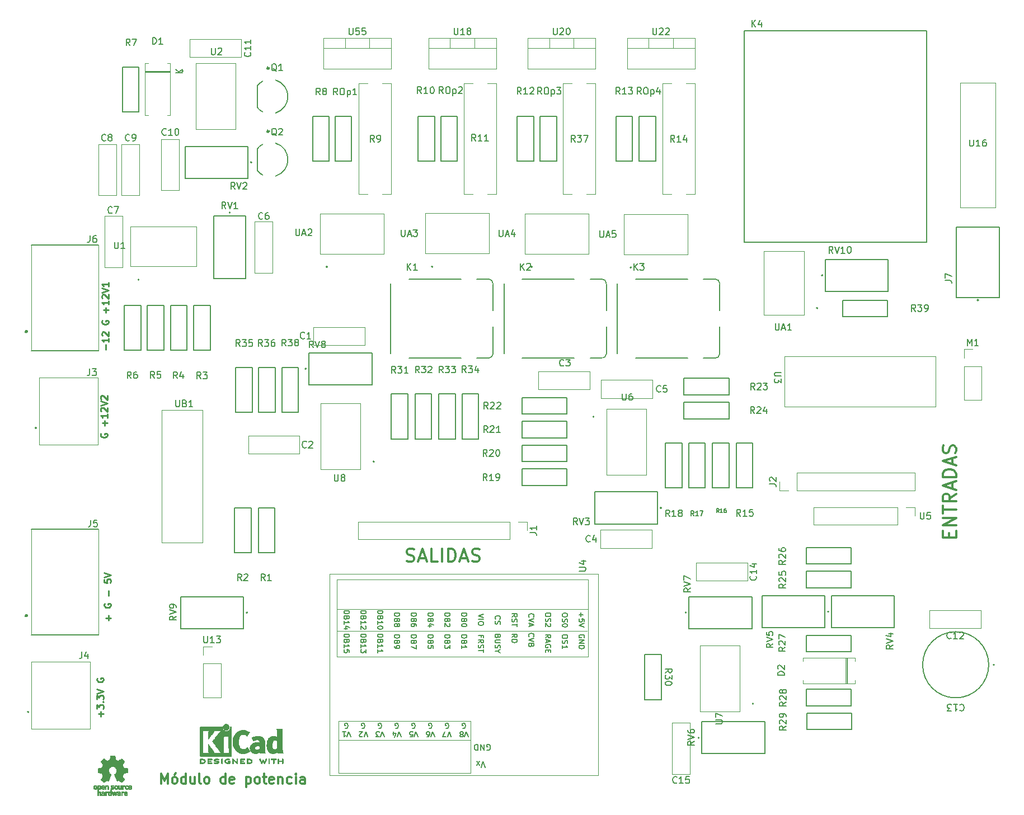
<source format=gbr>
%TF.GenerationSoftware,KiCad,Pcbnew,(6.0.0)*%
%TF.CreationDate,2022-02-28T16:42:28-03:00*%
%TF.ProjectId,Circuito de corriente,43697263-7569-4746-9f20-646520636f72,rev?*%
%TF.SameCoordinates,Original*%
%TF.FileFunction,Legend,Top*%
%TF.FilePolarity,Positive*%
%FSLAX46Y46*%
G04 Gerber Fmt 4.6, Leading zero omitted, Abs format (unit mm)*
G04 Created by KiCad (PCBNEW (6.0.0)) date 2022-02-28 16:42:28*
%MOMM*%
%LPD*%
G01*
G04 APERTURE LIST*
%ADD10C,0.300000*%
%ADD11C,0.250000*%
%ADD12C,0.150000*%
%ADD13C,0.140000*%
%ADD14C,0.127000*%
%ADD15C,0.010000*%
%ADD16C,0.120000*%
%ADD17C,0.200000*%
%ADD18C,0.500000*%
G04 APERTURE END LIST*
D10*
X123676190Y-110409523D02*
X123961904Y-110504761D01*
X124438095Y-110504761D01*
X124628571Y-110409523D01*
X124723809Y-110314285D01*
X124819047Y-110123809D01*
X124819047Y-109933333D01*
X124723809Y-109742857D01*
X124628571Y-109647619D01*
X124438095Y-109552380D01*
X124057142Y-109457142D01*
X123866666Y-109361904D01*
X123771428Y-109266666D01*
X123676190Y-109076190D01*
X123676190Y-108885714D01*
X123771428Y-108695238D01*
X123866666Y-108600000D01*
X124057142Y-108504761D01*
X124533333Y-108504761D01*
X124819047Y-108600000D01*
X125580952Y-109933333D02*
X126533333Y-109933333D01*
X125390476Y-110504761D02*
X126057142Y-108504761D01*
X126723809Y-110504761D01*
X128342857Y-110504761D02*
X127390476Y-110504761D01*
X127390476Y-108504761D01*
X129009523Y-110504761D02*
X129009523Y-108504761D01*
X129961904Y-110504761D02*
X129961904Y-108504761D01*
X130438095Y-108504761D01*
X130723809Y-108600000D01*
X130914285Y-108790476D01*
X131009523Y-108980952D01*
X131104761Y-109361904D01*
X131104761Y-109647619D01*
X131009523Y-110028571D01*
X130914285Y-110219047D01*
X130723809Y-110409523D01*
X130438095Y-110504761D01*
X129961904Y-110504761D01*
X131866666Y-109933333D02*
X132819047Y-109933333D01*
X131676190Y-110504761D02*
X132342857Y-108504761D01*
X133009523Y-110504761D01*
X133580952Y-110409523D02*
X133866666Y-110504761D01*
X134342857Y-110504761D01*
X134533333Y-110409523D01*
X134628571Y-110314285D01*
X134723809Y-110123809D01*
X134723809Y-109933333D01*
X134628571Y-109742857D01*
X134533333Y-109647619D01*
X134342857Y-109552380D01*
X133961904Y-109457142D01*
X133771428Y-109361904D01*
X133676190Y-109266666D01*
X133580952Y-109076190D01*
X133580952Y-108885714D01*
X133676190Y-108695238D01*
X133771428Y-108600000D01*
X133961904Y-108504761D01*
X134438095Y-108504761D01*
X134723809Y-108600000D01*
D11*
X78171428Y-78431428D02*
X78171428Y-77669523D01*
X78552380Y-76669523D02*
X78552380Y-77240952D01*
X78552380Y-76955238D02*
X77552380Y-76955238D01*
X77695238Y-77050476D01*
X77790476Y-77145714D01*
X77838095Y-77240952D01*
X77647619Y-76288571D02*
X77600000Y-76240952D01*
X77552380Y-76145714D01*
X77552380Y-75907619D01*
X77600000Y-75812380D01*
X77647619Y-75764761D01*
X77742857Y-75717142D01*
X77838095Y-75717142D01*
X77980952Y-75764761D01*
X78552380Y-76336190D01*
X78552380Y-75717142D01*
X77600000Y-74002857D02*
X77552380Y-74098095D01*
X77552380Y-74240952D01*
X77600000Y-74383809D01*
X77695238Y-74479047D01*
X77790476Y-74526666D01*
X77980952Y-74574285D01*
X78123809Y-74574285D01*
X78314285Y-74526666D01*
X78409523Y-74479047D01*
X78504761Y-74383809D01*
X78552380Y-74240952D01*
X78552380Y-74145714D01*
X78504761Y-74002857D01*
X78457142Y-73955238D01*
X78123809Y-73955238D01*
X78123809Y-74145714D01*
X78171428Y-72764761D02*
X78171428Y-72002857D01*
X78552380Y-72383809D02*
X77790476Y-72383809D01*
X78552380Y-71002857D02*
X78552380Y-71574285D01*
X78552380Y-71288571D02*
X77552380Y-71288571D01*
X77695238Y-71383809D01*
X77790476Y-71479047D01*
X77838095Y-71574285D01*
X77647619Y-70621904D02*
X77600000Y-70574285D01*
X77552380Y-70479047D01*
X77552380Y-70240952D01*
X77600000Y-70145714D01*
X77647619Y-70098095D01*
X77742857Y-70050476D01*
X77838095Y-70050476D01*
X77980952Y-70098095D01*
X78552380Y-70669523D01*
X78552380Y-70050476D01*
X77552380Y-69764761D02*
X78552380Y-69431428D01*
X77552380Y-69098095D01*
X78552380Y-68240952D02*
X78552380Y-68812380D01*
X78552380Y-68526666D02*
X77552380Y-68526666D01*
X77695238Y-68621904D01*
X77790476Y-68717142D01*
X77838095Y-68812380D01*
X77411428Y-133910952D02*
X77411428Y-133149047D01*
X77792380Y-133530000D02*
X77030476Y-133530000D01*
X76792380Y-132768095D02*
X76792380Y-132149047D01*
X77173333Y-132482380D01*
X77173333Y-132339523D01*
X77220952Y-132244285D01*
X77268571Y-132196666D01*
X77363809Y-132149047D01*
X77601904Y-132149047D01*
X77697142Y-132196666D01*
X77744761Y-132244285D01*
X77792380Y-132339523D01*
X77792380Y-132625238D01*
X77744761Y-132720476D01*
X77697142Y-132768095D01*
X77697142Y-131720476D02*
X77744761Y-131672857D01*
X77792380Y-131720476D01*
X77744761Y-131768095D01*
X77697142Y-131720476D01*
X77792380Y-131720476D01*
X76792380Y-131339523D02*
X76792380Y-130720476D01*
X77173333Y-131053809D01*
X77173333Y-130910952D01*
X77220952Y-130815714D01*
X77268571Y-130768095D01*
X77363809Y-130720476D01*
X77601904Y-130720476D01*
X77697142Y-130768095D01*
X77744761Y-130815714D01*
X77792380Y-130910952D01*
X77792380Y-131196666D01*
X77744761Y-131291904D01*
X77697142Y-131339523D01*
X76792380Y-130434761D02*
X77792380Y-130101428D01*
X76792380Y-129768095D01*
X76840000Y-128149047D02*
X76792380Y-128244285D01*
X76792380Y-128387142D01*
X76840000Y-128530000D01*
X76935238Y-128625238D01*
X77030476Y-128672857D01*
X77220952Y-128720476D01*
X77363809Y-128720476D01*
X77554285Y-128672857D01*
X77649523Y-128625238D01*
X77744761Y-128530000D01*
X77792380Y-128387142D01*
X77792380Y-128291904D01*
X77744761Y-128149047D01*
X77697142Y-128101428D01*
X77363809Y-128101428D01*
X77363809Y-128291904D01*
D10*
X86542857Y-144078571D02*
X86542857Y-142578571D01*
X87042857Y-143650000D01*
X87542857Y-142578571D01*
X87542857Y-144078571D01*
X88471428Y-144078571D02*
X88328571Y-144007142D01*
X88257142Y-143935714D01*
X88185714Y-143792857D01*
X88185714Y-143364285D01*
X88257142Y-143221428D01*
X88328571Y-143150000D01*
X88471428Y-143078571D01*
X88685714Y-143078571D01*
X88828571Y-143150000D01*
X88900000Y-143221428D01*
X88971428Y-143364285D01*
X88971428Y-143792857D01*
X88900000Y-143935714D01*
X88828571Y-144007142D01*
X88685714Y-144078571D01*
X88471428Y-144078571D01*
X88757142Y-142507142D02*
X88542857Y-142721428D01*
X90257142Y-144078571D02*
X90257142Y-142578571D01*
X90257142Y-144007142D02*
X90114285Y-144078571D01*
X89828571Y-144078571D01*
X89685714Y-144007142D01*
X89614285Y-143935714D01*
X89542857Y-143792857D01*
X89542857Y-143364285D01*
X89614285Y-143221428D01*
X89685714Y-143150000D01*
X89828571Y-143078571D01*
X90114285Y-143078571D01*
X90257142Y-143150000D01*
X91614285Y-143078571D02*
X91614285Y-144078571D01*
X90971428Y-143078571D02*
X90971428Y-143864285D01*
X91042857Y-144007142D01*
X91185714Y-144078571D01*
X91400000Y-144078571D01*
X91542857Y-144007142D01*
X91614285Y-143935714D01*
X92542857Y-144078571D02*
X92400000Y-144007142D01*
X92328571Y-143864285D01*
X92328571Y-142578571D01*
X93328571Y-144078571D02*
X93185714Y-144007142D01*
X93114285Y-143935714D01*
X93042857Y-143792857D01*
X93042857Y-143364285D01*
X93114285Y-143221428D01*
X93185714Y-143150000D01*
X93328571Y-143078571D01*
X93542857Y-143078571D01*
X93685714Y-143150000D01*
X93757142Y-143221428D01*
X93828571Y-143364285D01*
X93828571Y-143792857D01*
X93757142Y-143935714D01*
X93685714Y-144007142D01*
X93542857Y-144078571D01*
X93328571Y-144078571D01*
X96257142Y-144078571D02*
X96257142Y-142578571D01*
X96257142Y-144007142D02*
X96114285Y-144078571D01*
X95828571Y-144078571D01*
X95685714Y-144007142D01*
X95614285Y-143935714D01*
X95542857Y-143792857D01*
X95542857Y-143364285D01*
X95614285Y-143221428D01*
X95685714Y-143150000D01*
X95828571Y-143078571D01*
X96114285Y-143078571D01*
X96257142Y-143150000D01*
X97542857Y-144007142D02*
X97400000Y-144078571D01*
X97114285Y-144078571D01*
X96971428Y-144007142D01*
X96900000Y-143864285D01*
X96900000Y-143292857D01*
X96971428Y-143150000D01*
X97114285Y-143078571D01*
X97400000Y-143078571D01*
X97542857Y-143150000D01*
X97614285Y-143292857D01*
X97614285Y-143435714D01*
X96900000Y-143578571D01*
X99400000Y-143078571D02*
X99400000Y-144578571D01*
X99400000Y-143150000D02*
X99542857Y-143078571D01*
X99828571Y-143078571D01*
X99971428Y-143150000D01*
X100042857Y-143221428D01*
X100114285Y-143364285D01*
X100114285Y-143792857D01*
X100042857Y-143935714D01*
X99971428Y-144007142D01*
X99828571Y-144078571D01*
X99542857Y-144078571D01*
X99400000Y-144007142D01*
X100971428Y-144078571D02*
X100828571Y-144007142D01*
X100757142Y-143935714D01*
X100685714Y-143792857D01*
X100685714Y-143364285D01*
X100757142Y-143221428D01*
X100828571Y-143150000D01*
X100971428Y-143078571D01*
X101185714Y-143078571D01*
X101328571Y-143150000D01*
X101400000Y-143221428D01*
X101471428Y-143364285D01*
X101471428Y-143792857D01*
X101400000Y-143935714D01*
X101328571Y-144007142D01*
X101185714Y-144078571D01*
X100971428Y-144078571D01*
X101900000Y-143078571D02*
X102471428Y-143078571D01*
X102114285Y-142578571D02*
X102114285Y-143864285D01*
X102185714Y-144007142D01*
X102328571Y-144078571D01*
X102471428Y-144078571D01*
X103542857Y-144007142D02*
X103400000Y-144078571D01*
X103114285Y-144078571D01*
X102971428Y-144007142D01*
X102900000Y-143864285D01*
X102900000Y-143292857D01*
X102971428Y-143150000D01*
X103114285Y-143078571D01*
X103400000Y-143078571D01*
X103542857Y-143150000D01*
X103614285Y-143292857D01*
X103614285Y-143435714D01*
X102900000Y-143578571D01*
X104257142Y-143078571D02*
X104257142Y-144078571D01*
X104257142Y-143221428D02*
X104328571Y-143150000D01*
X104471428Y-143078571D01*
X104685714Y-143078571D01*
X104828571Y-143150000D01*
X104900000Y-143292857D01*
X104900000Y-144078571D01*
X106257142Y-144007142D02*
X106114285Y-144078571D01*
X105828571Y-144078571D01*
X105685714Y-144007142D01*
X105614285Y-143935714D01*
X105542857Y-143792857D01*
X105542857Y-143364285D01*
X105614285Y-143221428D01*
X105685714Y-143150000D01*
X105828571Y-143078571D01*
X106114285Y-143078571D01*
X106257142Y-143150000D01*
X106900000Y-144078571D02*
X106900000Y-143078571D01*
X106900000Y-142578571D02*
X106828571Y-142650000D01*
X106900000Y-142721428D01*
X106971428Y-142650000D01*
X106900000Y-142578571D01*
X106900000Y-142721428D01*
X108257142Y-144078571D02*
X108257142Y-143292857D01*
X108185714Y-143150000D01*
X108042857Y-143078571D01*
X107757142Y-143078571D01*
X107614285Y-143150000D01*
X108257142Y-144007142D02*
X108114285Y-144078571D01*
X107757142Y-144078571D01*
X107614285Y-144007142D01*
X107542857Y-143864285D01*
X107542857Y-143721428D01*
X107614285Y-143578571D01*
X107757142Y-143507142D01*
X108114285Y-143507142D01*
X108257142Y-143435714D01*
X205757142Y-106804761D02*
X205757142Y-106138095D01*
X206804761Y-105852380D02*
X206804761Y-106804761D01*
X204804761Y-106804761D01*
X204804761Y-105852380D01*
X206804761Y-104995238D02*
X204804761Y-104995238D01*
X206804761Y-103852380D01*
X204804761Y-103852380D01*
X204804761Y-103185714D02*
X204804761Y-102042857D01*
X206804761Y-102614285D02*
X204804761Y-102614285D01*
X206804761Y-100233333D02*
X205852380Y-100900000D01*
X206804761Y-101376190D02*
X204804761Y-101376190D01*
X204804761Y-100614285D01*
X204900000Y-100423809D01*
X204995238Y-100328571D01*
X205185714Y-100233333D01*
X205471428Y-100233333D01*
X205661904Y-100328571D01*
X205757142Y-100423809D01*
X205852380Y-100614285D01*
X205852380Y-101376190D01*
X206233333Y-99471428D02*
X206233333Y-98519047D01*
X206804761Y-99661904D02*
X204804761Y-98995238D01*
X206804761Y-98328571D01*
X206804761Y-97661904D02*
X204804761Y-97661904D01*
X204804761Y-97185714D01*
X204900000Y-96900000D01*
X205090476Y-96709523D01*
X205280952Y-96614285D01*
X205661904Y-96519047D01*
X205947619Y-96519047D01*
X206328571Y-96614285D01*
X206519047Y-96709523D01*
X206709523Y-96900000D01*
X206804761Y-97185714D01*
X206804761Y-97661904D01*
X206233333Y-95757142D02*
X206233333Y-94804761D01*
X206804761Y-95947619D02*
X204804761Y-95280952D01*
X206804761Y-94614285D01*
X206709523Y-94042857D02*
X206804761Y-93757142D01*
X206804761Y-93280952D01*
X206709523Y-93090476D01*
X206614285Y-92995238D01*
X206423809Y-92900000D01*
X206233333Y-92900000D01*
X206042857Y-92995238D01*
X205947619Y-93090476D01*
X205852380Y-93280952D01*
X205757142Y-93661904D01*
X205661904Y-93852380D01*
X205566666Y-93947619D01*
X205376190Y-94042857D01*
X205185714Y-94042857D01*
X204995238Y-93947619D01*
X204900000Y-93852380D01*
X204804761Y-93661904D01*
X204804761Y-93185714D01*
X204900000Y-92900000D01*
D11*
X77420000Y-91115238D02*
X77372380Y-91210476D01*
X77372380Y-91353333D01*
X77420000Y-91496190D01*
X77515238Y-91591428D01*
X77610476Y-91639047D01*
X77800952Y-91686666D01*
X77943809Y-91686666D01*
X78134285Y-91639047D01*
X78229523Y-91591428D01*
X78324761Y-91496190D01*
X78372380Y-91353333D01*
X78372380Y-91258095D01*
X78324761Y-91115238D01*
X78277142Y-91067619D01*
X77943809Y-91067619D01*
X77943809Y-91258095D01*
X77991428Y-89877142D02*
X77991428Y-89115238D01*
X78372380Y-89496190D02*
X77610476Y-89496190D01*
X78372380Y-88115238D02*
X78372380Y-88686666D01*
X78372380Y-88400952D02*
X77372380Y-88400952D01*
X77515238Y-88496190D01*
X77610476Y-88591428D01*
X77658095Y-88686666D01*
X77467619Y-87734285D02*
X77420000Y-87686666D01*
X77372380Y-87591428D01*
X77372380Y-87353333D01*
X77420000Y-87258095D01*
X77467619Y-87210476D01*
X77562857Y-87162857D01*
X77658095Y-87162857D01*
X77800952Y-87210476D01*
X78372380Y-87781904D01*
X78372380Y-87162857D01*
X77372380Y-86877142D02*
X78372380Y-86543809D01*
X77372380Y-86210476D01*
X77467619Y-85924761D02*
X77420000Y-85877142D01*
X77372380Y-85781904D01*
X77372380Y-85543809D01*
X77420000Y-85448571D01*
X77467619Y-85400952D01*
X77562857Y-85353333D01*
X77658095Y-85353333D01*
X77800952Y-85400952D01*
X78372380Y-85972380D01*
X78372380Y-85353333D01*
X78531428Y-119387619D02*
X78531428Y-118625714D01*
X78912380Y-119006666D02*
X78150476Y-119006666D01*
X77960000Y-116863809D02*
X77912380Y-116959047D01*
X77912380Y-117101904D01*
X77960000Y-117244761D01*
X78055238Y-117340000D01*
X78150476Y-117387619D01*
X78340952Y-117435238D01*
X78483809Y-117435238D01*
X78674285Y-117387619D01*
X78769523Y-117340000D01*
X78864761Y-117244761D01*
X78912380Y-117101904D01*
X78912380Y-117006666D01*
X78864761Y-116863809D01*
X78817142Y-116816190D01*
X78483809Y-116816190D01*
X78483809Y-117006666D01*
X78531428Y-115625714D02*
X78531428Y-114863809D01*
X77912380Y-113149523D02*
X77912380Y-113625714D01*
X78388571Y-113673333D01*
X78340952Y-113625714D01*
X78293333Y-113530476D01*
X78293333Y-113292380D01*
X78340952Y-113197142D01*
X78388571Y-113149523D01*
X78483809Y-113101904D01*
X78721904Y-113101904D01*
X78817142Y-113149523D01*
X78864761Y-113197142D01*
X78912380Y-113292380D01*
X78912380Y-113530476D01*
X78864761Y-113625714D01*
X78817142Y-113673333D01*
X77912380Y-112816190D02*
X78912380Y-112482857D01*
X77912380Y-112149523D01*
D12*
%TO.C,R29*%
X181062380Y-135392857D02*
X180586190Y-135726190D01*
X181062380Y-135964285D02*
X180062380Y-135964285D01*
X180062380Y-135583333D01*
X180110000Y-135488095D01*
X180157619Y-135440476D01*
X180252857Y-135392857D01*
X180395714Y-135392857D01*
X180490952Y-135440476D01*
X180538571Y-135488095D01*
X180586190Y-135583333D01*
X180586190Y-135964285D01*
X180157619Y-135011904D02*
X180110000Y-134964285D01*
X180062380Y-134869047D01*
X180062380Y-134630952D01*
X180110000Y-134535714D01*
X180157619Y-134488095D01*
X180252857Y-134440476D01*
X180348095Y-134440476D01*
X180490952Y-134488095D01*
X181062380Y-135059523D01*
X181062380Y-134440476D01*
X181062380Y-133964285D02*
X181062380Y-133773809D01*
X181014761Y-133678571D01*
X180967142Y-133630952D01*
X180824285Y-133535714D01*
X180633809Y-133488095D01*
X180252857Y-133488095D01*
X180157619Y-133535714D01*
X180110000Y-133583333D01*
X180062380Y-133678571D01*
X180062380Y-133869047D01*
X180110000Y-133964285D01*
X180157619Y-134011904D01*
X180252857Y-134059523D01*
X180490952Y-134059523D01*
X180586190Y-134011904D01*
X180633809Y-133964285D01*
X180681428Y-133869047D01*
X180681428Y-133678571D01*
X180633809Y-133583333D01*
X180586190Y-133535714D01*
X180490952Y-133488095D01*
%TO.C,J2*%
X178582380Y-98723333D02*
X179296666Y-98723333D01*
X179439523Y-98770952D01*
X179534761Y-98866190D01*
X179582380Y-99009047D01*
X179582380Y-99104285D01*
X178677619Y-98294761D02*
X178630000Y-98247142D01*
X178582380Y-98151904D01*
X178582380Y-97913809D01*
X178630000Y-97818571D01*
X178677619Y-97770952D01*
X178772857Y-97723333D01*
X178868095Y-97723333D01*
X179010952Y-97770952D01*
X179582380Y-98342380D01*
X179582380Y-97723333D01*
%TO.C,C2*%
X108503333Y-93167142D02*
X108455714Y-93214761D01*
X108312857Y-93262380D01*
X108217619Y-93262380D01*
X108074761Y-93214761D01*
X107979523Y-93119523D01*
X107931904Y-93024285D01*
X107884285Y-92833809D01*
X107884285Y-92690952D01*
X107931904Y-92500476D01*
X107979523Y-92405238D01*
X108074761Y-92310000D01*
X108217619Y-92262380D01*
X108312857Y-92262380D01*
X108455714Y-92310000D01*
X108503333Y-92357619D01*
X108884285Y-92357619D02*
X108931904Y-92310000D01*
X109027142Y-92262380D01*
X109265238Y-92262380D01*
X109360476Y-92310000D01*
X109408095Y-92357619D01*
X109455714Y-92452857D01*
X109455714Y-92548095D01*
X109408095Y-92690952D01*
X108836666Y-93262380D01*
X109455714Y-93262380D01*
%TO.C,U8*%
X112751845Y-97302380D02*
X112751845Y-98111904D01*
X112799464Y-98207142D01*
X112847083Y-98254761D01*
X112942321Y-98302380D01*
X113132797Y-98302380D01*
X113228035Y-98254761D01*
X113275654Y-98207142D01*
X113323273Y-98111904D01*
X113323273Y-97302380D01*
X113942321Y-97730952D02*
X113847083Y-97683333D01*
X113799464Y-97635714D01*
X113751845Y-97540476D01*
X113751845Y-97492857D01*
X113799464Y-97397619D01*
X113847083Y-97350000D01*
X113942321Y-97302380D01*
X114132797Y-97302380D01*
X114228035Y-97350000D01*
X114275654Y-97397619D01*
X114323273Y-97492857D01*
X114323273Y-97540476D01*
X114275654Y-97635714D01*
X114228035Y-97683333D01*
X114132797Y-97730952D01*
X113942321Y-97730952D01*
X113847083Y-97778571D01*
X113799464Y-97826190D01*
X113751845Y-97921428D01*
X113751845Y-98111904D01*
X113799464Y-98207142D01*
X113847083Y-98254761D01*
X113942321Y-98302380D01*
X114132797Y-98302380D01*
X114228035Y-98254761D01*
X114275654Y-98207142D01*
X114323273Y-98111904D01*
X114323273Y-97921428D01*
X114275654Y-97826190D01*
X114228035Y-97778571D01*
X114132797Y-97730952D01*
%TO.C,D2*%
X180812380Y-127688095D02*
X179812380Y-127688095D01*
X179812380Y-127450000D01*
X179860000Y-127307142D01*
X179955238Y-127211904D01*
X180050476Y-127164285D01*
X180240952Y-127116666D01*
X180383809Y-127116666D01*
X180574285Y-127164285D01*
X180669523Y-127211904D01*
X180764761Y-127307142D01*
X180812380Y-127450000D01*
X180812380Y-127688095D01*
X179907619Y-126735714D02*
X179860000Y-126688095D01*
X179812380Y-126592857D01*
X179812380Y-126354761D01*
X179860000Y-126259523D01*
X179907619Y-126211904D01*
X180002857Y-126164285D01*
X180098095Y-126164285D01*
X180240952Y-126211904D01*
X180812380Y-126783333D01*
X180812380Y-126164285D01*
%TO.C,K2*%
X140906904Y-66347380D02*
X140906904Y-65347380D01*
X141478333Y-66347380D02*
X141049761Y-65775952D01*
X141478333Y-65347380D02*
X140906904Y-65918809D01*
X141859285Y-65442619D02*
X141906904Y-65395000D01*
X142002142Y-65347380D01*
X142240238Y-65347380D01*
X142335476Y-65395000D01*
X142383095Y-65442619D01*
X142430714Y-65537857D01*
X142430714Y-65633095D01*
X142383095Y-65775952D01*
X141811666Y-66347380D01*
X142430714Y-66347380D01*
%TO.C,R27*%
X180962380Y-123442857D02*
X180486190Y-123776190D01*
X180962380Y-124014285D02*
X179962380Y-124014285D01*
X179962380Y-123633333D01*
X180010000Y-123538095D01*
X180057619Y-123490476D01*
X180152857Y-123442857D01*
X180295714Y-123442857D01*
X180390952Y-123490476D01*
X180438571Y-123538095D01*
X180486190Y-123633333D01*
X180486190Y-124014285D01*
X180057619Y-123061904D02*
X180010000Y-123014285D01*
X179962380Y-122919047D01*
X179962380Y-122680952D01*
X180010000Y-122585714D01*
X180057619Y-122538095D01*
X180152857Y-122490476D01*
X180248095Y-122490476D01*
X180390952Y-122538095D01*
X180962380Y-123109523D01*
X180962380Y-122490476D01*
X179962380Y-122157142D02*
X179962380Y-121490476D01*
X180962380Y-121919047D01*
%TO.C,R10*%
X125907142Y-39622380D02*
X125573809Y-39146190D01*
X125335714Y-39622380D02*
X125335714Y-38622380D01*
X125716666Y-38622380D01*
X125811904Y-38670000D01*
X125859523Y-38717619D01*
X125907142Y-38812857D01*
X125907142Y-38955714D01*
X125859523Y-39050952D01*
X125811904Y-39098571D01*
X125716666Y-39146190D01*
X125335714Y-39146190D01*
X126859523Y-39622380D02*
X126288095Y-39622380D01*
X126573809Y-39622380D02*
X126573809Y-38622380D01*
X126478571Y-38765238D01*
X126383333Y-38860476D01*
X126288095Y-38908095D01*
X127478571Y-38622380D02*
X127573809Y-38622380D01*
X127669047Y-38670000D01*
X127716666Y-38717619D01*
X127764285Y-38812857D01*
X127811904Y-39003333D01*
X127811904Y-39241428D01*
X127764285Y-39431904D01*
X127716666Y-39527142D01*
X127669047Y-39574761D01*
X127573809Y-39622380D01*
X127478571Y-39622380D01*
X127383333Y-39574761D01*
X127335714Y-39527142D01*
X127288095Y-39431904D01*
X127240476Y-39241428D01*
X127240476Y-39003333D01*
X127288095Y-38812857D01*
X127335714Y-38717619D01*
X127383333Y-38670000D01*
X127478571Y-38622380D01*
%TO.C,R12*%
X141007142Y-39722380D02*
X140673809Y-39246190D01*
X140435714Y-39722380D02*
X140435714Y-38722380D01*
X140816666Y-38722380D01*
X140911904Y-38770000D01*
X140959523Y-38817619D01*
X141007142Y-38912857D01*
X141007142Y-39055714D01*
X140959523Y-39150952D01*
X140911904Y-39198571D01*
X140816666Y-39246190D01*
X140435714Y-39246190D01*
X141959523Y-39722380D02*
X141388095Y-39722380D01*
X141673809Y-39722380D02*
X141673809Y-38722380D01*
X141578571Y-38865238D01*
X141483333Y-38960476D01*
X141388095Y-39008095D01*
X142340476Y-38817619D02*
X142388095Y-38770000D01*
X142483333Y-38722380D01*
X142721428Y-38722380D01*
X142816666Y-38770000D01*
X142864285Y-38817619D01*
X142911904Y-38912857D01*
X142911904Y-39008095D01*
X142864285Y-39150952D01*
X142292857Y-39722380D01*
X142911904Y-39722380D01*
%TO.C,R30*%
X162797619Y-127297142D02*
X163273809Y-126963809D01*
X162797619Y-126725714D02*
X163797619Y-126725714D01*
X163797619Y-127106666D01*
X163750000Y-127201904D01*
X163702380Y-127249523D01*
X163607142Y-127297142D01*
X163464285Y-127297142D01*
X163369047Y-127249523D01*
X163321428Y-127201904D01*
X163273809Y-127106666D01*
X163273809Y-126725714D01*
X163797619Y-127630476D02*
X163797619Y-128249523D01*
X163416666Y-127916190D01*
X163416666Y-128059047D01*
X163369047Y-128154285D01*
X163321428Y-128201904D01*
X163226190Y-128249523D01*
X162988095Y-128249523D01*
X162892857Y-128201904D01*
X162845238Y-128154285D01*
X162797619Y-128059047D01*
X162797619Y-127773333D01*
X162845238Y-127678095D01*
X162892857Y-127630476D01*
X163797619Y-128868571D02*
X163797619Y-128963809D01*
X163750000Y-129059047D01*
X163702380Y-129106666D01*
X163607142Y-129154285D01*
X163416666Y-129201904D01*
X163178571Y-129201904D01*
X162988095Y-129154285D01*
X162892857Y-129106666D01*
X162845238Y-129059047D01*
X162797619Y-128963809D01*
X162797619Y-128868571D01*
X162845238Y-128773333D01*
X162892857Y-128725714D01*
X162988095Y-128678095D01*
X163178571Y-128630476D01*
X163416666Y-128630476D01*
X163607142Y-128678095D01*
X163702380Y-128725714D01*
X163750000Y-128773333D01*
X163797619Y-128868571D01*
%TO.C,R11*%
X134127142Y-46822380D02*
X133793809Y-46346190D01*
X133555714Y-46822380D02*
X133555714Y-45822380D01*
X133936666Y-45822380D01*
X134031904Y-45870000D01*
X134079523Y-45917619D01*
X134127142Y-46012857D01*
X134127142Y-46155714D01*
X134079523Y-46250952D01*
X134031904Y-46298571D01*
X133936666Y-46346190D01*
X133555714Y-46346190D01*
X135079523Y-46822380D02*
X134508095Y-46822380D01*
X134793809Y-46822380D02*
X134793809Y-45822380D01*
X134698571Y-45965238D01*
X134603333Y-46060476D01*
X134508095Y-46108095D01*
X136031904Y-46822380D02*
X135460476Y-46822380D01*
X135746190Y-46822380D02*
X135746190Y-45822380D01*
X135650952Y-45965238D01*
X135555714Y-46060476D01*
X135460476Y-46108095D01*
%TO.C,R13*%
X155957142Y-39722380D02*
X155623809Y-39246190D01*
X155385714Y-39722380D02*
X155385714Y-38722380D01*
X155766666Y-38722380D01*
X155861904Y-38770000D01*
X155909523Y-38817619D01*
X155957142Y-38912857D01*
X155957142Y-39055714D01*
X155909523Y-39150952D01*
X155861904Y-39198571D01*
X155766666Y-39246190D01*
X155385714Y-39246190D01*
X156909523Y-39722380D02*
X156338095Y-39722380D01*
X156623809Y-39722380D02*
X156623809Y-38722380D01*
X156528571Y-38865238D01*
X156433333Y-38960476D01*
X156338095Y-39008095D01*
X157242857Y-38722380D02*
X157861904Y-38722380D01*
X157528571Y-39103333D01*
X157671428Y-39103333D01*
X157766666Y-39150952D01*
X157814285Y-39198571D01*
X157861904Y-39293809D01*
X157861904Y-39531904D01*
X157814285Y-39627142D01*
X157766666Y-39674761D01*
X157671428Y-39722380D01*
X157385714Y-39722380D01*
X157290476Y-39674761D01*
X157242857Y-39627142D01*
%TO.C,C9*%
X81733333Y-46707142D02*
X81685714Y-46754761D01*
X81542857Y-46802380D01*
X81447619Y-46802380D01*
X81304761Y-46754761D01*
X81209523Y-46659523D01*
X81161904Y-46564285D01*
X81114285Y-46373809D01*
X81114285Y-46230952D01*
X81161904Y-46040476D01*
X81209523Y-45945238D01*
X81304761Y-45850000D01*
X81447619Y-45802380D01*
X81542857Y-45802380D01*
X81685714Y-45850000D01*
X81733333Y-45897619D01*
X82209523Y-46802380D02*
X82400000Y-46802380D01*
X82495238Y-46754761D01*
X82542857Y-46707142D01*
X82638095Y-46564285D01*
X82685714Y-46373809D01*
X82685714Y-45992857D01*
X82638095Y-45897619D01*
X82590476Y-45850000D01*
X82495238Y-45802380D01*
X82304761Y-45802380D01*
X82209523Y-45850000D01*
X82161904Y-45897619D01*
X82114285Y-45992857D01*
X82114285Y-46230952D01*
X82161904Y-46326190D01*
X82209523Y-46373809D01*
X82304761Y-46421428D01*
X82495238Y-46421428D01*
X82590476Y-46373809D01*
X82638095Y-46326190D01*
X82685714Y-46230952D01*
%TO.C,U55*%
X114961904Y-29727380D02*
X114961904Y-30536904D01*
X115009523Y-30632142D01*
X115057142Y-30679761D01*
X115152380Y-30727380D01*
X115342857Y-30727380D01*
X115438095Y-30679761D01*
X115485714Y-30632142D01*
X115533333Y-30536904D01*
X115533333Y-29727380D01*
X116485714Y-29727380D02*
X116009523Y-29727380D01*
X115961904Y-30203571D01*
X116009523Y-30155952D01*
X116104761Y-30108333D01*
X116342857Y-30108333D01*
X116438095Y-30155952D01*
X116485714Y-30203571D01*
X116533333Y-30298809D01*
X116533333Y-30536904D01*
X116485714Y-30632142D01*
X116438095Y-30679761D01*
X116342857Y-30727380D01*
X116104761Y-30727380D01*
X116009523Y-30679761D01*
X115961904Y-30632142D01*
X117438095Y-29727380D02*
X116961904Y-29727380D01*
X116914285Y-30203571D01*
X116961904Y-30155952D01*
X117057142Y-30108333D01*
X117295238Y-30108333D01*
X117390476Y-30155952D01*
X117438095Y-30203571D01*
X117485714Y-30298809D01*
X117485714Y-30536904D01*
X117438095Y-30632142D01*
X117390476Y-30679761D01*
X117295238Y-30727380D01*
X117057142Y-30727380D01*
X116961904Y-30679761D01*
X116914285Y-30632142D01*
%TO.C,R34*%
X132667142Y-81872380D02*
X132333809Y-81396190D01*
X132095714Y-81872380D02*
X132095714Y-80872380D01*
X132476666Y-80872380D01*
X132571904Y-80920000D01*
X132619523Y-80967619D01*
X132667142Y-81062857D01*
X132667142Y-81205714D01*
X132619523Y-81300952D01*
X132571904Y-81348571D01*
X132476666Y-81396190D01*
X132095714Y-81396190D01*
X133000476Y-80872380D02*
X133619523Y-80872380D01*
X133286190Y-81253333D01*
X133429047Y-81253333D01*
X133524285Y-81300952D01*
X133571904Y-81348571D01*
X133619523Y-81443809D01*
X133619523Y-81681904D01*
X133571904Y-81777142D01*
X133524285Y-81824761D01*
X133429047Y-81872380D01*
X133143333Y-81872380D01*
X133048095Y-81824761D01*
X133000476Y-81777142D01*
X134476666Y-81205714D02*
X134476666Y-81872380D01*
X134238571Y-80824761D02*
X134000476Y-81539047D01*
X134619523Y-81539047D01*
%TO.C,R17*%
X167150000Y-103516666D02*
X166916666Y-103183333D01*
X166750000Y-103516666D02*
X166750000Y-102816666D01*
X167016666Y-102816666D01*
X167083333Y-102850000D01*
X167116666Y-102883333D01*
X167150000Y-102950000D01*
X167150000Y-103050000D01*
X167116666Y-103116666D01*
X167083333Y-103150000D01*
X167016666Y-103183333D01*
X166750000Y-103183333D01*
X167816666Y-103516666D02*
X167416666Y-103516666D01*
X167616666Y-103516666D02*
X167616666Y-102816666D01*
X167550000Y-102916666D01*
X167483333Y-102983333D01*
X167416666Y-103016666D01*
X168050000Y-102816666D02*
X168516666Y-102816666D01*
X168216666Y-103516666D01*
%TO.C,U5*%
X201388095Y-103042380D02*
X201388095Y-103851904D01*
X201435714Y-103947142D01*
X201483333Y-103994761D01*
X201578571Y-104042380D01*
X201769047Y-104042380D01*
X201864285Y-103994761D01*
X201911904Y-103947142D01*
X201959523Y-103851904D01*
X201959523Y-103042380D01*
X202911904Y-103042380D02*
X202435714Y-103042380D01*
X202388095Y-103518571D01*
X202435714Y-103470952D01*
X202530952Y-103423333D01*
X202769047Y-103423333D01*
X202864285Y-103470952D01*
X202911904Y-103518571D01*
X202959523Y-103613809D01*
X202959523Y-103851904D01*
X202911904Y-103947142D01*
X202864285Y-103994761D01*
X202769047Y-104042380D01*
X202530952Y-104042380D01*
X202435714Y-103994761D01*
X202388095Y-103947142D01*
%TO.C,R14*%
X164207142Y-46952380D02*
X163873809Y-46476190D01*
X163635714Y-46952380D02*
X163635714Y-45952380D01*
X164016666Y-45952380D01*
X164111904Y-46000000D01*
X164159523Y-46047619D01*
X164207142Y-46142857D01*
X164207142Y-46285714D01*
X164159523Y-46380952D01*
X164111904Y-46428571D01*
X164016666Y-46476190D01*
X163635714Y-46476190D01*
X165159523Y-46952380D02*
X164588095Y-46952380D01*
X164873809Y-46952380D02*
X164873809Y-45952380D01*
X164778571Y-46095238D01*
X164683333Y-46190476D01*
X164588095Y-46238095D01*
X166016666Y-46285714D02*
X166016666Y-46952380D01*
X165778571Y-45904761D02*
X165540476Y-46619047D01*
X166159523Y-46619047D01*
%TO.C,UA1*%
X179459523Y-74452380D02*
X179459523Y-75261904D01*
X179507142Y-75357142D01*
X179554761Y-75404761D01*
X179650000Y-75452380D01*
X179840476Y-75452380D01*
X179935714Y-75404761D01*
X179983333Y-75357142D01*
X180030952Y-75261904D01*
X180030952Y-74452380D01*
X180459523Y-75166666D02*
X180935714Y-75166666D01*
X180364285Y-75452380D02*
X180697619Y-74452380D01*
X181030952Y-75452380D01*
X181888095Y-75452380D02*
X181316666Y-75452380D01*
X181602380Y-75452380D02*
X181602380Y-74452380D01*
X181507142Y-74595238D01*
X181411904Y-74690476D01*
X181316666Y-74738095D01*
%TO.C,RV2*%
X97689511Y-54112751D02*
X97356178Y-53636561D01*
X97118083Y-54112751D02*
X97118083Y-53112751D01*
X97499035Y-53112751D01*
X97594273Y-53160371D01*
X97641892Y-53207990D01*
X97689511Y-53303228D01*
X97689511Y-53446085D01*
X97641892Y-53541323D01*
X97594273Y-53588942D01*
X97499035Y-53636561D01*
X97118083Y-53636561D01*
X97975226Y-53112751D02*
X98308559Y-54112751D01*
X98641892Y-53112751D01*
X98927607Y-53207990D02*
X98975226Y-53160371D01*
X99070464Y-53112751D01*
X99308559Y-53112751D01*
X99403797Y-53160371D01*
X99451416Y-53207990D01*
X99499035Y-53303228D01*
X99499035Y-53398466D01*
X99451416Y-53541323D01*
X98879988Y-54112751D01*
X99499035Y-54112751D01*
%TO.C,R21*%
X135937142Y-90942380D02*
X135603809Y-90466190D01*
X135365714Y-90942380D02*
X135365714Y-89942380D01*
X135746666Y-89942380D01*
X135841904Y-89990000D01*
X135889523Y-90037619D01*
X135937142Y-90132857D01*
X135937142Y-90275714D01*
X135889523Y-90370952D01*
X135841904Y-90418571D01*
X135746666Y-90466190D01*
X135365714Y-90466190D01*
X136318095Y-90037619D02*
X136365714Y-89990000D01*
X136460952Y-89942380D01*
X136699047Y-89942380D01*
X136794285Y-89990000D01*
X136841904Y-90037619D01*
X136889523Y-90132857D01*
X136889523Y-90228095D01*
X136841904Y-90370952D01*
X136270476Y-90942380D01*
X136889523Y-90942380D01*
X137841904Y-90942380D02*
X137270476Y-90942380D01*
X137556190Y-90942380D02*
X137556190Y-89942380D01*
X137460952Y-90085238D01*
X137365714Y-90180476D01*
X137270476Y-90228095D01*
%TO.C,J1*%
X142342380Y-106103333D02*
X143056666Y-106103333D01*
X143199523Y-106150952D01*
X143294761Y-106246190D01*
X143342380Y-106389047D01*
X143342380Y-106484285D01*
X143342380Y-105103333D02*
X143342380Y-105674761D01*
X143342380Y-105389047D02*
X142342380Y-105389047D01*
X142485238Y-105484285D01*
X142580476Y-105579523D01*
X142628095Y-105674761D01*
%TO.C,U6*%
X156300595Y-85052380D02*
X156300595Y-85861904D01*
X156348214Y-85957142D01*
X156395833Y-86004761D01*
X156491071Y-86052380D01*
X156681547Y-86052380D01*
X156776785Y-86004761D01*
X156824404Y-85957142D01*
X156872023Y-85861904D01*
X156872023Y-85052380D01*
X157776785Y-85052380D02*
X157586309Y-85052380D01*
X157491071Y-85100000D01*
X157443452Y-85147619D01*
X157348214Y-85290476D01*
X157300595Y-85480952D01*
X157300595Y-85861904D01*
X157348214Y-85957142D01*
X157395833Y-86004761D01*
X157491071Y-86052380D01*
X157681547Y-86052380D01*
X157776785Y-86004761D01*
X157824404Y-85957142D01*
X157872023Y-85861904D01*
X157872023Y-85623809D01*
X157824404Y-85528571D01*
X157776785Y-85480952D01*
X157681547Y-85433333D01*
X157491071Y-85433333D01*
X157395833Y-85480952D01*
X157348214Y-85528571D01*
X157300595Y-85623809D01*
%TO.C,U22*%
X160911904Y-29727380D02*
X160911904Y-30536904D01*
X160959523Y-30632142D01*
X161007142Y-30679761D01*
X161102380Y-30727380D01*
X161292857Y-30727380D01*
X161388095Y-30679761D01*
X161435714Y-30632142D01*
X161483333Y-30536904D01*
X161483333Y-29727380D01*
X161911904Y-29822619D02*
X161959523Y-29775000D01*
X162054761Y-29727380D01*
X162292857Y-29727380D01*
X162388095Y-29775000D01*
X162435714Y-29822619D01*
X162483333Y-29917857D01*
X162483333Y-30013095D01*
X162435714Y-30155952D01*
X161864285Y-30727380D01*
X162483333Y-30727380D01*
X162864285Y-29822619D02*
X162911904Y-29775000D01*
X163007142Y-29727380D01*
X163245238Y-29727380D01*
X163340476Y-29775000D01*
X163388095Y-29822619D01*
X163435714Y-29917857D01*
X163435714Y-30013095D01*
X163388095Y-30155952D01*
X162816666Y-30727380D01*
X163435714Y-30727380D01*
%TO.C,UB1*%
X88738095Y-86052380D02*
X88738095Y-86861904D01*
X88785714Y-86957142D01*
X88833333Y-87004761D01*
X88928571Y-87052380D01*
X89119047Y-87052380D01*
X89214285Y-87004761D01*
X89261904Y-86957142D01*
X89309523Y-86861904D01*
X89309523Y-86052380D01*
X90119047Y-86528571D02*
X90261904Y-86576190D01*
X90309523Y-86623809D01*
X90357142Y-86719047D01*
X90357142Y-86861904D01*
X90309523Y-86957142D01*
X90261904Y-87004761D01*
X90166666Y-87052380D01*
X89785714Y-87052380D01*
X89785714Y-86052380D01*
X90119047Y-86052380D01*
X90214285Y-86100000D01*
X90261904Y-86147619D01*
X90309523Y-86242857D01*
X90309523Y-86338095D01*
X90261904Y-86433333D01*
X90214285Y-86480952D01*
X90119047Y-86528571D01*
X89785714Y-86528571D01*
X91309523Y-87052380D02*
X90738095Y-87052380D01*
X91023809Y-87052380D02*
X91023809Y-86052380D01*
X90928571Y-86195238D01*
X90833333Y-86290476D01*
X90738095Y-86338095D01*
%TO.C,J5*%
X75866666Y-104202380D02*
X75866666Y-104916666D01*
X75819047Y-105059523D01*
X75723809Y-105154761D01*
X75580952Y-105202380D01*
X75485714Y-105202380D01*
X76819047Y-104202380D02*
X76342857Y-104202380D01*
X76295238Y-104678571D01*
X76342857Y-104630952D01*
X76438095Y-104583333D01*
X76676190Y-104583333D01*
X76771428Y-104630952D01*
X76819047Y-104678571D01*
X76866666Y-104773809D01*
X76866666Y-105011904D01*
X76819047Y-105107142D01*
X76771428Y-105154761D01*
X76676190Y-105202380D01*
X76438095Y-105202380D01*
X76342857Y-105154761D01*
X76295238Y-105107142D01*
%TO.C,U3*%
X180337619Y-81838095D02*
X179528095Y-81838095D01*
X179432857Y-81885714D01*
X179385238Y-81933333D01*
X179337619Y-82028571D01*
X179337619Y-82219047D01*
X179385238Y-82314285D01*
X179432857Y-82361904D01*
X179528095Y-82409523D01*
X180337619Y-82409523D01*
X180337619Y-82790476D02*
X180337619Y-83409523D01*
X179956666Y-83076190D01*
X179956666Y-83219047D01*
X179909047Y-83314285D01*
X179861428Y-83361904D01*
X179766190Y-83409523D01*
X179528095Y-83409523D01*
X179432857Y-83361904D01*
X179385238Y-83314285D01*
X179337619Y-83219047D01*
X179337619Y-82933333D01*
X179385238Y-82838095D01*
X179432857Y-82790476D01*
%TO.C,C15*%
X164557142Y-143927142D02*
X164509523Y-143974761D01*
X164366666Y-144022380D01*
X164271428Y-144022380D01*
X164128571Y-143974761D01*
X164033333Y-143879523D01*
X163985714Y-143784285D01*
X163938095Y-143593809D01*
X163938095Y-143450952D01*
X163985714Y-143260476D01*
X164033333Y-143165238D01*
X164128571Y-143070000D01*
X164271428Y-143022380D01*
X164366666Y-143022380D01*
X164509523Y-143070000D01*
X164557142Y-143117619D01*
X165509523Y-144022380D02*
X164938095Y-144022380D01*
X165223809Y-144022380D02*
X165223809Y-143022380D01*
X165128571Y-143165238D01*
X165033333Y-143260476D01*
X164938095Y-143308095D01*
X166414285Y-143022380D02*
X165938095Y-143022380D01*
X165890476Y-143498571D01*
X165938095Y-143450952D01*
X166033333Y-143403333D01*
X166271428Y-143403333D01*
X166366666Y-143450952D01*
X166414285Y-143498571D01*
X166461904Y-143593809D01*
X166461904Y-143831904D01*
X166414285Y-143927142D01*
X166366666Y-143974761D01*
X166271428Y-144022380D01*
X166033333Y-144022380D01*
X165938095Y-143974761D01*
X165890476Y-143927142D01*
%TO.C,R7*%
X81818083Y-32362751D02*
X81484750Y-31886561D01*
X81246654Y-32362751D02*
X81246654Y-31362751D01*
X81627607Y-31362751D01*
X81722845Y-31410371D01*
X81770464Y-31457990D01*
X81818083Y-31553228D01*
X81818083Y-31696085D01*
X81770464Y-31791323D01*
X81722845Y-31838942D01*
X81627607Y-31886561D01*
X81246654Y-31886561D01*
X82151416Y-31362751D02*
X82818083Y-31362751D01*
X82389511Y-32362751D01*
%TO.C,RV9*%
X88802380Y-118755238D02*
X88326190Y-119088571D01*
X88802380Y-119326666D02*
X87802380Y-119326666D01*
X87802380Y-118945714D01*
X87850000Y-118850476D01*
X87897619Y-118802857D01*
X87992857Y-118755238D01*
X88135714Y-118755238D01*
X88230952Y-118802857D01*
X88278571Y-118850476D01*
X88326190Y-118945714D01*
X88326190Y-119326666D01*
X87802380Y-118469523D02*
X88802380Y-118136190D01*
X87802380Y-117802857D01*
X88802380Y-117421904D02*
X88802380Y-117231428D01*
X88754761Y-117136190D01*
X88707142Y-117088571D01*
X88564285Y-116993333D01*
X88373809Y-116945714D01*
X87992857Y-116945714D01*
X87897619Y-116993333D01*
X87850000Y-117040952D01*
X87802380Y-117136190D01*
X87802380Y-117326666D01*
X87850000Y-117421904D01*
X87897619Y-117469523D01*
X87992857Y-117517142D01*
X88230952Y-117517142D01*
X88326190Y-117469523D01*
X88373809Y-117421904D01*
X88421428Y-117326666D01*
X88421428Y-117136190D01*
X88373809Y-117040952D01*
X88326190Y-116993333D01*
X88230952Y-116945714D01*
%TO.C,ROp1*%
X113207142Y-39822380D02*
X112873809Y-39346190D01*
X112635714Y-39822380D02*
X112635714Y-38822380D01*
X113016666Y-38822380D01*
X113111904Y-38870000D01*
X113159523Y-38917619D01*
X113207142Y-39012857D01*
X113207142Y-39155714D01*
X113159523Y-39250952D01*
X113111904Y-39298571D01*
X113016666Y-39346190D01*
X112635714Y-39346190D01*
X113826190Y-38822380D02*
X114016666Y-38822380D01*
X114111904Y-38870000D01*
X114207142Y-38965238D01*
X114254761Y-39155714D01*
X114254761Y-39489047D01*
X114207142Y-39679523D01*
X114111904Y-39774761D01*
X114016666Y-39822380D01*
X113826190Y-39822380D01*
X113730952Y-39774761D01*
X113635714Y-39679523D01*
X113588095Y-39489047D01*
X113588095Y-39155714D01*
X113635714Y-38965238D01*
X113730952Y-38870000D01*
X113826190Y-38822380D01*
X114683333Y-39155714D02*
X114683333Y-40155714D01*
X114683333Y-39203333D02*
X114778571Y-39155714D01*
X114969047Y-39155714D01*
X115064285Y-39203333D01*
X115111904Y-39250952D01*
X115159523Y-39346190D01*
X115159523Y-39631904D01*
X115111904Y-39727142D01*
X115064285Y-39774761D01*
X114969047Y-39822380D01*
X114778571Y-39822380D01*
X114683333Y-39774761D01*
X116111904Y-39822380D02*
X115540476Y-39822380D01*
X115826190Y-39822380D02*
X115826190Y-38822380D01*
X115730952Y-38965238D01*
X115635714Y-39060476D01*
X115540476Y-39108095D01*
%TO.C,R15*%
X174187142Y-103592380D02*
X173853809Y-103116190D01*
X173615714Y-103592380D02*
X173615714Y-102592380D01*
X173996666Y-102592380D01*
X174091904Y-102640000D01*
X174139523Y-102687619D01*
X174187142Y-102782857D01*
X174187142Y-102925714D01*
X174139523Y-103020952D01*
X174091904Y-103068571D01*
X173996666Y-103116190D01*
X173615714Y-103116190D01*
X175139523Y-103592380D02*
X174568095Y-103592380D01*
X174853809Y-103592380D02*
X174853809Y-102592380D01*
X174758571Y-102735238D01*
X174663333Y-102830476D01*
X174568095Y-102878095D01*
X176044285Y-102592380D02*
X175568095Y-102592380D01*
X175520476Y-103068571D01*
X175568095Y-103020952D01*
X175663333Y-102973333D01*
X175901428Y-102973333D01*
X175996666Y-103020952D01*
X176044285Y-103068571D01*
X176091904Y-103163809D01*
X176091904Y-103401904D01*
X176044285Y-103497142D01*
X175996666Y-103544761D01*
X175901428Y-103592380D01*
X175663333Y-103592380D01*
X175568095Y-103544761D01*
X175520476Y-103497142D01*
%TO.C,R39*%
X200682142Y-72597380D02*
X200348809Y-72121190D01*
X200110714Y-72597380D02*
X200110714Y-71597380D01*
X200491666Y-71597380D01*
X200586904Y-71645000D01*
X200634523Y-71692619D01*
X200682142Y-71787857D01*
X200682142Y-71930714D01*
X200634523Y-72025952D01*
X200586904Y-72073571D01*
X200491666Y-72121190D01*
X200110714Y-72121190D01*
X201015476Y-71597380D02*
X201634523Y-71597380D01*
X201301190Y-71978333D01*
X201444047Y-71978333D01*
X201539285Y-72025952D01*
X201586904Y-72073571D01*
X201634523Y-72168809D01*
X201634523Y-72406904D01*
X201586904Y-72502142D01*
X201539285Y-72549761D01*
X201444047Y-72597380D01*
X201158333Y-72597380D01*
X201063095Y-72549761D01*
X201015476Y-72502142D01*
X202110714Y-72597380D02*
X202301190Y-72597380D01*
X202396428Y-72549761D01*
X202444047Y-72502142D01*
X202539285Y-72359285D01*
X202586904Y-72168809D01*
X202586904Y-71787857D01*
X202539285Y-71692619D01*
X202491666Y-71645000D01*
X202396428Y-71597380D01*
X202205952Y-71597380D01*
X202110714Y-71645000D01*
X202063095Y-71692619D01*
X202015476Y-71787857D01*
X202015476Y-72025952D01*
X202063095Y-72121190D01*
X202110714Y-72168809D01*
X202205952Y-72216428D01*
X202396428Y-72216428D01*
X202491666Y-72168809D01*
X202539285Y-72121190D01*
X202586904Y-72025952D01*
%TO.C,R19*%
X135847142Y-98202380D02*
X135513809Y-97726190D01*
X135275714Y-98202380D02*
X135275714Y-97202380D01*
X135656666Y-97202380D01*
X135751904Y-97250000D01*
X135799523Y-97297619D01*
X135847142Y-97392857D01*
X135847142Y-97535714D01*
X135799523Y-97630952D01*
X135751904Y-97678571D01*
X135656666Y-97726190D01*
X135275714Y-97726190D01*
X136799523Y-98202380D02*
X136228095Y-98202380D01*
X136513809Y-98202380D02*
X136513809Y-97202380D01*
X136418571Y-97345238D01*
X136323333Y-97440476D01*
X136228095Y-97488095D01*
X137275714Y-98202380D02*
X137466190Y-98202380D01*
X137561428Y-98154761D01*
X137609047Y-98107142D01*
X137704285Y-97964285D01*
X137751904Y-97773809D01*
X137751904Y-97392857D01*
X137704285Y-97297619D01*
X137656666Y-97250000D01*
X137561428Y-97202380D01*
X137370952Y-97202380D01*
X137275714Y-97250000D01*
X137228095Y-97297619D01*
X137180476Y-97392857D01*
X137180476Y-97630952D01*
X137228095Y-97726190D01*
X137275714Y-97773809D01*
X137370952Y-97821428D01*
X137561428Y-97821428D01*
X137656666Y-97773809D01*
X137704285Y-97726190D01*
X137751904Y-97630952D01*
%TO.C,UA5*%
X152899523Y-60392380D02*
X152899523Y-61201904D01*
X152947142Y-61297142D01*
X152994761Y-61344761D01*
X153090000Y-61392380D01*
X153280476Y-61392380D01*
X153375714Y-61344761D01*
X153423333Y-61297142D01*
X153470952Y-61201904D01*
X153470952Y-60392380D01*
X153899523Y-61106666D02*
X154375714Y-61106666D01*
X153804285Y-61392380D02*
X154137619Y-60392380D01*
X154470952Y-61392380D01*
X155280476Y-60392380D02*
X154804285Y-60392380D01*
X154756666Y-60868571D01*
X154804285Y-60820952D01*
X154899523Y-60773333D01*
X155137619Y-60773333D01*
X155232857Y-60820952D01*
X155280476Y-60868571D01*
X155328095Y-60963809D01*
X155328095Y-61201904D01*
X155280476Y-61297142D01*
X155232857Y-61344761D01*
X155137619Y-61392380D01*
X154899523Y-61392380D01*
X154804285Y-61344761D01*
X154756666Y-61297142D01*
%TO.C,R16*%
X170914285Y-103071428D02*
X170714285Y-102785714D01*
X170571428Y-103071428D02*
X170571428Y-102471428D01*
X170800000Y-102471428D01*
X170857142Y-102500000D01*
X170885714Y-102528571D01*
X170914285Y-102585714D01*
X170914285Y-102671428D01*
X170885714Y-102728571D01*
X170857142Y-102757142D01*
X170800000Y-102785714D01*
X170571428Y-102785714D01*
X171485714Y-103071428D02*
X171142857Y-103071428D01*
X171314285Y-103071428D02*
X171314285Y-102471428D01*
X171257142Y-102557142D01*
X171200000Y-102614285D01*
X171142857Y-102642857D01*
X172000000Y-102471428D02*
X171885714Y-102471428D01*
X171828571Y-102500000D01*
X171800000Y-102528571D01*
X171742857Y-102614285D01*
X171714285Y-102728571D01*
X171714285Y-102957142D01*
X171742857Y-103014285D01*
X171771428Y-103042857D01*
X171828571Y-103071428D01*
X171942857Y-103071428D01*
X172000000Y-103042857D01*
X172028571Y-103014285D01*
X172057142Y-102957142D01*
X172057142Y-102814285D01*
X172028571Y-102757142D01*
X172000000Y-102728571D01*
X171942857Y-102700000D01*
X171828571Y-102700000D01*
X171771428Y-102728571D01*
X171742857Y-102757142D01*
X171714285Y-102814285D01*
%TO.C,UA3*%
X122859523Y-60252380D02*
X122859523Y-61061904D01*
X122907142Y-61157142D01*
X122954761Y-61204761D01*
X123050000Y-61252380D01*
X123240476Y-61252380D01*
X123335714Y-61204761D01*
X123383333Y-61157142D01*
X123430952Y-61061904D01*
X123430952Y-60252380D01*
X123859523Y-60966666D02*
X124335714Y-60966666D01*
X123764285Y-61252380D02*
X124097619Y-60252380D01*
X124430952Y-61252380D01*
X124669047Y-60252380D02*
X125288095Y-60252380D01*
X124954761Y-60633333D01*
X125097619Y-60633333D01*
X125192857Y-60680952D01*
X125240476Y-60728571D01*
X125288095Y-60823809D01*
X125288095Y-61061904D01*
X125240476Y-61157142D01*
X125192857Y-61204761D01*
X125097619Y-61252380D01*
X124811904Y-61252380D01*
X124716666Y-61204761D01*
X124669047Y-61157142D01*
%TO.C,C6*%
X101883333Y-58557142D02*
X101835714Y-58604761D01*
X101692857Y-58652380D01*
X101597619Y-58652380D01*
X101454761Y-58604761D01*
X101359523Y-58509523D01*
X101311904Y-58414285D01*
X101264285Y-58223809D01*
X101264285Y-58080952D01*
X101311904Y-57890476D01*
X101359523Y-57795238D01*
X101454761Y-57700000D01*
X101597619Y-57652380D01*
X101692857Y-57652380D01*
X101835714Y-57700000D01*
X101883333Y-57747619D01*
X102740476Y-57652380D02*
X102550000Y-57652380D01*
X102454761Y-57700000D01*
X102407142Y-57747619D01*
X102311904Y-57890476D01*
X102264285Y-58080952D01*
X102264285Y-58461904D01*
X102311904Y-58557142D01*
X102359523Y-58604761D01*
X102454761Y-58652380D01*
X102645238Y-58652380D01*
X102740476Y-58604761D01*
X102788095Y-58557142D01*
X102835714Y-58461904D01*
X102835714Y-58223809D01*
X102788095Y-58128571D01*
X102740476Y-58080952D01*
X102645238Y-58033333D01*
X102454761Y-58033333D01*
X102359523Y-58080952D01*
X102311904Y-58128571D01*
X102264285Y-58223809D01*
%TO.C,R23*%
X176357142Y-84452380D02*
X176023809Y-83976190D01*
X175785714Y-84452380D02*
X175785714Y-83452380D01*
X176166666Y-83452380D01*
X176261904Y-83500000D01*
X176309523Y-83547619D01*
X176357142Y-83642857D01*
X176357142Y-83785714D01*
X176309523Y-83880952D01*
X176261904Y-83928571D01*
X176166666Y-83976190D01*
X175785714Y-83976190D01*
X176738095Y-83547619D02*
X176785714Y-83500000D01*
X176880952Y-83452380D01*
X177119047Y-83452380D01*
X177214285Y-83500000D01*
X177261904Y-83547619D01*
X177309523Y-83642857D01*
X177309523Y-83738095D01*
X177261904Y-83880952D01*
X176690476Y-84452380D01*
X177309523Y-84452380D01*
X177642857Y-83452380D02*
X178261904Y-83452380D01*
X177928571Y-83833333D01*
X178071428Y-83833333D01*
X178166666Y-83880952D01*
X178214285Y-83928571D01*
X178261904Y-84023809D01*
X178261904Y-84261904D01*
X178214285Y-84357142D01*
X178166666Y-84404761D01*
X178071428Y-84452380D01*
X177785714Y-84452380D01*
X177690476Y-84404761D01*
X177642857Y-84357142D01*
%TO.C,UA4*%
X137659523Y-60277380D02*
X137659523Y-61086904D01*
X137707142Y-61182142D01*
X137754761Y-61229761D01*
X137850000Y-61277380D01*
X138040476Y-61277380D01*
X138135714Y-61229761D01*
X138183333Y-61182142D01*
X138230952Y-61086904D01*
X138230952Y-60277380D01*
X138659523Y-60991666D02*
X139135714Y-60991666D01*
X138564285Y-61277380D02*
X138897619Y-60277380D01*
X139230952Y-61277380D01*
X139992857Y-60610714D02*
X139992857Y-61277380D01*
X139754761Y-60229761D02*
X139516666Y-60944047D01*
X140135714Y-60944047D01*
%TO.C,R25*%
X181037380Y-113867857D02*
X180561190Y-114201190D01*
X181037380Y-114439285D02*
X180037380Y-114439285D01*
X180037380Y-114058333D01*
X180085000Y-113963095D01*
X180132619Y-113915476D01*
X180227857Y-113867857D01*
X180370714Y-113867857D01*
X180465952Y-113915476D01*
X180513571Y-113963095D01*
X180561190Y-114058333D01*
X180561190Y-114439285D01*
X180132619Y-113486904D02*
X180085000Y-113439285D01*
X180037380Y-113344047D01*
X180037380Y-113105952D01*
X180085000Y-113010714D01*
X180132619Y-112963095D01*
X180227857Y-112915476D01*
X180323095Y-112915476D01*
X180465952Y-112963095D01*
X181037380Y-113534523D01*
X181037380Y-112915476D01*
X180037380Y-112010714D02*
X180037380Y-112486904D01*
X180513571Y-112534523D01*
X180465952Y-112486904D01*
X180418333Y-112391666D01*
X180418333Y-112153571D01*
X180465952Y-112058333D01*
X180513571Y-112010714D01*
X180608809Y-111963095D01*
X180846904Y-111963095D01*
X180942142Y-112010714D01*
X180989761Y-112058333D01*
X181037380Y-112153571D01*
X181037380Y-112391666D01*
X180989761Y-112486904D01*
X180942142Y-112534523D01*
%TO.C,RV3*%
X149504761Y-104902380D02*
X149171428Y-104426190D01*
X148933333Y-104902380D02*
X148933333Y-103902380D01*
X149314285Y-103902380D01*
X149409523Y-103950000D01*
X149457142Y-103997619D01*
X149504761Y-104092857D01*
X149504761Y-104235714D01*
X149457142Y-104330952D01*
X149409523Y-104378571D01*
X149314285Y-104426190D01*
X148933333Y-104426190D01*
X149790476Y-103902380D02*
X150123809Y-104902380D01*
X150457142Y-103902380D01*
X150695238Y-103902380D02*
X151314285Y-103902380D01*
X150980952Y-104283333D01*
X151123809Y-104283333D01*
X151219047Y-104330952D01*
X151266666Y-104378571D01*
X151314285Y-104473809D01*
X151314285Y-104711904D01*
X151266666Y-104807142D01*
X151219047Y-104854761D01*
X151123809Y-104902380D01*
X150838095Y-104902380D01*
X150742857Y-104854761D01*
X150695238Y-104807142D01*
%TO.C,C14*%
X176517142Y-112667857D02*
X176564761Y-112715476D01*
X176612380Y-112858333D01*
X176612380Y-112953571D01*
X176564761Y-113096428D01*
X176469523Y-113191666D01*
X176374285Y-113239285D01*
X176183809Y-113286904D01*
X176040952Y-113286904D01*
X175850476Y-113239285D01*
X175755238Y-113191666D01*
X175660000Y-113096428D01*
X175612380Y-112953571D01*
X175612380Y-112858333D01*
X175660000Y-112715476D01*
X175707619Y-112667857D01*
X176612380Y-111715476D02*
X176612380Y-112286904D01*
X176612380Y-112001190D02*
X175612380Y-112001190D01*
X175755238Y-112096428D01*
X175850476Y-112191666D01*
X175898095Y-112286904D01*
X175945714Y-110858333D02*
X176612380Y-110858333D01*
X175564761Y-111096428D02*
X176279047Y-111334523D01*
X176279047Y-110715476D01*
%TO.C,R8*%
X110583333Y-39822380D02*
X110250000Y-39346190D01*
X110011904Y-39822380D02*
X110011904Y-38822380D01*
X110392857Y-38822380D01*
X110488095Y-38870000D01*
X110535714Y-38917619D01*
X110583333Y-39012857D01*
X110583333Y-39155714D01*
X110535714Y-39250952D01*
X110488095Y-39298571D01*
X110392857Y-39346190D01*
X110011904Y-39346190D01*
X111154761Y-39250952D02*
X111059523Y-39203333D01*
X111011904Y-39155714D01*
X110964285Y-39060476D01*
X110964285Y-39012857D01*
X111011904Y-38917619D01*
X111059523Y-38870000D01*
X111154761Y-38822380D01*
X111345238Y-38822380D01*
X111440476Y-38870000D01*
X111488095Y-38917619D01*
X111535714Y-39012857D01*
X111535714Y-39060476D01*
X111488095Y-39155714D01*
X111440476Y-39203333D01*
X111345238Y-39250952D01*
X111154761Y-39250952D01*
X111059523Y-39298571D01*
X111011904Y-39346190D01*
X110964285Y-39441428D01*
X110964285Y-39631904D01*
X111011904Y-39727142D01*
X111059523Y-39774761D01*
X111154761Y-39822380D01*
X111345238Y-39822380D01*
X111440476Y-39774761D01*
X111488095Y-39727142D01*
X111535714Y-39631904D01*
X111535714Y-39441428D01*
X111488095Y-39346190D01*
X111440476Y-39298571D01*
X111345238Y-39250952D01*
%TO.C,RV6*%
X167207380Y-137670238D02*
X166731190Y-138003571D01*
X167207380Y-138241666D02*
X166207380Y-138241666D01*
X166207380Y-137860714D01*
X166255000Y-137765476D01*
X166302619Y-137717857D01*
X166397857Y-137670238D01*
X166540714Y-137670238D01*
X166635952Y-137717857D01*
X166683571Y-137765476D01*
X166731190Y-137860714D01*
X166731190Y-138241666D01*
X166207380Y-137384523D02*
X167207380Y-137051190D01*
X166207380Y-136717857D01*
X166207380Y-135955952D02*
X166207380Y-136146428D01*
X166255000Y-136241666D01*
X166302619Y-136289285D01*
X166445476Y-136384523D01*
X166635952Y-136432142D01*
X167016904Y-136432142D01*
X167112142Y-136384523D01*
X167159761Y-136336904D01*
X167207380Y-136241666D01*
X167207380Y-136051190D01*
X167159761Y-135955952D01*
X167112142Y-135908333D01*
X167016904Y-135860714D01*
X166778809Y-135860714D01*
X166683571Y-135908333D01*
X166635952Y-135955952D01*
X166588333Y-136051190D01*
X166588333Y-136241666D01*
X166635952Y-136336904D01*
X166683571Y-136384523D01*
X166778809Y-136432142D01*
%TO.C,R28*%
X181112380Y-131742857D02*
X180636190Y-132076190D01*
X181112380Y-132314285D02*
X180112380Y-132314285D01*
X180112380Y-131933333D01*
X180160000Y-131838095D01*
X180207619Y-131790476D01*
X180302857Y-131742857D01*
X180445714Y-131742857D01*
X180540952Y-131790476D01*
X180588571Y-131838095D01*
X180636190Y-131933333D01*
X180636190Y-132314285D01*
X180207619Y-131361904D02*
X180160000Y-131314285D01*
X180112380Y-131219047D01*
X180112380Y-130980952D01*
X180160000Y-130885714D01*
X180207619Y-130838095D01*
X180302857Y-130790476D01*
X180398095Y-130790476D01*
X180540952Y-130838095D01*
X181112380Y-131409523D01*
X181112380Y-130790476D01*
X180540952Y-130219047D02*
X180493333Y-130314285D01*
X180445714Y-130361904D01*
X180350476Y-130409523D01*
X180302857Y-130409523D01*
X180207619Y-130361904D01*
X180160000Y-130314285D01*
X180112380Y-130219047D01*
X180112380Y-130028571D01*
X180160000Y-129933333D01*
X180207619Y-129885714D01*
X180302857Y-129838095D01*
X180350476Y-129838095D01*
X180445714Y-129885714D01*
X180493333Y-129933333D01*
X180540952Y-130028571D01*
X180540952Y-130219047D01*
X180588571Y-130314285D01*
X180636190Y-130361904D01*
X180731428Y-130409523D01*
X180921904Y-130409523D01*
X181017142Y-130361904D01*
X181064761Y-130314285D01*
X181112380Y-130219047D01*
X181112380Y-130028571D01*
X181064761Y-129933333D01*
X181017142Y-129885714D01*
X180921904Y-129838095D01*
X180731428Y-129838095D01*
X180636190Y-129885714D01*
X180588571Y-129933333D01*
X180540952Y-130028571D01*
%TO.C,R36*%
X101837142Y-77892380D02*
X101503809Y-77416190D01*
X101265714Y-77892380D02*
X101265714Y-76892380D01*
X101646666Y-76892380D01*
X101741904Y-76940000D01*
X101789523Y-76987619D01*
X101837142Y-77082857D01*
X101837142Y-77225714D01*
X101789523Y-77320952D01*
X101741904Y-77368571D01*
X101646666Y-77416190D01*
X101265714Y-77416190D01*
X102170476Y-76892380D02*
X102789523Y-76892380D01*
X102456190Y-77273333D01*
X102599047Y-77273333D01*
X102694285Y-77320952D01*
X102741904Y-77368571D01*
X102789523Y-77463809D01*
X102789523Y-77701904D01*
X102741904Y-77797142D01*
X102694285Y-77844761D01*
X102599047Y-77892380D01*
X102313333Y-77892380D01*
X102218095Y-77844761D01*
X102170476Y-77797142D01*
X103646666Y-76892380D02*
X103456190Y-76892380D01*
X103360952Y-76940000D01*
X103313333Y-76987619D01*
X103218095Y-77130476D01*
X103170476Y-77320952D01*
X103170476Y-77701904D01*
X103218095Y-77797142D01*
X103265714Y-77844761D01*
X103360952Y-77892380D01*
X103551428Y-77892380D01*
X103646666Y-77844761D01*
X103694285Y-77797142D01*
X103741904Y-77701904D01*
X103741904Y-77463809D01*
X103694285Y-77368571D01*
X103646666Y-77320952D01*
X103551428Y-77273333D01*
X103360952Y-77273333D01*
X103265714Y-77320952D01*
X103218095Y-77368571D01*
X103170476Y-77463809D01*
%TO.C,U18*%
X130861904Y-29727380D02*
X130861904Y-30536904D01*
X130909523Y-30632142D01*
X130957142Y-30679761D01*
X131052380Y-30727380D01*
X131242857Y-30727380D01*
X131338095Y-30679761D01*
X131385714Y-30632142D01*
X131433333Y-30536904D01*
X131433333Y-29727380D01*
X132433333Y-30727380D02*
X131861904Y-30727380D01*
X132147619Y-30727380D02*
X132147619Y-29727380D01*
X132052380Y-29870238D01*
X131957142Y-29965476D01*
X131861904Y-30013095D01*
X133004761Y-30155952D02*
X132909523Y-30108333D01*
X132861904Y-30060714D01*
X132814285Y-29965476D01*
X132814285Y-29917857D01*
X132861904Y-29822619D01*
X132909523Y-29775000D01*
X133004761Y-29727380D01*
X133195238Y-29727380D01*
X133290476Y-29775000D01*
X133338095Y-29822619D01*
X133385714Y-29917857D01*
X133385714Y-29965476D01*
X133338095Y-30060714D01*
X133290476Y-30108333D01*
X133195238Y-30155952D01*
X133004761Y-30155952D01*
X132909523Y-30203571D01*
X132861904Y-30251190D01*
X132814285Y-30346428D01*
X132814285Y-30536904D01*
X132861904Y-30632142D01*
X132909523Y-30679761D01*
X133004761Y-30727380D01*
X133195238Y-30727380D01*
X133290476Y-30679761D01*
X133338095Y-30632142D01*
X133385714Y-30536904D01*
X133385714Y-30346428D01*
X133338095Y-30251190D01*
X133290476Y-30203571D01*
X133195238Y-30155952D01*
%TO.C,C5*%
X162108333Y-84732142D02*
X162060714Y-84779761D01*
X161917857Y-84827380D01*
X161822619Y-84827380D01*
X161679761Y-84779761D01*
X161584523Y-84684523D01*
X161536904Y-84589285D01*
X161489285Y-84398809D01*
X161489285Y-84255952D01*
X161536904Y-84065476D01*
X161584523Y-83970238D01*
X161679761Y-83875000D01*
X161822619Y-83827380D01*
X161917857Y-83827380D01*
X162060714Y-83875000D01*
X162108333Y-83922619D01*
X163013095Y-83827380D02*
X162536904Y-83827380D01*
X162489285Y-84303571D01*
X162536904Y-84255952D01*
X162632142Y-84208333D01*
X162870238Y-84208333D01*
X162965476Y-84255952D01*
X163013095Y-84303571D01*
X163060714Y-84398809D01*
X163060714Y-84636904D01*
X163013095Y-84732142D01*
X162965476Y-84779761D01*
X162870238Y-84827380D01*
X162632142Y-84827380D01*
X162536904Y-84779761D01*
X162489285Y-84732142D01*
%TO.C,K3*%
X158056904Y-66347380D02*
X158056904Y-65347380D01*
X158628333Y-66347380D02*
X158199761Y-65775952D01*
X158628333Y-65347380D02*
X158056904Y-65918809D01*
X158961666Y-65347380D02*
X159580714Y-65347380D01*
X159247380Y-65728333D01*
X159390238Y-65728333D01*
X159485476Y-65775952D01*
X159533095Y-65823571D01*
X159580714Y-65918809D01*
X159580714Y-66156904D01*
X159533095Y-66252142D01*
X159485476Y-66299761D01*
X159390238Y-66347380D01*
X159104523Y-66347380D01*
X159009285Y-66299761D01*
X158961666Y-66252142D01*
%TO.C,UA2*%
X106909523Y-60142380D02*
X106909523Y-60951904D01*
X106957142Y-61047142D01*
X107004761Y-61094761D01*
X107100000Y-61142380D01*
X107290476Y-61142380D01*
X107385714Y-61094761D01*
X107433333Y-61047142D01*
X107480952Y-60951904D01*
X107480952Y-60142380D01*
X107909523Y-60856666D02*
X108385714Y-60856666D01*
X107814285Y-61142380D02*
X108147619Y-60142380D01*
X108480952Y-61142380D01*
X108766666Y-60237619D02*
X108814285Y-60190000D01*
X108909523Y-60142380D01*
X109147619Y-60142380D01*
X109242857Y-60190000D01*
X109290476Y-60237619D01*
X109338095Y-60332857D01*
X109338095Y-60428095D01*
X109290476Y-60570952D01*
X108719047Y-61142380D01*
X109338095Y-61142380D01*
%TO.C,C12*%
X206047142Y-122057142D02*
X205999523Y-122104761D01*
X205856666Y-122152380D01*
X205761428Y-122152380D01*
X205618571Y-122104761D01*
X205523333Y-122009523D01*
X205475714Y-121914285D01*
X205428095Y-121723809D01*
X205428095Y-121580952D01*
X205475714Y-121390476D01*
X205523333Y-121295238D01*
X205618571Y-121200000D01*
X205761428Y-121152380D01*
X205856666Y-121152380D01*
X205999523Y-121200000D01*
X206047142Y-121247619D01*
X206999523Y-122152380D02*
X206428095Y-122152380D01*
X206713809Y-122152380D02*
X206713809Y-121152380D01*
X206618571Y-121295238D01*
X206523333Y-121390476D01*
X206428095Y-121438095D01*
X207380476Y-121247619D02*
X207428095Y-121200000D01*
X207523333Y-121152380D01*
X207761428Y-121152380D01*
X207856666Y-121200000D01*
X207904285Y-121247619D01*
X207951904Y-121342857D01*
X207951904Y-121438095D01*
X207904285Y-121580952D01*
X207332857Y-122152380D01*
X207951904Y-122152380D01*
%TO.C,R3*%
X92533333Y-82802380D02*
X92200000Y-82326190D01*
X91961904Y-82802380D02*
X91961904Y-81802380D01*
X92342857Y-81802380D01*
X92438095Y-81850000D01*
X92485714Y-81897619D01*
X92533333Y-81992857D01*
X92533333Y-82135714D01*
X92485714Y-82230952D01*
X92438095Y-82278571D01*
X92342857Y-82326190D01*
X91961904Y-82326190D01*
X92866666Y-81802380D02*
X93485714Y-81802380D01*
X93152380Y-82183333D01*
X93295238Y-82183333D01*
X93390476Y-82230952D01*
X93438095Y-82278571D01*
X93485714Y-82373809D01*
X93485714Y-82611904D01*
X93438095Y-82707142D01*
X93390476Y-82754761D01*
X93295238Y-82802380D01*
X93009523Y-82802380D01*
X92914285Y-82754761D01*
X92866666Y-82707142D01*
%TO.C,R20*%
X135847142Y-94532380D02*
X135513809Y-94056190D01*
X135275714Y-94532380D02*
X135275714Y-93532380D01*
X135656666Y-93532380D01*
X135751904Y-93580000D01*
X135799523Y-93627619D01*
X135847142Y-93722857D01*
X135847142Y-93865714D01*
X135799523Y-93960952D01*
X135751904Y-94008571D01*
X135656666Y-94056190D01*
X135275714Y-94056190D01*
X136228095Y-93627619D02*
X136275714Y-93580000D01*
X136370952Y-93532380D01*
X136609047Y-93532380D01*
X136704285Y-93580000D01*
X136751904Y-93627619D01*
X136799523Y-93722857D01*
X136799523Y-93818095D01*
X136751904Y-93960952D01*
X136180476Y-94532380D01*
X136799523Y-94532380D01*
X137418571Y-93532380D02*
X137513809Y-93532380D01*
X137609047Y-93580000D01*
X137656666Y-93627619D01*
X137704285Y-93722857D01*
X137751904Y-93913333D01*
X137751904Y-94151428D01*
X137704285Y-94341904D01*
X137656666Y-94437142D01*
X137609047Y-94484761D01*
X137513809Y-94532380D01*
X137418571Y-94532380D01*
X137323333Y-94484761D01*
X137275714Y-94437142D01*
X137228095Y-94341904D01*
X137180476Y-94151428D01*
X137180476Y-93913333D01*
X137228095Y-93722857D01*
X137275714Y-93627619D01*
X137323333Y-93580000D01*
X137418571Y-93532380D01*
%TO.C,U16*%
X208861904Y-46602380D02*
X208861904Y-47411904D01*
X208909523Y-47507142D01*
X208957142Y-47554761D01*
X209052380Y-47602380D01*
X209242857Y-47602380D01*
X209338095Y-47554761D01*
X209385714Y-47507142D01*
X209433333Y-47411904D01*
X209433333Y-46602380D01*
X210433333Y-47602380D02*
X209861904Y-47602380D01*
X210147619Y-47602380D02*
X210147619Y-46602380D01*
X210052380Y-46745238D01*
X209957142Y-46840476D01*
X209861904Y-46888095D01*
X211290476Y-46602380D02*
X211100000Y-46602380D01*
X211004761Y-46650000D01*
X210957142Y-46697619D01*
X210861904Y-46840476D01*
X210814285Y-47030952D01*
X210814285Y-47411904D01*
X210861904Y-47507142D01*
X210909523Y-47554761D01*
X211004761Y-47602380D01*
X211195238Y-47602380D01*
X211290476Y-47554761D01*
X211338095Y-47507142D01*
X211385714Y-47411904D01*
X211385714Y-47173809D01*
X211338095Y-47078571D01*
X211290476Y-47030952D01*
X211195238Y-46983333D01*
X211004761Y-46983333D01*
X210909523Y-47030952D01*
X210861904Y-47078571D01*
X210814285Y-47173809D01*
%TO.C,R5*%
X85533333Y-82702380D02*
X85200000Y-82226190D01*
X84961904Y-82702380D02*
X84961904Y-81702380D01*
X85342857Y-81702380D01*
X85438095Y-81750000D01*
X85485714Y-81797619D01*
X85533333Y-81892857D01*
X85533333Y-82035714D01*
X85485714Y-82130952D01*
X85438095Y-82178571D01*
X85342857Y-82226190D01*
X84961904Y-82226190D01*
X86438095Y-81702380D02*
X85961904Y-81702380D01*
X85914285Y-82178571D01*
X85961904Y-82130952D01*
X86057142Y-82083333D01*
X86295238Y-82083333D01*
X86390476Y-82130952D01*
X86438095Y-82178571D01*
X86485714Y-82273809D01*
X86485714Y-82511904D01*
X86438095Y-82607142D01*
X86390476Y-82654761D01*
X86295238Y-82702380D01*
X86057142Y-82702380D01*
X85961904Y-82654761D01*
X85914285Y-82607142D01*
%TO.C,U1*%
X79469345Y-62102380D02*
X79469345Y-62911904D01*
X79516964Y-63007142D01*
X79564583Y-63054761D01*
X79659821Y-63102380D01*
X79850297Y-63102380D01*
X79945535Y-63054761D01*
X79993154Y-63007142D01*
X80040773Y-62911904D01*
X80040773Y-62102380D01*
X81040773Y-63102380D02*
X80469345Y-63102380D01*
X80755059Y-63102380D02*
X80755059Y-62102380D01*
X80659821Y-62245238D01*
X80564583Y-62340476D01*
X80469345Y-62388095D01*
%TO.C,C11*%
X100017513Y-33408107D02*
X100065132Y-33455726D01*
X100112751Y-33598583D01*
X100112751Y-33693821D01*
X100065132Y-33836678D01*
X99969894Y-33931916D01*
X99874656Y-33979535D01*
X99684180Y-34027154D01*
X99541323Y-34027154D01*
X99350847Y-33979535D01*
X99255609Y-33931916D01*
X99160371Y-33836678D01*
X99112751Y-33693821D01*
X99112751Y-33598583D01*
X99160371Y-33455726D01*
X99207990Y-33408107D01*
X100112751Y-32455726D02*
X100112751Y-33027154D01*
X100112751Y-32741440D02*
X99112751Y-32741440D01*
X99255609Y-32836678D01*
X99350847Y-32931916D01*
X99398466Y-33027154D01*
X100112751Y-31503345D02*
X100112751Y-32074773D01*
X100112751Y-31789059D02*
X99112751Y-31789059D01*
X99255609Y-31884297D01*
X99350847Y-31979535D01*
X99398466Y-32074773D01*
%TO.C,U20*%
X145861904Y-29727380D02*
X145861904Y-30536904D01*
X145909523Y-30632142D01*
X145957142Y-30679761D01*
X146052380Y-30727380D01*
X146242857Y-30727380D01*
X146338095Y-30679761D01*
X146385714Y-30632142D01*
X146433333Y-30536904D01*
X146433333Y-29727380D01*
X146861904Y-29822619D02*
X146909523Y-29775000D01*
X147004761Y-29727380D01*
X147242857Y-29727380D01*
X147338095Y-29775000D01*
X147385714Y-29822619D01*
X147433333Y-29917857D01*
X147433333Y-30013095D01*
X147385714Y-30155952D01*
X146814285Y-30727380D01*
X147433333Y-30727380D01*
X148052380Y-29727380D02*
X148147619Y-29727380D01*
X148242857Y-29775000D01*
X148290476Y-29822619D01*
X148338095Y-29917857D01*
X148385714Y-30108333D01*
X148385714Y-30346428D01*
X148338095Y-30536904D01*
X148290476Y-30632142D01*
X148242857Y-30679761D01*
X148147619Y-30727380D01*
X148052380Y-30727380D01*
X147957142Y-30679761D01*
X147909523Y-30632142D01*
X147861904Y-30536904D01*
X147814285Y-30346428D01*
X147814285Y-30108333D01*
X147861904Y-29917857D01*
X147909523Y-29822619D01*
X147957142Y-29775000D01*
X148052380Y-29727380D01*
%TO.C,J6*%
X75766666Y-61152380D02*
X75766666Y-61866666D01*
X75719047Y-62009523D01*
X75623809Y-62104761D01*
X75480952Y-62152380D01*
X75385714Y-62152380D01*
X76671428Y-61152380D02*
X76480952Y-61152380D01*
X76385714Y-61200000D01*
X76338095Y-61247619D01*
X76242857Y-61390476D01*
X76195238Y-61580952D01*
X76195238Y-61961904D01*
X76242857Y-62057142D01*
X76290476Y-62104761D01*
X76385714Y-62152380D01*
X76576190Y-62152380D01*
X76671428Y-62104761D01*
X76719047Y-62057142D01*
X76766666Y-61961904D01*
X76766666Y-61723809D01*
X76719047Y-61628571D01*
X76671428Y-61580952D01*
X76576190Y-61533333D01*
X76385714Y-61533333D01*
X76290476Y-61580952D01*
X76242857Y-61628571D01*
X76195238Y-61723809D01*
%TO.C,RV4*%
X197262380Y-123095238D02*
X196786190Y-123428571D01*
X197262380Y-123666666D02*
X196262380Y-123666666D01*
X196262380Y-123285714D01*
X196310000Y-123190476D01*
X196357619Y-123142857D01*
X196452857Y-123095238D01*
X196595714Y-123095238D01*
X196690952Y-123142857D01*
X196738571Y-123190476D01*
X196786190Y-123285714D01*
X196786190Y-123666666D01*
X196262380Y-122809523D02*
X197262380Y-122476190D01*
X196262380Y-122142857D01*
X196595714Y-121380952D02*
X197262380Y-121380952D01*
X196214761Y-121619047D02*
X196929047Y-121857142D01*
X196929047Y-121238095D01*
%TO.C,C4*%
X151433333Y-107407142D02*
X151385714Y-107454761D01*
X151242857Y-107502380D01*
X151147619Y-107502380D01*
X151004761Y-107454761D01*
X150909523Y-107359523D01*
X150861904Y-107264285D01*
X150814285Y-107073809D01*
X150814285Y-106930952D01*
X150861904Y-106740476D01*
X150909523Y-106645238D01*
X151004761Y-106550000D01*
X151147619Y-106502380D01*
X151242857Y-106502380D01*
X151385714Y-106550000D01*
X151433333Y-106597619D01*
X152290476Y-106835714D02*
X152290476Y-107502380D01*
X152052380Y-106454761D02*
X151814285Y-107169047D01*
X152433333Y-107169047D01*
%TO.C,R9*%
X118783333Y-46952380D02*
X118450000Y-46476190D01*
X118211904Y-46952380D02*
X118211904Y-45952380D01*
X118592857Y-45952380D01*
X118688095Y-46000000D01*
X118735714Y-46047619D01*
X118783333Y-46142857D01*
X118783333Y-46285714D01*
X118735714Y-46380952D01*
X118688095Y-46428571D01*
X118592857Y-46476190D01*
X118211904Y-46476190D01*
X119259523Y-46952380D02*
X119450000Y-46952380D01*
X119545238Y-46904761D01*
X119592857Y-46857142D01*
X119688095Y-46714285D01*
X119735714Y-46523809D01*
X119735714Y-46142857D01*
X119688095Y-46047619D01*
X119640476Y-46000000D01*
X119545238Y-45952380D01*
X119354761Y-45952380D01*
X119259523Y-46000000D01*
X119211904Y-46047619D01*
X119164285Y-46142857D01*
X119164285Y-46380952D01*
X119211904Y-46476190D01*
X119259523Y-46523809D01*
X119354761Y-46571428D01*
X119545238Y-46571428D01*
X119640476Y-46523809D01*
X119688095Y-46476190D01*
X119735714Y-46380952D01*
%TO.C,R35*%
X98467142Y-77892380D02*
X98133809Y-77416190D01*
X97895714Y-77892380D02*
X97895714Y-76892380D01*
X98276666Y-76892380D01*
X98371904Y-76940000D01*
X98419523Y-76987619D01*
X98467142Y-77082857D01*
X98467142Y-77225714D01*
X98419523Y-77320952D01*
X98371904Y-77368571D01*
X98276666Y-77416190D01*
X97895714Y-77416190D01*
X98800476Y-76892380D02*
X99419523Y-76892380D01*
X99086190Y-77273333D01*
X99229047Y-77273333D01*
X99324285Y-77320952D01*
X99371904Y-77368571D01*
X99419523Y-77463809D01*
X99419523Y-77701904D01*
X99371904Y-77797142D01*
X99324285Y-77844761D01*
X99229047Y-77892380D01*
X98943333Y-77892380D01*
X98848095Y-77844761D01*
X98800476Y-77797142D01*
X100324285Y-76892380D02*
X99848095Y-76892380D01*
X99800476Y-77368571D01*
X99848095Y-77320952D01*
X99943333Y-77273333D01*
X100181428Y-77273333D01*
X100276666Y-77320952D01*
X100324285Y-77368571D01*
X100371904Y-77463809D01*
X100371904Y-77701904D01*
X100324285Y-77797142D01*
X100276666Y-77844761D01*
X100181428Y-77892380D01*
X99943333Y-77892380D01*
X99848095Y-77844761D01*
X99800476Y-77797142D01*
%TO.C,J7*%
X205148380Y-67922583D02*
X205862666Y-67922583D01*
X206005523Y-67970202D01*
X206100761Y-68065440D01*
X206148380Y-68208297D01*
X206148380Y-68303535D01*
X205148380Y-67541630D02*
X205148380Y-66874964D01*
X206148380Y-67303535D01*
%TO.C,R38*%
X105407142Y-77842380D02*
X105073809Y-77366190D01*
X104835714Y-77842380D02*
X104835714Y-76842380D01*
X105216666Y-76842380D01*
X105311904Y-76890000D01*
X105359523Y-76937619D01*
X105407142Y-77032857D01*
X105407142Y-77175714D01*
X105359523Y-77270952D01*
X105311904Y-77318571D01*
X105216666Y-77366190D01*
X104835714Y-77366190D01*
X105740476Y-76842380D02*
X106359523Y-76842380D01*
X106026190Y-77223333D01*
X106169047Y-77223333D01*
X106264285Y-77270952D01*
X106311904Y-77318571D01*
X106359523Y-77413809D01*
X106359523Y-77651904D01*
X106311904Y-77747142D01*
X106264285Y-77794761D01*
X106169047Y-77842380D01*
X105883333Y-77842380D01*
X105788095Y-77794761D01*
X105740476Y-77747142D01*
X106930952Y-77270952D02*
X106835714Y-77223333D01*
X106788095Y-77175714D01*
X106740476Y-77080476D01*
X106740476Y-77032857D01*
X106788095Y-76937619D01*
X106835714Y-76890000D01*
X106930952Y-76842380D01*
X107121428Y-76842380D01*
X107216666Y-76890000D01*
X107264285Y-76937619D01*
X107311904Y-77032857D01*
X107311904Y-77080476D01*
X107264285Y-77175714D01*
X107216666Y-77223333D01*
X107121428Y-77270952D01*
X106930952Y-77270952D01*
X106835714Y-77318571D01*
X106788095Y-77366190D01*
X106740476Y-77461428D01*
X106740476Y-77651904D01*
X106788095Y-77747142D01*
X106835714Y-77794761D01*
X106930952Y-77842380D01*
X107121428Y-77842380D01*
X107216666Y-77794761D01*
X107264285Y-77747142D01*
X107311904Y-77651904D01*
X107311904Y-77461428D01*
X107264285Y-77366190D01*
X107216666Y-77318571D01*
X107121428Y-77270952D01*
%TO.C,RV1*%
X96304761Y-57052380D02*
X95971428Y-56576190D01*
X95733333Y-57052380D02*
X95733333Y-56052380D01*
X96114285Y-56052380D01*
X96209523Y-56100000D01*
X96257142Y-56147619D01*
X96304761Y-56242857D01*
X96304761Y-56385714D01*
X96257142Y-56480952D01*
X96209523Y-56528571D01*
X96114285Y-56576190D01*
X95733333Y-56576190D01*
X96590476Y-56052380D02*
X96923809Y-57052380D01*
X97257142Y-56052380D01*
X98114285Y-57052380D02*
X97542857Y-57052380D01*
X97828571Y-57052380D02*
X97828571Y-56052380D01*
X97733333Y-56195238D01*
X97638095Y-56290476D01*
X97542857Y-56338095D01*
%TO.C,R32*%
X125587142Y-81902380D02*
X125253809Y-81426190D01*
X125015714Y-81902380D02*
X125015714Y-80902380D01*
X125396666Y-80902380D01*
X125491904Y-80950000D01*
X125539523Y-80997619D01*
X125587142Y-81092857D01*
X125587142Y-81235714D01*
X125539523Y-81330952D01*
X125491904Y-81378571D01*
X125396666Y-81426190D01*
X125015714Y-81426190D01*
X125920476Y-80902380D02*
X126539523Y-80902380D01*
X126206190Y-81283333D01*
X126349047Y-81283333D01*
X126444285Y-81330952D01*
X126491904Y-81378571D01*
X126539523Y-81473809D01*
X126539523Y-81711904D01*
X126491904Y-81807142D01*
X126444285Y-81854761D01*
X126349047Y-81902380D01*
X126063333Y-81902380D01*
X125968095Y-81854761D01*
X125920476Y-81807142D01*
X126920476Y-80997619D02*
X126968095Y-80950000D01*
X127063333Y-80902380D01*
X127301428Y-80902380D01*
X127396666Y-80950000D01*
X127444285Y-80997619D01*
X127491904Y-81092857D01*
X127491904Y-81188095D01*
X127444285Y-81330952D01*
X126872857Y-81902380D01*
X127491904Y-81902380D01*
%TO.C,R18*%
X163457142Y-103652380D02*
X163123809Y-103176190D01*
X162885714Y-103652380D02*
X162885714Y-102652380D01*
X163266666Y-102652380D01*
X163361904Y-102700000D01*
X163409523Y-102747619D01*
X163457142Y-102842857D01*
X163457142Y-102985714D01*
X163409523Y-103080952D01*
X163361904Y-103128571D01*
X163266666Y-103176190D01*
X162885714Y-103176190D01*
X164409523Y-103652380D02*
X163838095Y-103652380D01*
X164123809Y-103652380D02*
X164123809Y-102652380D01*
X164028571Y-102795238D01*
X163933333Y-102890476D01*
X163838095Y-102938095D01*
X164980952Y-103080952D02*
X164885714Y-103033333D01*
X164838095Y-102985714D01*
X164790476Y-102890476D01*
X164790476Y-102842857D01*
X164838095Y-102747619D01*
X164885714Y-102700000D01*
X164980952Y-102652380D01*
X165171428Y-102652380D01*
X165266666Y-102700000D01*
X165314285Y-102747619D01*
X165361904Y-102842857D01*
X165361904Y-102890476D01*
X165314285Y-102985714D01*
X165266666Y-103033333D01*
X165171428Y-103080952D01*
X164980952Y-103080952D01*
X164885714Y-103128571D01*
X164838095Y-103176190D01*
X164790476Y-103271428D01*
X164790476Y-103461904D01*
X164838095Y-103557142D01*
X164885714Y-103604761D01*
X164980952Y-103652380D01*
X165171428Y-103652380D01*
X165266666Y-103604761D01*
X165314285Y-103557142D01*
X165361904Y-103461904D01*
X165361904Y-103271428D01*
X165314285Y-103176190D01*
X165266666Y-103128571D01*
X165171428Y-103080952D01*
%TO.C,R31*%
X121987142Y-81932380D02*
X121653809Y-81456190D01*
X121415714Y-81932380D02*
X121415714Y-80932380D01*
X121796666Y-80932380D01*
X121891904Y-80980000D01*
X121939523Y-81027619D01*
X121987142Y-81122857D01*
X121987142Y-81265714D01*
X121939523Y-81360952D01*
X121891904Y-81408571D01*
X121796666Y-81456190D01*
X121415714Y-81456190D01*
X122320476Y-80932380D02*
X122939523Y-80932380D01*
X122606190Y-81313333D01*
X122749047Y-81313333D01*
X122844285Y-81360952D01*
X122891904Y-81408571D01*
X122939523Y-81503809D01*
X122939523Y-81741904D01*
X122891904Y-81837142D01*
X122844285Y-81884761D01*
X122749047Y-81932380D01*
X122463333Y-81932380D01*
X122368095Y-81884761D01*
X122320476Y-81837142D01*
X123891904Y-81932380D02*
X123320476Y-81932380D01*
X123606190Y-81932380D02*
X123606190Y-80932380D01*
X123510952Y-81075238D01*
X123415714Y-81170476D01*
X123320476Y-81218095D01*
%TO.C,J3*%
X75716666Y-81302380D02*
X75716666Y-82016666D01*
X75669047Y-82159523D01*
X75573809Y-82254761D01*
X75430952Y-82302380D01*
X75335714Y-82302380D01*
X76097619Y-81302380D02*
X76716666Y-81302380D01*
X76383333Y-81683333D01*
X76526190Y-81683333D01*
X76621428Y-81730952D01*
X76669047Y-81778571D01*
X76716666Y-81873809D01*
X76716666Y-82111904D01*
X76669047Y-82207142D01*
X76621428Y-82254761D01*
X76526190Y-82302380D01*
X76240476Y-82302380D01*
X76145238Y-82254761D01*
X76097619Y-82207142D01*
%TO.C,ROp3*%
X144107142Y-39722380D02*
X143773809Y-39246190D01*
X143535714Y-39722380D02*
X143535714Y-38722380D01*
X143916666Y-38722380D01*
X144011904Y-38770000D01*
X144059523Y-38817619D01*
X144107142Y-38912857D01*
X144107142Y-39055714D01*
X144059523Y-39150952D01*
X144011904Y-39198571D01*
X143916666Y-39246190D01*
X143535714Y-39246190D01*
X144726190Y-38722380D02*
X144916666Y-38722380D01*
X145011904Y-38770000D01*
X145107142Y-38865238D01*
X145154761Y-39055714D01*
X145154761Y-39389047D01*
X145107142Y-39579523D01*
X145011904Y-39674761D01*
X144916666Y-39722380D01*
X144726190Y-39722380D01*
X144630952Y-39674761D01*
X144535714Y-39579523D01*
X144488095Y-39389047D01*
X144488095Y-39055714D01*
X144535714Y-38865238D01*
X144630952Y-38770000D01*
X144726190Y-38722380D01*
X145583333Y-39055714D02*
X145583333Y-40055714D01*
X145583333Y-39103333D02*
X145678571Y-39055714D01*
X145869047Y-39055714D01*
X145964285Y-39103333D01*
X146011904Y-39150952D01*
X146059523Y-39246190D01*
X146059523Y-39531904D01*
X146011904Y-39627142D01*
X145964285Y-39674761D01*
X145869047Y-39722380D01*
X145678571Y-39722380D01*
X145583333Y-39674761D01*
X146392857Y-38722380D02*
X147011904Y-38722380D01*
X146678571Y-39103333D01*
X146821428Y-39103333D01*
X146916666Y-39150952D01*
X146964285Y-39198571D01*
X147011904Y-39293809D01*
X147011904Y-39531904D01*
X146964285Y-39627142D01*
X146916666Y-39674761D01*
X146821428Y-39722380D01*
X146535714Y-39722380D01*
X146440476Y-39674761D01*
X146392857Y-39627142D01*
%TO.C,R37*%
X149157142Y-46952380D02*
X148823809Y-46476190D01*
X148585714Y-46952380D02*
X148585714Y-45952380D01*
X148966666Y-45952380D01*
X149061904Y-46000000D01*
X149109523Y-46047619D01*
X149157142Y-46142857D01*
X149157142Y-46285714D01*
X149109523Y-46380952D01*
X149061904Y-46428571D01*
X148966666Y-46476190D01*
X148585714Y-46476190D01*
X149490476Y-45952380D02*
X150109523Y-45952380D01*
X149776190Y-46333333D01*
X149919047Y-46333333D01*
X150014285Y-46380952D01*
X150061904Y-46428571D01*
X150109523Y-46523809D01*
X150109523Y-46761904D01*
X150061904Y-46857142D01*
X150014285Y-46904761D01*
X149919047Y-46952380D01*
X149633333Y-46952380D01*
X149538095Y-46904761D01*
X149490476Y-46857142D01*
X150442857Y-45952380D02*
X151109523Y-45952380D01*
X150680952Y-46952380D01*
%TO.C,U4*%
X149792380Y-111881904D02*
X150601904Y-111881904D01*
X150697142Y-111834285D01*
X150744761Y-111786666D01*
X150792380Y-111691428D01*
X150792380Y-111500952D01*
X150744761Y-111405714D01*
X150697142Y-111358095D01*
X150601904Y-111310476D01*
X149792380Y-111310476D01*
X150125714Y-110405714D02*
X150792380Y-110405714D01*
X149744761Y-110643809D02*
X150459047Y-110881904D01*
X150459047Y-110262857D01*
X116738387Y-117928570D02*
X117538387Y-117928570D01*
X117538387Y-118119046D01*
X117500292Y-118233332D01*
X117424101Y-118309522D01*
X117347911Y-118347618D01*
X117195530Y-118385713D01*
X117081244Y-118385713D01*
X116928863Y-118347618D01*
X116852672Y-118309522D01*
X116776482Y-118233332D01*
X116738387Y-118119046D01*
X116738387Y-117928570D01*
X117157434Y-118995237D02*
X117119339Y-119109522D01*
X117081244Y-119147618D01*
X117005053Y-119185713D01*
X116890768Y-119185713D01*
X116814577Y-119147618D01*
X116776482Y-119109522D01*
X116738387Y-119033332D01*
X116738387Y-118728570D01*
X117538387Y-118728570D01*
X117538387Y-118995237D01*
X117500292Y-119071427D01*
X117462196Y-119109522D01*
X117386006Y-119147618D01*
X117309815Y-119147618D01*
X117233625Y-119109522D01*
X117195530Y-119071427D01*
X117157434Y-118995237D01*
X117157434Y-118728570D01*
X116738387Y-119947618D02*
X116738387Y-119490475D01*
X116738387Y-119719046D02*
X117538387Y-119719046D01*
X117424101Y-119642856D01*
X117347911Y-119566665D01*
X117309815Y-119490475D01*
X117462196Y-120252379D02*
X117500292Y-120290475D01*
X117538387Y-120366665D01*
X117538387Y-120557141D01*
X117500292Y-120633332D01*
X117462196Y-120671427D01*
X117386006Y-120709522D01*
X117309815Y-120709522D01*
X117195530Y-120671427D01*
X116738387Y-120214284D01*
X116738387Y-120709522D01*
X129433095Y-121611523D02*
X130233095Y-121611523D01*
X130233095Y-121802000D01*
X130195000Y-121916285D01*
X130118809Y-121992476D01*
X130042619Y-122030571D01*
X129890238Y-122068666D01*
X129775952Y-122068666D01*
X129623571Y-122030571D01*
X129547380Y-121992476D01*
X129471190Y-121916285D01*
X129433095Y-121802000D01*
X129433095Y-121611523D01*
X129852142Y-122678190D02*
X129814047Y-122792476D01*
X129775952Y-122830571D01*
X129699761Y-122868666D01*
X129585476Y-122868666D01*
X129509285Y-122830571D01*
X129471190Y-122792476D01*
X129433095Y-122716285D01*
X129433095Y-122411523D01*
X130233095Y-122411523D01*
X130233095Y-122678190D01*
X130195000Y-122754380D01*
X130156904Y-122792476D01*
X130080714Y-122830571D01*
X130004523Y-122830571D01*
X129928333Y-122792476D01*
X129890238Y-122754380D01*
X129852142Y-122678190D01*
X129852142Y-122411523D01*
X130233095Y-123135333D02*
X130233095Y-123630571D01*
X129928333Y-123363904D01*
X129928333Y-123478190D01*
X129890238Y-123554380D01*
X129852142Y-123592476D01*
X129775952Y-123630571D01*
X129585476Y-123630571D01*
X129509285Y-123592476D01*
X129471190Y-123554380D01*
X129433095Y-123478190D01*
X129433095Y-123249619D01*
X129471190Y-123173428D01*
X129509285Y-123135333D01*
X124353095Y-121611523D02*
X125153095Y-121611523D01*
X125153095Y-121802000D01*
X125115000Y-121916285D01*
X125038809Y-121992476D01*
X124962619Y-122030571D01*
X124810238Y-122068666D01*
X124695952Y-122068666D01*
X124543571Y-122030571D01*
X124467380Y-121992476D01*
X124391190Y-121916285D01*
X124353095Y-121802000D01*
X124353095Y-121611523D01*
X124772142Y-122678190D02*
X124734047Y-122792476D01*
X124695952Y-122830571D01*
X124619761Y-122868666D01*
X124505476Y-122868666D01*
X124429285Y-122830571D01*
X124391190Y-122792476D01*
X124353095Y-122716285D01*
X124353095Y-122411523D01*
X125153095Y-122411523D01*
X125153095Y-122678190D01*
X125115000Y-122754380D01*
X125076904Y-122792476D01*
X125000714Y-122830571D01*
X124924523Y-122830571D01*
X124848333Y-122792476D01*
X124810238Y-122754380D01*
X124772142Y-122678190D01*
X124772142Y-122411523D01*
X125153095Y-123135333D02*
X125153095Y-123668666D01*
X124353095Y-123325809D01*
X124505476Y-135702000D02*
X124581666Y-135740095D01*
X124695952Y-135740095D01*
X124810238Y-135702000D01*
X124886428Y-135625809D01*
X124924523Y-135549619D01*
X124962619Y-135397238D01*
X124962619Y-135282952D01*
X124924523Y-135130571D01*
X124886428Y-135054380D01*
X124810238Y-134978190D01*
X124695952Y-134940095D01*
X124619761Y-134940095D01*
X124505476Y-134978190D01*
X124467380Y-135016285D01*
X124467380Y-135282952D01*
X124619761Y-135282952D01*
X130391819Y-137010095D02*
X130125152Y-136210095D01*
X129858485Y-137010095D01*
X129668009Y-137010095D02*
X129134676Y-137010095D01*
X129477533Y-136210095D01*
X126903679Y-118309522D02*
X127703679Y-118309522D01*
X127703679Y-118499999D01*
X127665584Y-118614284D01*
X127589393Y-118690475D01*
X127513203Y-118728570D01*
X127360822Y-118766665D01*
X127246536Y-118766665D01*
X127094155Y-118728570D01*
X127017964Y-118690475D01*
X126941774Y-118614284D01*
X126903679Y-118499999D01*
X126903679Y-118309522D01*
X127322726Y-119376189D02*
X127284631Y-119490475D01*
X127246536Y-119528570D01*
X127170345Y-119566665D01*
X127056060Y-119566665D01*
X126979869Y-119528570D01*
X126941774Y-119490475D01*
X126903679Y-119414284D01*
X126903679Y-119109522D01*
X127703679Y-119109522D01*
X127703679Y-119376189D01*
X127665584Y-119452379D01*
X127627488Y-119490475D01*
X127551298Y-119528570D01*
X127475107Y-119528570D01*
X127398917Y-119490475D01*
X127360822Y-119452379D01*
X127322726Y-119376189D01*
X127322726Y-119109522D01*
X127437012Y-120252379D02*
X126903679Y-120252379D01*
X127741774Y-120061903D02*
X127170345Y-119871427D01*
X127170345Y-120366665D01*
X148030675Y-118497997D02*
X148030675Y-118650378D01*
X147992580Y-118726569D01*
X147916389Y-118802759D01*
X147764008Y-118840854D01*
X147497341Y-118840854D01*
X147344960Y-118802759D01*
X147268770Y-118726569D01*
X147230675Y-118650378D01*
X147230675Y-118497997D01*
X147268770Y-118421807D01*
X147344960Y-118345616D01*
X147497341Y-118307521D01*
X147764008Y-118307521D01*
X147916389Y-118345616D01*
X147992580Y-118421807D01*
X148030675Y-118497997D01*
X147268770Y-119145616D02*
X147230675Y-119259902D01*
X147230675Y-119450378D01*
X147268770Y-119526569D01*
X147306865Y-119564664D01*
X147383056Y-119602759D01*
X147459246Y-119602759D01*
X147535437Y-119564664D01*
X147573532Y-119526569D01*
X147611627Y-119450378D01*
X147649722Y-119297997D01*
X147687818Y-119221807D01*
X147725913Y-119183712D01*
X147802103Y-119145616D01*
X147878294Y-119145616D01*
X147954484Y-119183712D01*
X147992580Y-119221807D01*
X148030675Y-119297997D01*
X148030675Y-119488473D01*
X147992580Y-119602759D01*
X148030675Y-120097997D02*
X148030675Y-120174188D01*
X147992580Y-120250378D01*
X147954484Y-120288473D01*
X147878294Y-120326569D01*
X147725913Y-120364664D01*
X147535437Y-120364664D01*
X147383056Y-120326569D01*
X147306865Y-120288473D01*
X147268770Y-120250378D01*
X147230675Y-120174188D01*
X147230675Y-120097997D01*
X147268770Y-120021807D01*
X147306865Y-119983712D01*
X147383056Y-119945616D01*
X147535437Y-119907521D01*
X147725913Y-119907521D01*
X147878294Y-119945616D01*
X147954484Y-119983712D01*
X147992580Y-120021807D01*
X148030675Y-120097997D01*
X121832444Y-118290174D02*
X122632444Y-118290174D01*
X122632444Y-118480651D01*
X122594349Y-118594936D01*
X122518158Y-118671127D01*
X122441968Y-118709222D01*
X122289587Y-118747317D01*
X122175301Y-118747317D01*
X122022920Y-118709222D01*
X121946729Y-118671127D01*
X121870539Y-118594936D01*
X121832444Y-118480651D01*
X121832444Y-118290174D01*
X122251491Y-119356841D02*
X122213396Y-119471127D01*
X122175301Y-119509222D01*
X122099110Y-119547317D01*
X121984825Y-119547317D01*
X121908634Y-119509222D01*
X121870539Y-119471127D01*
X121832444Y-119394936D01*
X121832444Y-119090174D01*
X122632444Y-119090174D01*
X122632444Y-119356841D01*
X122594349Y-119433031D01*
X122556253Y-119471127D01*
X122480063Y-119509222D01*
X122403872Y-119509222D01*
X122327682Y-119471127D01*
X122289587Y-119433031D01*
X122251491Y-119356841D01*
X122251491Y-119090174D01*
X122289587Y-120004460D02*
X122327682Y-119928270D01*
X122365777Y-119890174D01*
X122441968Y-119852079D01*
X122480063Y-119852079D01*
X122556253Y-119890174D01*
X122594349Y-119928270D01*
X122632444Y-120004460D01*
X122632444Y-120156841D01*
X122594349Y-120233031D01*
X122556253Y-120271127D01*
X122480063Y-120309222D01*
X122441968Y-120309222D01*
X122365777Y-120271127D01*
X122327682Y-120233031D01*
X122289587Y-120156841D01*
X122289587Y-120004460D01*
X122251491Y-119928270D01*
X122213396Y-119890174D01*
X122137206Y-119852079D01*
X121984825Y-119852079D01*
X121908634Y-119890174D01*
X121870539Y-119928270D01*
X121832444Y-120004460D01*
X121832444Y-120156841D01*
X121870539Y-120233031D01*
X121908634Y-120271127D01*
X121984825Y-120309222D01*
X122137206Y-120309222D01*
X122213396Y-120271127D01*
X122251491Y-120233031D01*
X122289587Y-120156841D01*
X132125476Y-135702000D02*
X132201666Y-135740095D01*
X132315952Y-135740095D01*
X132430238Y-135702000D01*
X132506428Y-135625809D01*
X132544523Y-135549619D01*
X132582619Y-135397238D01*
X132582619Y-135282952D01*
X132544523Y-135130571D01*
X132506428Y-135054380D01*
X132430238Y-134978190D01*
X132315952Y-134940095D01*
X132239761Y-134940095D01*
X132125476Y-134978190D01*
X132087380Y-135016285D01*
X132087380Y-135282952D01*
X132239761Y-135282952D01*
X145476618Y-118459299D02*
X145476618Y-118611680D01*
X145438523Y-118687871D01*
X145362332Y-118764061D01*
X145209951Y-118802156D01*
X144943284Y-118802156D01*
X144790903Y-118764061D01*
X144714713Y-118687871D01*
X144676618Y-118611680D01*
X144676618Y-118459299D01*
X144714713Y-118383109D01*
X144790903Y-118306918D01*
X144943284Y-118268823D01*
X145209951Y-118268823D01*
X145362332Y-118306918D01*
X145438523Y-118383109D01*
X145476618Y-118459299D01*
X144714713Y-119106918D02*
X144676618Y-119221204D01*
X144676618Y-119411680D01*
X144714713Y-119487871D01*
X144752808Y-119525966D01*
X144828999Y-119564061D01*
X144905189Y-119564061D01*
X144981380Y-119525966D01*
X145019475Y-119487871D01*
X145057570Y-119411680D01*
X145095665Y-119259299D01*
X145133761Y-119183109D01*
X145171856Y-119145014D01*
X145248046Y-119106918D01*
X145324237Y-119106918D01*
X145400427Y-119145014D01*
X145438523Y-119183109D01*
X145476618Y-119259299D01*
X145476618Y-119449775D01*
X145438523Y-119564061D01*
X145400427Y-119868823D02*
X145438523Y-119906918D01*
X145476618Y-119983109D01*
X145476618Y-120173585D01*
X145438523Y-120249775D01*
X145400427Y-120287871D01*
X145324237Y-120325966D01*
X145248046Y-120325966D01*
X145133761Y-120287871D01*
X144676618Y-119830728D01*
X144676618Y-120325966D01*
X114203679Y-121484571D02*
X115003679Y-121484571D01*
X115003679Y-121675047D01*
X114965584Y-121789333D01*
X114889393Y-121865523D01*
X114813203Y-121903619D01*
X114660822Y-121941714D01*
X114546536Y-121941714D01*
X114394155Y-121903619D01*
X114317964Y-121865523D01*
X114241774Y-121789333D01*
X114203679Y-121675047D01*
X114203679Y-121484571D01*
X114622726Y-122551238D02*
X114584631Y-122665523D01*
X114546536Y-122703619D01*
X114470345Y-122741714D01*
X114356060Y-122741714D01*
X114279869Y-122703619D01*
X114241774Y-122665523D01*
X114203679Y-122589333D01*
X114203679Y-122284571D01*
X115003679Y-122284571D01*
X115003679Y-122551238D01*
X114965584Y-122627428D01*
X114927488Y-122665523D01*
X114851298Y-122703619D01*
X114775107Y-122703619D01*
X114698917Y-122665523D01*
X114660822Y-122627428D01*
X114622726Y-122551238D01*
X114622726Y-122284571D01*
X114203679Y-123503619D02*
X114203679Y-123046476D01*
X114203679Y-123275047D02*
X115003679Y-123275047D01*
X114889393Y-123198857D01*
X114813203Y-123122666D01*
X114775107Y-123046476D01*
X115003679Y-124227428D02*
X115003679Y-123846476D01*
X114622726Y-123808380D01*
X114660822Y-123846476D01*
X114698917Y-123922666D01*
X114698917Y-124113142D01*
X114660822Y-124189333D01*
X114622726Y-124227428D01*
X114546536Y-124265523D01*
X114356060Y-124265523D01*
X114279869Y-124227428D01*
X114241774Y-124189333D01*
X114203679Y-124113142D01*
X114203679Y-123922666D01*
X114241774Y-123846476D01*
X114279869Y-123808380D01*
X142209285Y-121852761D02*
X142171190Y-121814666D01*
X142133095Y-121700380D01*
X142133095Y-121624190D01*
X142171190Y-121509904D01*
X142247380Y-121433714D01*
X142323571Y-121395619D01*
X142475952Y-121357523D01*
X142590238Y-121357523D01*
X142742619Y-121395619D01*
X142818809Y-121433714D01*
X142895000Y-121509904D01*
X142933095Y-121624190D01*
X142933095Y-121700380D01*
X142895000Y-121814666D01*
X142856904Y-121852761D01*
X142933095Y-122081333D02*
X142133095Y-122348000D01*
X142933095Y-122614666D01*
X142552142Y-123148000D02*
X142514047Y-123262285D01*
X142475952Y-123300380D01*
X142399761Y-123338476D01*
X142285476Y-123338476D01*
X142209285Y-123300380D01*
X142171190Y-123262285D01*
X142133095Y-123186095D01*
X142133095Y-122881333D01*
X142933095Y-122881333D01*
X142933095Y-123148000D01*
X142895000Y-123224190D01*
X142856904Y-123262285D01*
X142780714Y-123300380D01*
X142704523Y-123300380D01*
X142628333Y-123262285D01*
X142590238Y-123224190D01*
X142552142Y-123148000D01*
X142552142Y-122881333D01*
X127902619Y-137010095D02*
X127635952Y-136210095D01*
X127369285Y-137010095D01*
X126759761Y-137010095D02*
X126912142Y-137010095D01*
X126988333Y-136972000D01*
X127026428Y-136933904D01*
X127102619Y-136819619D01*
X127140714Y-136667238D01*
X127140714Y-136362476D01*
X127102619Y-136286285D01*
X127064523Y-136248190D01*
X126988333Y-136210095D01*
X126835952Y-136210095D01*
X126759761Y-136248190D01*
X126721666Y-136286285D01*
X126683571Y-136362476D01*
X126683571Y-136552952D01*
X126721666Y-136629142D01*
X126759761Y-136667238D01*
X126835952Y-136705333D01*
X126988333Y-136705333D01*
X127064523Y-136667238D01*
X127102619Y-136629142D01*
X127140714Y-136552952D01*
X148030675Y-121763904D02*
X148030675Y-121916285D01*
X147992580Y-121992476D01*
X147916389Y-122068666D01*
X147764008Y-122106761D01*
X147497341Y-122106761D01*
X147344960Y-122068666D01*
X147268770Y-121992476D01*
X147230675Y-121916285D01*
X147230675Y-121763904D01*
X147268770Y-121687714D01*
X147344960Y-121611523D01*
X147497341Y-121573428D01*
X147764008Y-121573428D01*
X147916389Y-121611523D01*
X147992580Y-121687714D01*
X148030675Y-121763904D01*
X147268770Y-122411523D02*
X147230675Y-122525809D01*
X147230675Y-122716285D01*
X147268770Y-122792476D01*
X147306865Y-122830571D01*
X147383056Y-122868666D01*
X147459246Y-122868666D01*
X147535437Y-122830571D01*
X147573532Y-122792476D01*
X147611627Y-122716285D01*
X147649722Y-122563904D01*
X147687818Y-122487714D01*
X147725913Y-122449619D01*
X147802103Y-122411523D01*
X147878294Y-122411523D01*
X147954484Y-122449619D01*
X147992580Y-122487714D01*
X148030675Y-122563904D01*
X148030675Y-122754380D01*
X147992580Y-122868666D01*
X147230675Y-123630571D02*
X147230675Y-123173428D01*
X147230675Y-123402000D02*
X148030675Y-123402000D01*
X147916389Y-123325809D01*
X147840199Y-123249619D01*
X147802103Y-123173428D01*
X150057857Y-118191428D02*
X150057857Y-118800952D01*
X149753095Y-118496190D02*
X150362619Y-118496190D01*
X150553095Y-119562857D02*
X150553095Y-119181904D01*
X150172142Y-119143809D01*
X150210238Y-119181904D01*
X150248333Y-119258095D01*
X150248333Y-119448571D01*
X150210238Y-119524761D01*
X150172142Y-119562857D01*
X150095952Y-119600952D01*
X149905476Y-119600952D01*
X149829285Y-119562857D01*
X149791190Y-119524761D01*
X149753095Y-119448571D01*
X149753095Y-119258095D01*
X149791190Y-119181904D01*
X149829285Y-119143809D01*
X150553095Y-119829523D02*
X149753095Y-120096190D01*
X150553095Y-120362857D01*
X119278387Y-121484571D02*
X120078387Y-121484571D01*
X120078387Y-121675047D01*
X120040292Y-121789333D01*
X119964101Y-121865523D01*
X119887911Y-121903619D01*
X119735530Y-121941714D01*
X119621244Y-121941714D01*
X119468863Y-121903619D01*
X119392672Y-121865523D01*
X119316482Y-121789333D01*
X119278387Y-121675047D01*
X119278387Y-121484571D01*
X119697434Y-122551238D02*
X119659339Y-122665523D01*
X119621244Y-122703619D01*
X119545053Y-122741714D01*
X119430768Y-122741714D01*
X119354577Y-122703619D01*
X119316482Y-122665523D01*
X119278387Y-122589333D01*
X119278387Y-122284571D01*
X120078387Y-122284571D01*
X120078387Y-122551238D01*
X120040292Y-122627428D01*
X120002196Y-122665523D01*
X119926006Y-122703619D01*
X119849815Y-122703619D01*
X119773625Y-122665523D01*
X119735530Y-122627428D01*
X119697434Y-122551238D01*
X119697434Y-122284571D01*
X119278387Y-123503619D02*
X119278387Y-123046476D01*
X119278387Y-123275047D02*
X120078387Y-123275047D01*
X119964101Y-123198857D01*
X119887911Y-123122666D01*
X119849815Y-123046476D01*
X119278387Y-124265523D02*
X119278387Y-123808380D01*
X119278387Y-124036952D02*
X120078387Y-124036952D01*
X119964101Y-123960761D01*
X119887911Y-123884571D01*
X119849815Y-123808380D01*
X117761968Y-137005166D02*
X117495301Y-136205166D01*
X117228634Y-137005166D01*
X117000063Y-136928975D02*
X116961968Y-136967071D01*
X116885777Y-137005166D01*
X116695301Y-137005166D01*
X116619110Y-136967071D01*
X116581015Y-136928975D01*
X116542920Y-136852785D01*
X116542920Y-136776594D01*
X116581015Y-136662309D01*
X117038158Y-136205166D01*
X116542920Y-136205166D01*
X137472143Y-121770285D02*
X137434048Y-121884571D01*
X137395953Y-121922666D01*
X137319762Y-121960761D01*
X137205477Y-121960761D01*
X137129286Y-121922666D01*
X137091191Y-121884571D01*
X137053096Y-121808380D01*
X137053096Y-121503619D01*
X137853096Y-121503619D01*
X137853096Y-121770285D01*
X137815001Y-121846476D01*
X137776905Y-121884571D01*
X137700715Y-121922666D01*
X137624524Y-121922666D01*
X137548334Y-121884571D01*
X137510239Y-121846476D01*
X137472143Y-121770285D01*
X137472143Y-121503619D01*
X137853096Y-122303619D02*
X137205477Y-122303619D01*
X137129286Y-122341714D01*
X137091191Y-122379809D01*
X137053096Y-122456000D01*
X137053096Y-122608380D01*
X137091191Y-122684571D01*
X137129286Y-122722666D01*
X137205477Y-122760761D01*
X137853096Y-122760761D01*
X137091191Y-123103619D02*
X137053096Y-123217904D01*
X137053096Y-123408380D01*
X137091191Y-123484571D01*
X137129286Y-123522666D01*
X137205477Y-123560761D01*
X137281667Y-123560761D01*
X137357858Y-123522666D01*
X137395953Y-123484571D01*
X137434048Y-123408380D01*
X137472143Y-123256000D01*
X137510239Y-123179809D01*
X137548334Y-123141714D01*
X137624524Y-123103619D01*
X137700715Y-123103619D01*
X137776905Y-123141714D01*
X137815001Y-123179809D01*
X137853096Y-123256000D01*
X137853096Y-123446476D01*
X137815001Y-123560761D01*
X137434048Y-124056000D02*
X137053096Y-124056000D01*
X137853096Y-123789333D02*
X137434048Y-124056000D01*
X137853096Y-124322666D01*
X137129285Y-119166666D02*
X137091190Y-119128571D01*
X137053095Y-119014285D01*
X137053095Y-118938095D01*
X137091190Y-118823809D01*
X137167380Y-118747619D01*
X137243571Y-118709523D01*
X137395952Y-118671428D01*
X137510238Y-118671428D01*
X137662619Y-118709523D01*
X137738809Y-118747619D01*
X137815000Y-118823809D01*
X137853095Y-118938095D01*
X137853095Y-119014285D01*
X137815000Y-119128571D01*
X137776904Y-119166666D01*
X137091190Y-119471428D02*
X137053095Y-119585714D01*
X137053095Y-119776190D01*
X137091190Y-119852380D01*
X137129285Y-119890476D01*
X137205476Y-119928571D01*
X137281666Y-119928571D01*
X137357857Y-119890476D01*
X137395952Y-119852380D01*
X137434047Y-119776190D01*
X137472142Y-119623809D01*
X137510238Y-119547619D01*
X137548333Y-119509523D01*
X137624523Y-119471428D01*
X137700714Y-119471428D01*
X137776904Y-119509523D01*
X137815000Y-119547619D01*
X137853095Y-119623809D01*
X137853095Y-119814285D01*
X137815000Y-119928571D01*
D13*
X135539285Y-141636857D02*
X135239285Y-140736857D01*
X134939285Y-141636857D01*
X134725000Y-140736857D02*
X134253571Y-141336857D01*
X134725000Y-141336857D02*
X134253571Y-140736857D01*
D12*
X122822619Y-137010095D02*
X122555952Y-136210095D01*
X122289285Y-137010095D01*
X121679761Y-136743428D02*
X121679761Y-136210095D01*
X121870238Y-137048190D02*
X122060714Y-136476761D01*
X121565476Y-136476761D01*
X131973096Y-118309522D02*
X132773096Y-118309522D01*
X132773096Y-118499999D01*
X132735001Y-118614284D01*
X132658810Y-118690475D01*
X132582620Y-118728570D01*
X132430239Y-118766665D01*
X132315953Y-118766665D01*
X132163572Y-118728570D01*
X132087381Y-118690475D01*
X132011191Y-118614284D01*
X131973096Y-118499999D01*
X131973096Y-118309522D01*
X132392143Y-119376189D02*
X132354048Y-119490475D01*
X132315953Y-119528570D01*
X132239762Y-119566665D01*
X132125477Y-119566665D01*
X132049286Y-119528570D01*
X132011191Y-119490475D01*
X131973096Y-119414284D01*
X131973096Y-119109522D01*
X132773096Y-119109522D01*
X132773096Y-119376189D01*
X132735001Y-119452379D01*
X132696905Y-119490475D01*
X132620715Y-119528570D01*
X132544524Y-119528570D01*
X132468334Y-119490475D01*
X132430239Y-119452379D01*
X132392143Y-119376189D01*
X132392143Y-119109522D01*
X132773096Y-120061903D02*
X132773096Y-120138094D01*
X132735001Y-120214284D01*
X132696905Y-120252379D01*
X132620715Y-120290475D01*
X132468334Y-120328570D01*
X132277858Y-120328570D01*
X132125477Y-120290475D01*
X132049286Y-120252379D01*
X132011191Y-120214284D01*
X131973096Y-120138094D01*
X131973096Y-120061903D01*
X132011191Y-119985713D01*
X132049286Y-119947618D01*
X132125477Y-119909522D01*
X132277858Y-119871427D01*
X132468334Y-119871427D01*
X132620715Y-119909522D01*
X132696905Y-119947618D01*
X132735001Y-119985713D01*
X132773096Y-120061903D01*
X116885476Y-135702000D02*
X116961666Y-135740095D01*
X117075952Y-135740095D01*
X117190238Y-135702000D01*
X117266428Y-135625809D01*
X117304523Y-135549619D01*
X117342619Y-135397238D01*
X117342619Y-135282952D01*
X117304523Y-135130571D01*
X117266428Y-135054380D01*
X117190238Y-134978190D01*
X117075952Y-134940095D01*
X116999761Y-134940095D01*
X116885476Y-134978190D01*
X116847380Y-135016285D01*
X116847380Y-135282952D01*
X116999761Y-135282952D01*
X139594005Y-118847846D02*
X139974957Y-118581180D01*
X139594005Y-118390703D02*
X140394005Y-118390703D01*
X140394005Y-118695465D01*
X140355910Y-118771656D01*
X140317814Y-118809751D01*
X140241624Y-118847846D01*
X140127338Y-118847846D01*
X140051148Y-118809751D01*
X140013052Y-118771656D01*
X139974957Y-118695465D01*
X139974957Y-118390703D01*
X139632100Y-119152608D02*
X139594005Y-119266894D01*
X139594005Y-119457370D01*
X139632100Y-119533561D01*
X139670195Y-119571656D01*
X139746386Y-119609751D01*
X139822576Y-119609751D01*
X139898767Y-119571656D01*
X139936862Y-119533561D01*
X139974957Y-119457370D01*
X140013052Y-119304989D01*
X140051148Y-119228799D01*
X140089243Y-119190703D01*
X140165433Y-119152608D01*
X140241624Y-119152608D01*
X140317814Y-119190703D01*
X140355910Y-119228799D01*
X140394005Y-119304989D01*
X140394005Y-119495465D01*
X140355910Y-119609751D01*
X140394005Y-119838322D02*
X140394005Y-120295465D01*
X139594005Y-120066894D02*
X140394005Y-120066894D01*
D13*
X135814714Y-139003200D02*
X135900428Y-139046057D01*
X136029000Y-139046057D01*
X136157571Y-139003200D01*
X136243285Y-138917485D01*
X136286142Y-138831771D01*
X136329000Y-138660342D01*
X136329000Y-138531771D01*
X136286142Y-138360342D01*
X136243285Y-138274628D01*
X136157571Y-138188914D01*
X136029000Y-138146057D01*
X135943285Y-138146057D01*
X135814714Y-138188914D01*
X135771857Y-138231771D01*
X135771857Y-138531771D01*
X135943285Y-138531771D01*
X135386142Y-138146057D02*
X135386142Y-139046057D01*
X134871857Y-138146057D01*
X134871857Y-139046057D01*
X134443285Y-138146057D02*
X134443285Y-139046057D01*
X134229000Y-139046057D01*
X134100428Y-139003200D01*
X134014714Y-138917485D01*
X133971857Y-138831771D01*
X133929000Y-138660342D01*
X133929000Y-138531771D01*
X133971857Y-138360342D01*
X134014714Y-138274628D01*
X134100428Y-138188914D01*
X134229000Y-138146057D01*
X134443285Y-138146057D01*
D12*
X135318387Y-118423808D02*
X134518387Y-118690475D01*
X135318387Y-118957141D01*
X134518387Y-119223808D02*
X135318387Y-119223808D01*
X135318387Y-119757141D02*
X135318387Y-119909522D01*
X135280292Y-119985713D01*
X135204101Y-120061903D01*
X135051720Y-120099999D01*
X134785053Y-120099999D01*
X134632672Y-120061903D01*
X134556482Y-119985713D01*
X134518387Y-119909522D01*
X134518387Y-119757141D01*
X134556482Y-119680951D01*
X134632672Y-119604760D01*
X134785053Y-119566665D01*
X135051720Y-119566665D01*
X135204101Y-119604760D01*
X135280292Y-119680951D01*
X135318387Y-119757141D01*
X132982619Y-137010095D02*
X132715952Y-136210095D01*
X132449285Y-137010095D01*
X132068333Y-136667238D02*
X132144523Y-136705333D01*
X132182619Y-136743428D01*
X132220714Y-136819619D01*
X132220714Y-136857714D01*
X132182619Y-136933904D01*
X132144523Y-136972000D01*
X132068333Y-137010095D01*
X131915952Y-137010095D01*
X131839761Y-136972000D01*
X131801666Y-136933904D01*
X131763571Y-136857714D01*
X131763571Y-136819619D01*
X131801666Y-136743428D01*
X131839761Y-136705333D01*
X131915952Y-136667238D01*
X132068333Y-136667238D01*
X132144523Y-136629142D01*
X132182619Y-136591047D01*
X132220714Y-136514857D01*
X132220714Y-136362476D01*
X132182619Y-136286285D01*
X132144523Y-136248190D01*
X132068333Y-136210095D01*
X131915952Y-136210095D01*
X131839761Y-136248190D01*
X131801666Y-136286285D01*
X131763571Y-136362476D01*
X131763571Y-136514857D01*
X131801666Y-136591047D01*
X131839761Y-136629142D01*
X131915952Y-136667238D01*
X121813095Y-121611523D02*
X122613095Y-121611523D01*
X122613095Y-121802000D01*
X122575000Y-121916285D01*
X122498809Y-121992476D01*
X122422619Y-122030571D01*
X122270238Y-122068666D01*
X122155952Y-122068666D01*
X122003571Y-122030571D01*
X121927380Y-121992476D01*
X121851190Y-121916285D01*
X121813095Y-121802000D01*
X121813095Y-121611523D01*
X122232142Y-122678190D02*
X122194047Y-122792476D01*
X122155952Y-122830571D01*
X122079761Y-122868666D01*
X121965476Y-122868666D01*
X121889285Y-122830571D01*
X121851190Y-122792476D01*
X121813095Y-122716285D01*
X121813095Y-122411523D01*
X122613095Y-122411523D01*
X122613095Y-122678190D01*
X122575000Y-122754380D01*
X122536904Y-122792476D01*
X122460714Y-122830571D01*
X122384523Y-122830571D01*
X122308333Y-122792476D01*
X122270238Y-122754380D01*
X122232142Y-122678190D01*
X122232142Y-122411523D01*
X121813095Y-123249619D02*
X121813095Y-123402000D01*
X121851190Y-123478190D01*
X121889285Y-123516285D01*
X122003571Y-123592476D01*
X122155952Y-123630571D01*
X122460714Y-123630571D01*
X122536904Y-123592476D01*
X122575000Y-123554380D01*
X122613095Y-123478190D01*
X122613095Y-123325809D01*
X122575000Y-123249619D01*
X122536904Y-123211523D01*
X122460714Y-123173428D01*
X122270238Y-123173428D01*
X122194047Y-123211523D01*
X122155952Y-123249619D01*
X122117857Y-123325809D01*
X122117857Y-123478190D01*
X122155952Y-123554380D01*
X122194047Y-123592476D01*
X122270238Y-123630571D01*
X139594005Y-121941619D02*
X139974957Y-121674952D01*
X139594005Y-121484476D02*
X140394005Y-121484476D01*
X140394005Y-121789238D01*
X140355910Y-121865428D01*
X140317814Y-121903523D01*
X140241624Y-121941619D01*
X140127338Y-121941619D01*
X140051148Y-121903523D01*
X140013052Y-121865428D01*
X139974957Y-121789238D01*
X139974957Y-121484476D01*
X139594005Y-122284476D02*
X140394005Y-122284476D01*
X140394005Y-122474952D01*
X140355910Y-122589238D01*
X140279719Y-122665428D01*
X140203529Y-122703523D01*
X140051148Y-122741619D01*
X139936862Y-122741619D01*
X139784481Y-122703523D01*
X139708290Y-122665428D01*
X139632100Y-122589238D01*
X139594005Y-122474952D01*
X139594005Y-122284476D01*
X144676618Y-121998857D02*
X145057570Y-121732190D01*
X144676618Y-121541714D02*
X145476618Y-121541714D01*
X145476618Y-121846476D01*
X145438523Y-121922666D01*
X145400427Y-121960761D01*
X145324237Y-121998857D01*
X145209951Y-121998857D01*
X145133761Y-121960761D01*
X145095665Y-121922666D01*
X145057570Y-121846476D01*
X145057570Y-121541714D01*
X144905189Y-122303619D02*
X144905189Y-122684571D01*
X144676618Y-122227428D02*
X145476618Y-122494095D01*
X144676618Y-122760761D01*
X145438523Y-123446476D02*
X145476618Y-123370285D01*
X145476618Y-123256000D01*
X145438523Y-123141714D01*
X145362332Y-123065523D01*
X145286142Y-123027428D01*
X145133761Y-122989333D01*
X145019475Y-122989333D01*
X144867094Y-123027428D01*
X144790903Y-123065523D01*
X144714713Y-123141714D01*
X144676618Y-123256000D01*
X144676618Y-123332190D01*
X144714713Y-123446476D01*
X144752808Y-123484571D01*
X145019475Y-123484571D01*
X145019475Y-123332190D01*
X145095665Y-123827428D02*
X145095665Y-124094095D01*
X144676618Y-124208380D02*
X144676618Y-123827428D01*
X145476618Y-123827428D01*
X145476618Y-124208380D01*
X129585476Y-135702000D02*
X129661666Y-135740095D01*
X129775952Y-135740095D01*
X129890238Y-135702000D01*
X129966428Y-135625809D01*
X130004523Y-135549619D01*
X130042619Y-135397238D01*
X130042619Y-135282952D01*
X130004523Y-135130571D01*
X129966428Y-135054380D01*
X129890238Y-134978190D01*
X129775952Y-134940095D01*
X129699761Y-134940095D01*
X129585476Y-134978190D01*
X129547380Y-135016285D01*
X129547380Y-135282952D01*
X129699761Y-135282952D01*
X134937434Y-121884571D02*
X134937434Y-121617904D01*
X134518387Y-121617904D02*
X135318387Y-121617904D01*
X135318387Y-121998857D01*
X134518387Y-122760761D02*
X134899339Y-122494095D01*
X134518387Y-122303619D02*
X135318387Y-122303619D01*
X135318387Y-122608380D01*
X135280292Y-122684571D01*
X135242196Y-122722666D01*
X135166006Y-122760761D01*
X135051720Y-122760761D01*
X134975530Y-122722666D01*
X134937434Y-122684571D01*
X134899339Y-122608380D01*
X134899339Y-122303619D01*
X134556482Y-123065523D02*
X134518387Y-123179809D01*
X134518387Y-123370285D01*
X134556482Y-123446476D01*
X134594577Y-123484571D01*
X134670768Y-123522666D01*
X134746958Y-123522666D01*
X134823149Y-123484571D01*
X134861244Y-123446476D01*
X134899339Y-123370285D01*
X134937434Y-123217904D01*
X134975530Y-123141714D01*
X135013625Y-123103619D01*
X135089815Y-123065523D01*
X135166006Y-123065523D01*
X135242196Y-123103619D01*
X135280292Y-123141714D01*
X135318387Y-123217904D01*
X135318387Y-123408380D01*
X135280292Y-123522666D01*
X135318387Y-123751238D02*
X135318387Y-124208380D01*
X134518387Y-123979809D02*
X135318387Y-123979809D01*
X126893095Y-121611523D02*
X127693095Y-121611523D01*
X127693095Y-121802000D01*
X127655000Y-121916285D01*
X127578809Y-121992476D01*
X127502619Y-122030571D01*
X127350238Y-122068666D01*
X127235952Y-122068666D01*
X127083571Y-122030571D01*
X127007380Y-121992476D01*
X126931190Y-121916285D01*
X126893095Y-121802000D01*
X126893095Y-121611523D01*
X127312142Y-122678190D02*
X127274047Y-122792476D01*
X127235952Y-122830571D01*
X127159761Y-122868666D01*
X127045476Y-122868666D01*
X126969285Y-122830571D01*
X126931190Y-122792476D01*
X126893095Y-122716285D01*
X126893095Y-122411523D01*
X127693095Y-122411523D01*
X127693095Y-122678190D01*
X127655000Y-122754380D01*
X127616904Y-122792476D01*
X127540714Y-122830571D01*
X127464523Y-122830571D01*
X127388333Y-122792476D01*
X127350238Y-122754380D01*
X127312142Y-122678190D01*
X127312142Y-122411523D01*
X127693095Y-123592476D02*
X127693095Y-123211523D01*
X127312142Y-123173428D01*
X127350238Y-123211523D01*
X127388333Y-123287714D01*
X127388333Y-123478190D01*
X127350238Y-123554380D01*
X127312142Y-123592476D01*
X127235952Y-123630571D01*
X127045476Y-123630571D01*
X126969285Y-123592476D01*
X126931190Y-123554380D01*
X126893095Y-123478190D01*
X126893095Y-123287714D01*
X126931190Y-123211523D01*
X126969285Y-123173428D01*
X120282619Y-137010095D02*
X120015952Y-136210095D01*
X119749285Y-137010095D01*
X119558809Y-137010095D02*
X119063571Y-137010095D01*
X119330238Y-136705333D01*
X119215952Y-136705333D01*
X119139761Y-136667238D01*
X119101666Y-136629142D01*
X119063571Y-136552952D01*
X119063571Y-136362476D01*
X119101666Y-136286285D01*
X119139761Y-136248190D01*
X119215952Y-136210095D01*
X119444523Y-136210095D01*
X119520714Y-136248190D01*
X119558809Y-136286285D01*
X114203679Y-117928570D02*
X115003679Y-117928570D01*
X115003679Y-118119046D01*
X114965584Y-118233332D01*
X114889393Y-118309522D01*
X114813203Y-118347618D01*
X114660822Y-118385713D01*
X114546536Y-118385713D01*
X114394155Y-118347618D01*
X114317964Y-118309522D01*
X114241774Y-118233332D01*
X114203679Y-118119046D01*
X114203679Y-117928570D01*
X114622726Y-118995237D02*
X114584631Y-119109522D01*
X114546536Y-119147618D01*
X114470345Y-119185713D01*
X114356060Y-119185713D01*
X114279869Y-119147618D01*
X114241774Y-119109522D01*
X114203679Y-119033332D01*
X114203679Y-118728570D01*
X115003679Y-118728570D01*
X115003679Y-118995237D01*
X114965584Y-119071427D01*
X114927488Y-119109522D01*
X114851298Y-119147618D01*
X114775107Y-119147618D01*
X114698917Y-119109522D01*
X114660822Y-119071427D01*
X114622726Y-118995237D01*
X114622726Y-118728570D01*
X114203679Y-119947618D02*
X114203679Y-119490475D01*
X114203679Y-119719046D02*
X115003679Y-119719046D01*
X114889393Y-119642856D01*
X114813203Y-119566665D01*
X114775107Y-119490475D01*
X114737012Y-120633332D02*
X114203679Y-120633332D01*
X115041774Y-120442856D02*
X114470345Y-120252379D01*
X114470345Y-120747618D01*
X129438387Y-118309522D02*
X130238387Y-118309522D01*
X130238387Y-118499999D01*
X130200292Y-118614284D01*
X130124101Y-118690475D01*
X130047911Y-118728570D01*
X129895530Y-118766665D01*
X129781244Y-118766665D01*
X129628863Y-118728570D01*
X129552672Y-118690475D01*
X129476482Y-118614284D01*
X129438387Y-118499999D01*
X129438387Y-118309522D01*
X129857434Y-119376189D02*
X129819339Y-119490475D01*
X129781244Y-119528570D01*
X129705053Y-119566665D01*
X129590768Y-119566665D01*
X129514577Y-119528570D01*
X129476482Y-119490475D01*
X129438387Y-119414284D01*
X129438387Y-119109522D01*
X130238387Y-119109522D01*
X130238387Y-119376189D01*
X130200292Y-119452379D01*
X130162196Y-119490475D01*
X130086006Y-119528570D01*
X130009815Y-119528570D01*
X129933625Y-119490475D01*
X129895530Y-119452379D01*
X129857434Y-119376189D01*
X129857434Y-119109522D01*
X130162196Y-119871427D02*
X130200292Y-119909522D01*
X130238387Y-119985713D01*
X130238387Y-120176189D01*
X130200292Y-120252379D01*
X130162196Y-120290475D01*
X130086006Y-120328570D01*
X130009815Y-120328570D01*
X129895530Y-120290475D01*
X129438387Y-119833332D01*
X129438387Y-120328570D01*
X131973095Y-121611523D02*
X132773095Y-121611523D01*
X132773095Y-121802000D01*
X132735000Y-121916285D01*
X132658809Y-121992476D01*
X132582619Y-122030571D01*
X132430238Y-122068666D01*
X132315952Y-122068666D01*
X132163571Y-122030571D01*
X132087380Y-121992476D01*
X132011190Y-121916285D01*
X131973095Y-121802000D01*
X131973095Y-121611523D01*
X132392142Y-122678190D02*
X132354047Y-122792476D01*
X132315952Y-122830571D01*
X132239761Y-122868666D01*
X132125476Y-122868666D01*
X132049285Y-122830571D01*
X132011190Y-122792476D01*
X131973095Y-122716285D01*
X131973095Y-122411523D01*
X132773095Y-122411523D01*
X132773095Y-122678190D01*
X132735000Y-122754380D01*
X132696904Y-122792476D01*
X132620714Y-122830571D01*
X132544523Y-122830571D01*
X132468333Y-122792476D01*
X132430238Y-122754380D01*
X132392142Y-122678190D01*
X132392142Y-122411523D01*
X131973095Y-123630571D02*
X131973095Y-123173428D01*
X131973095Y-123402000D02*
X132773095Y-123402000D01*
X132658809Y-123325809D01*
X132582619Y-123249619D01*
X132544523Y-123173428D01*
X150515000Y-121992476D02*
X150553095Y-121916285D01*
X150553095Y-121802000D01*
X150515000Y-121687714D01*
X150438809Y-121611523D01*
X150362619Y-121573428D01*
X150210238Y-121535333D01*
X150095952Y-121535333D01*
X149943571Y-121573428D01*
X149867380Y-121611523D01*
X149791190Y-121687714D01*
X149753095Y-121802000D01*
X149753095Y-121878190D01*
X149791190Y-121992476D01*
X149829285Y-122030571D01*
X150095952Y-122030571D01*
X150095952Y-121878190D01*
X149753095Y-122373428D02*
X150553095Y-122373428D01*
X149753095Y-122830571D01*
X150553095Y-122830571D01*
X149753095Y-123211523D02*
X150553095Y-123211523D01*
X150553095Y-123402000D01*
X150515000Y-123516285D01*
X150438809Y-123592476D01*
X150362619Y-123630571D01*
X150210238Y-123668666D01*
X150095952Y-123668666D01*
X149943571Y-123630571D01*
X149867380Y-123592476D01*
X149791190Y-123516285D01*
X149753095Y-123402000D01*
X149753095Y-123211523D01*
X119278387Y-117909222D02*
X120078387Y-117909222D01*
X120078387Y-118099698D01*
X120040292Y-118213984D01*
X119964101Y-118290174D01*
X119887911Y-118328270D01*
X119735530Y-118366365D01*
X119621244Y-118366365D01*
X119468863Y-118328270D01*
X119392672Y-118290174D01*
X119316482Y-118213984D01*
X119278387Y-118099698D01*
X119278387Y-117909222D01*
X119697434Y-118975889D02*
X119659339Y-119090174D01*
X119621244Y-119128270D01*
X119545053Y-119166365D01*
X119430768Y-119166365D01*
X119354577Y-119128270D01*
X119316482Y-119090174D01*
X119278387Y-119013984D01*
X119278387Y-118709222D01*
X120078387Y-118709222D01*
X120078387Y-118975889D01*
X120040292Y-119052079D01*
X120002196Y-119090174D01*
X119926006Y-119128270D01*
X119849815Y-119128270D01*
X119773625Y-119090174D01*
X119735530Y-119052079D01*
X119697434Y-118975889D01*
X119697434Y-118709222D01*
X119278387Y-119928270D02*
X119278387Y-119471127D01*
X119278387Y-119699698D02*
X120078387Y-119699698D01*
X119964101Y-119623508D01*
X119887911Y-119547317D01*
X119849815Y-119471127D01*
X120078387Y-120423508D02*
X120078387Y-120499698D01*
X120040292Y-120575889D01*
X120002196Y-120613984D01*
X119926006Y-120652079D01*
X119773625Y-120690174D01*
X119583149Y-120690174D01*
X119430768Y-120652079D01*
X119354577Y-120613984D01*
X119316482Y-120575889D01*
X119278387Y-120499698D01*
X119278387Y-120423508D01*
X119316482Y-120347317D01*
X119354577Y-120309222D01*
X119430768Y-120271127D01*
X119583149Y-120233031D01*
X119773625Y-120233031D01*
X119926006Y-120271127D01*
X120002196Y-120309222D01*
X120040292Y-120347317D01*
X120078387Y-120423508D01*
X121965476Y-135702000D02*
X122041666Y-135740095D01*
X122155952Y-135740095D01*
X122270238Y-135702000D01*
X122346428Y-135625809D01*
X122384523Y-135549619D01*
X122422619Y-135397238D01*
X122422619Y-135282952D01*
X122384523Y-135130571D01*
X122346428Y-135054380D01*
X122270238Y-134978190D01*
X122155952Y-134940095D01*
X122079761Y-134940095D01*
X121965476Y-134978190D01*
X121927380Y-135016285D01*
X121927380Y-135282952D01*
X122079761Y-135282952D01*
X115202619Y-137010095D02*
X114935952Y-136210095D01*
X114669285Y-137010095D01*
X113983571Y-136210095D02*
X114440714Y-136210095D01*
X114212142Y-136210095D02*
X114212142Y-137010095D01*
X114288333Y-136895809D01*
X114364523Y-136819619D01*
X114440714Y-136781523D01*
X116738387Y-121484571D02*
X117538387Y-121484571D01*
X117538387Y-121675047D01*
X117500292Y-121789333D01*
X117424101Y-121865523D01*
X117347911Y-121903619D01*
X117195530Y-121941714D01*
X117081244Y-121941714D01*
X116928863Y-121903619D01*
X116852672Y-121865523D01*
X116776482Y-121789333D01*
X116738387Y-121675047D01*
X116738387Y-121484571D01*
X117157434Y-122551238D02*
X117119339Y-122665523D01*
X117081244Y-122703619D01*
X117005053Y-122741714D01*
X116890768Y-122741714D01*
X116814577Y-122703619D01*
X116776482Y-122665523D01*
X116738387Y-122589333D01*
X116738387Y-122284571D01*
X117538387Y-122284571D01*
X117538387Y-122551238D01*
X117500292Y-122627428D01*
X117462196Y-122665523D01*
X117386006Y-122703619D01*
X117309815Y-122703619D01*
X117233625Y-122665523D01*
X117195530Y-122627428D01*
X117157434Y-122551238D01*
X117157434Y-122284571D01*
X116738387Y-123503619D02*
X116738387Y-123046476D01*
X116738387Y-123275047D02*
X117538387Y-123275047D01*
X117424101Y-123198857D01*
X117347911Y-123122666D01*
X117309815Y-123046476D01*
X117538387Y-123770285D02*
X117538387Y-124265523D01*
X117233625Y-123998857D01*
X117233625Y-124113142D01*
X117195530Y-124189333D01*
X117157434Y-124227428D01*
X117081244Y-124265523D01*
X116890768Y-124265523D01*
X116814577Y-124227428D01*
X116776482Y-124189333D01*
X116738387Y-124113142D01*
X116738387Y-123884571D01*
X116776482Y-123808380D01*
X116814577Y-123770285D01*
X124367153Y-118290174D02*
X125167153Y-118290174D01*
X125167153Y-118480651D01*
X125129058Y-118594936D01*
X125052867Y-118671127D01*
X124976677Y-118709222D01*
X124824296Y-118747317D01*
X124710010Y-118747317D01*
X124557629Y-118709222D01*
X124481438Y-118671127D01*
X124405248Y-118594936D01*
X124367153Y-118480651D01*
X124367153Y-118290174D01*
X124786200Y-119356841D02*
X124748105Y-119471127D01*
X124710010Y-119509222D01*
X124633819Y-119547317D01*
X124519534Y-119547317D01*
X124443343Y-119509222D01*
X124405248Y-119471127D01*
X124367153Y-119394936D01*
X124367153Y-119090174D01*
X125167153Y-119090174D01*
X125167153Y-119356841D01*
X125129058Y-119433031D01*
X125090962Y-119471127D01*
X125014772Y-119509222D01*
X124938581Y-119509222D01*
X124862391Y-119471127D01*
X124824296Y-119433031D01*
X124786200Y-119356841D01*
X124786200Y-119090174D01*
X125167153Y-120233031D02*
X125167153Y-120080651D01*
X125129058Y-120004460D01*
X125090962Y-119966365D01*
X124976677Y-119890174D01*
X124824296Y-119852079D01*
X124519534Y-119852079D01*
X124443343Y-119890174D01*
X124405248Y-119928270D01*
X124367153Y-120004460D01*
X124367153Y-120156841D01*
X124405248Y-120233031D01*
X124443343Y-120271127D01*
X124519534Y-120309222D01*
X124710010Y-120309222D01*
X124786200Y-120271127D01*
X124824296Y-120233031D01*
X124862391Y-120156841D01*
X124862391Y-120004460D01*
X124824296Y-119928270D01*
X124786200Y-119890174D01*
X124710010Y-119852079D01*
X142209285Y-118861904D02*
X142171190Y-118823809D01*
X142133095Y-118709523D01*
X142133095Y-118633333D01*
X142171190Y-118519047D01*
X142247380Y-118442857D01*
X142323571Y-118404761D01*
X142475952Y-118366666D01*
X142590238Y-118366666D01*
X142742619Y-118404761D01*
X142818809Y-118442857D01*
X142895000Y-118519047D01*
X142933095Y-118633333D01*
X142933095Y-118709523D01*
X142895000Y-118823809D01*
X142856904Y-118861904D01*
X142933095Y-119090476D02*
X142133095Y-119357142D01*
X142933095Y-119623809D01*
X142361666Y-119852380D02*
X142361666Y-120233333D01*
X142133095Y-119776190D02*
X142933095Y-120042857D01*
X142133095Y-120309523D01*
X127045476Y-135702000D02*
X127121666Y-135740095D01*
X127235952Y-135740095D01*
X127350238Y-135702000D01*
X127426428Y-135625809D01*
X127464523Y-135549619D01*
X127502619Y-135397238D01*
X127502619Y-135282952D01*
X127464523Y-135130571D01*
X127426428Y-135054380D01*
X127350238Y-134978190D01*
X127235952Y-134940095D01*
X127159761Y-134940095D01*
X127045476Y-134978190D01*
X127007380Y-135016285D01*
X127007380Y-135282952D01*
X127159761Y-135282952D01*
X119425476Y-135702000D02*
X119501666Y-135740095D01*
X119615952Y-135740095D01*
X119730238Y-135702000D01*
X119806428Y-135625809D01*
X119844523Y-135549619D01*
X119882619Y-135397238D01*
X119882619Y-135282952D01*
X119844523Y-135130571D01*
X119806428Y-135054380D01*
X119730238Y-134978190D01*
X119615952Y-134940095D01*
X119539761Y-134940095D01*
X119425476Y-134978190D01*
X119387380Y-135016285D01*
X119387380Y-135282952D01*
X119539761Y-135282952D01*
X114345476Y-135702000D02*
X114421666Y-135740095D01*
X114535952Y-135740095D01*
X114650238Y-135702000D01*
X114726428Y-135625809D01*
X114764523Y-135549619D01*
X114802619Y-135397238D01*
X114802619Y-135282952D01*
X114764523Y-135130571D01*
X114726428Y-135054380D01*
X114650238Y-134978190D01*
X114535952Y-134940095D01*
X114459761Y-134940095D01*
X114345476Y-134978190D01*
X114307380Y-135016285D01*
X114307380Y-135282952D01*
X114459761Y-135282952D01*
X125362619Y-137010095D02*
X125095952Y-136210095D01*
X124829285Y-137010095D01*
X124181666Y-137010095D02*
X124562619Y-137010095D01*
X124600714Y-136629142D01*
X124562619Y-136667238D01*
X124486428Y-136705333D01*
X124295952Y-136705333D01*
X124219761Y-136667238D01*
X124181666Y-136629142D01*
X124143571Y-136552952D01*
X124143571Y-136362476D01*
X124181666Y-136286285D01*
X124219761Y-136248190D01*
X124295952Y-136210095D01*
X124486428Y-136210095D01*
X124562619Y-136248190D01*
X124600714Y-136286285D01*
%TO.C,U7*%
X170437380Y-135011904D02*
X171246904Y-135011904D01*
X171342142Y-134964285D01*
X171389761Y-134916666D01*
X171437380Y-134821428D01*
X171437380Y-134630952D01*
X171389761Y-134535714D01*
X171342142Y-134488095D01*
X171246904Y-134440476D01*
X170437380Y-134440476D01*
X170437380Y-134059523D02*
X170437380Y-133392857D01*
X171437380Y-133821428D01*
%TO.C,K1*%
X123756904Y-66347380D02*
X123756904Y-65347380D01*
X124328333Y-66347380D02*
X123899761Y-65775952D01*
X124328333Y-65347380D02*
X123756904Y-65918809D01*
X125280714Y-66347380D02*
X124709285Y-66347380D01*
X124995000Y-66347380D02*
X124995000Y-65347380D01*
X124899761Y-65490238D01*
X124804523Y-65585476D01*
X124709285Y-65633095D01*
%TO.C,Q2*%
X103989511Y-46007990D02*
X103894273Y-45960371D01*
X103799035Y-45865132D01*
X103656178Y-45722275D01*
X103560940Y-45674656D01*
X103465702Y-45674656D01*
X103513321Y-45912751D02*
X103418083Y-45865132D01*
X103322845Y-45769894D01*
X103275226Y-45579418D01*
X103275226Y-45246085D01*
X103322845Y-45055609D01*
X103418083Y-44960371D01*
X103513321Y-44912751D01*
X103703797Y-44912751D01*
X103799035Y-44960371D01*
X103894273Y-45055609D01*
X103941892Y-45246085D01*
X103941892Y-45579418D01*
X103894273Y-45769894D01*
X103799035Y-45865132D01*
X103703797Y-45912751D01*
X103513321Y-45912751D01*
X104322845Y-45007990D02*
X104370464Y-44960371D01*
X104465702Y-44912751D01*
X104703797Y-44912751D01*
X104799035Y-44960371D01*
X104846654Y-45007990D01*
X104894273Y-45103228D01*
X104894273Y-45198466D01*
X104846654Y-45341323D01*
X104275226Y-45912751D01*
X104894273Y-45912751D01*
%TO.C,C1*%
X108213333Y-76657142D02*
X108165714Y-76704761D01*
X108022857Y-76752380D01*
X107927619Y-76752380D01*
X107784761Y-76704761D01*
X107689523Y-76609523D01*
X107641904Y-76514285D01*
X107594285Y-76323809D01*
X107594285Y-76180952D01*
X107641904Y-75990476D01*
X107689523Y-75895238D01*
X107784761Y-75800000D01*
X107927619Y-75752380D01*
X108022857Y-75752380D01*
X108165714Y-75800000D01*
X108213333Y-75847619D01*
X109165714Y-76752380D02*
X108594285Y-76752380D01*
X108880000Y-76752380D02*
X108880000Y-75752380D01*
X108784761Y-75895238D01*
X108689523Y-75990476D01*
X108594285Y-76038095D01*
%TO.C,ROp2*%
X129207142Y-39622380D02*
X128873809Y-39146190D01*
X128635714Y-39622380D02*
X128635714Y-38622380D01*
X129016666Y-38622380D01*
X129111904Y-38670000D01*
X129159523Y-38717619D01*
X129207142Y-38812857D01*
X129207142Y-38955714D01*
X129159523Y-39050952D01*
X129111904Y-39098571D01*
X129016666Y-39146190D01*
X128635714Y-39146190D01*
X129826190Y-38622380D02*
X130016666Y-38622380D01*
X130111904Y-38670000D01*
X130207142Y-38765238D01*
X130254761Y-38955714D01*
X130254761Y-39289047D01*
X130207142Y-39479523D01*
X130111904Y-39574761D01*
X130016666Y-39622380D01*
X129826190Y-39622380D01*
X129730952Y-39574761D01*
X129635714Y-39479523D01*
X129588095Y-39289047D01*
X129588095Y-38955714D01*
X129635714Y-38765238D01*
X129730952Y-38670000D01*
X129826190Y-38622380D01*
X130683333Y-38955714D02*
X130683333Y-39955714D01*
X130683333Y-39003333D02*
X130778571Y-38955714D01*
X130969047Y-38955714D01*
X131064285Y-39003333D01*
X131111904Y-39050952D01*
X131159523Y-39146190D01*
X131159523Y-39431904D01*
X131111904Y-39527142D01*
X131064285Y-39574761D01*
X130969047Y-39622380D01*
X130778571Y-39622380D01*
X130683333Y-39574761D01*
X131540476Y-38717619D02*
X131588095Y-38670000D01*
X131683333Y-38622380D01*
X131921428Y-38622380D01*
X132016666Y-38670000D01*
X132064285Y-38717619D01*
X132111904Y-38812857D01*
X132111904Y-38908095D01*
X132064285Y-39050952D01*
X131492857Y-39622380D01*
X132111904Y-39622380D01*
%TO.C,R22*%
X135997142Y-87372380D02*
X135663809Y-86896190D01*
X135425714Y-87372380D02*
X135425714Y-86372380D01*
X135806666Y-86372380D01*
X135901904Y-86420000D01*
X135949523Y-86467619D01*
X135997142Y-86562857D01*
X135997142Y-86705714D01*
X135949523Y-86800952D01*
X135901904Y-86848571D01*
X135806666Y-86896190D01*
X135425714Y-86896190D01*
X136378095Y-86467619D02*
X136425714Y-86420000D01*
X136520952Y-86372380D01*
X136759047Y-86372380D01*
X136854285Y-86420000D01*
X136901904Y-86467619D01*
X136949523Y-86562857D01*
X136949523Y-86658095D01*
X136901904Y-86800952D01*
X136330476Y-87372380D01*
X136949523Y-87372380D01*
X137330476Y-86467619D02*
X137378095Y-86420000D01*
X137473333Y-86372380D01*
X137711428Y-86372380D01*
X137806666Y-86420000D01*
X137854285Y-86467619D01*
X137901904Y-86562857D01*
X137901904Y-86658095D01*
X137854285Y-86800952D01*
X137282857Y-87372380D01*
X137901904Y-87372380D01*
%TO.C,R2*%
X98685333Y-113340380D02*
X98352000Y-112864190D01*
X98113904Y-113340380D02*
X98113904Y-112340380D01*
X98494857Y-112340380D01*
X98590095Y-112388000D01*
X98637714Y-112435619D01*
X98685333Y-112530857D01*
X98685333Y-112673714D01*
X98637714Y-112768952D01*
X98590095Y-112816571D01*
X98494857Y-112864190D01*
X98113904Y-112864190D01*
X99066285Y-112435619D02*
X99113904Y-112388000D01*
X99209142Y-112340380D01*
X99447238Y-112340380D01*
X99542476Y-112388000D01*
X99590095Y-112435619D01*
X99637714Y-112530857D01*
X99637714Y-112626095D01*
X99590095Y-112768952D01*
X99018666Y-113340380D01*
X99637714Y-113340380D01*
%TO.C,ROp4*%
X159157142Y-39722380D02*
X158823809Y-39246190D01*
X158585714Y-39722380D02*
X158585714Y-38722380D01*
X158966666Y-38722380D01*
X159061904Y-38770000D01*
X159109523Y-38817619D01*
X159157142Y-38912857D01*
X159157142Y-39055714D01*
X159109523Y-39150952D01*
X159061904Y-39198571D01*
X158966666Y-39246190D01*
X158585714Y-39246190D01*
X159776190Y-38722380D02*
X159966666Y-38722380D01*
X160061904Y-38770000D01*
X160157142Y-38865238D01*
X160204761Y-39055714D01*
X160204761Y-39389047D01*
X160157142Y-39579523D01*
X160061904Y-39674761D01*
X159966666Y-39722380D01*
X159776190Y-39722380D01*
X159680952Y-39674761D01*
X159585714Y-39579523D01*
X159538095Y-39389047D01*
X159538095Y-39055714D01*
X159585714Y-38865238D01*
X159680952Y-38770000D01*
X159776190Y-38722380D01*
X160633333Y-39055714D02*
X160633333Y-40055714D01*
X160633333Y-39103333D02*
X160728571Y-39055714D01*
X160919047Y-39055714D01*
X161014285Y-39103333D01*
X161061904Y-39150952D01*
X161109523Y-39246190D01*
X161109523Y-39531904D01*
X161061904Y-39627142D01*
X161014285Y-39674761D01*
X160919047Y-39722380D01*
X160728571Y-39722380D01*
X160633333Y-39674761D01*
X161966666Y-39055714D02*
X161966666Y-39722380D01*
X161728571Y-38674761D02*
X161490476Y-39389047D01*
X162109523Y-39389047D01*
%TO.C,D1*%
X85246654Y-32162751D02*
X85246654Y-31162751D01*
X85484750Y-31162751D01*
X85627607Y-31210371D01*
X85722845Y-31305609D01*
X85770464Y-31400847D01*
X85818083Y-31591323D01*
X85818083Y-31734180D01*
X85770464Y-31924656D01*
X85722845Y-32019894D01*
X85627607Y-32115132D01*
X85484750Y-32162751D01*
X85246654Y-32162751D01*
X86770464Y-32162751D02*
X86199035Y-32162751D01*
X86484750Y-32162751D02*
X86484750Y-31162751D01*
X86389511Y-31305609D01*
X86294273Y-31400847D01*
X86199035Y-31448466D01*
X89752380Y-36511904D02*
X88752380Y-36511904D01*
X89752380Y-35940476D02*
X89180952Y-36369047D01*
X88752380Y-35940476D02*
X89323809Y-36511904D01*
%TO.C,R26*%
X180987380Y-110292857D02*
X180511190Y-110626190D01*
X180987380Y-110864285D02*
X179987380Y-110864285D01*
X179987380Y-110483333D01*
X180035000Y-110388095D01*
X180082619Y-110340476D01*
X180177857Y-110292857D01*
X180320714Y-110292857D01*
X180415952Y-110340476D01*
X180463571Y-110388095D01*
X180511190Y-110483333D01*
X180511190Y-110864285D01*
X180082619Y-109911904D02*
X180035000Y-109864285D01*
X179987380Y-109769047D01*
X179987380Y-109530952D01*
X180035000Y-109435714D01*
X180082619Y-109388095D01*
X180177857Y-109340476D01*
X180273095Y-109340476D01*
X180415952Y-109388095D01*
X180987380Y-109959523D01*
X180987380Y-109340476D01*
X179987380Y-108483333D02*
X179987380Y-108673809D01*
X180035000Y-108769047D01*
X180082619Y-108816666D01*
X180225476Y-108911904D01*
X180415952Y-108959523D01*
X180796904Y-108959523D01*
X180892142Y-108911904D01*
X180939761Y-108864285D01*
X180987380Y-108769047D01*
X180987380Y-108578571D01*
X180939761Y-108483333D01*
X180892142Y-108435714D01*
X180796904Y-108388095D01*
X180558809Y-108388095D01*
X180463571Y-108435714D01*
X180415952Y-108483333D01*
X180368333Y-108578571D01*
X180368333Y-108769047D01*
X180415952Y-108864285D01*
X180463571Y-108911904D01*
X180558809Y-108959523D01*
%TO.C,C10*%
X87272392Y-45846771D02*
X87224773Y-45894390D01*
X87081916Y-45942009D01*
X86986678Y-45942009D01*
X86843821Y-45894390D01*
X86748583Y-45799152D01*
X86700964Y-45703914D01*
X86653345Y-45513438D01*
X86653345Y-45370581D01*
X86700964Y-45180105D01*
X86748583Y-45084867D01*
X86843821Y-44989629D01*
X86986678Y-44942009D01*
X87081916Y-44942009D01*
X87224773Y-44989629D01*
X87272392Y-45037248D01*
X88224773Y-45942009D02*
X87653345Y-45942009D01*
X87939059Y-45942009D02*
X87939059Y-44942009D01*
X87843821Y-45084867D01*
X87748583Y-45180105D01*
X87653345Y-45227724D01*
X88843821Y-44942009D02*
X88939059Y-44942009D01*
X89034297Y-44989629D01*
X89081916Y-45037248D01*
X89129535Y-45132486D01*
X89177154Y-45322962D01*
X89177154Y-45561057D01*
X89129535Y-45751533D01*
X89081916Y-45846771D01*
X89034297Y-45894390D01*
X88939059Y-45942009D01*
X88843821Y-45942009D01*
X88748583Y-45894390D01*
X88700964Y-45846771D01*
X88653345Y-45751533D01*
X88605726Y-45561057D01*
X88605726Y-45322962D01*
X88653345Y-45132486D01*
X88700964Y-45037248D01*
X88748583Y-44989629D01*
X88843821Y-44942009D01*
%TO.C,RV7*%
X166637380Y-114495238D02*
X166161190Y-114828571D01*
X166637380Y-115066666D02*
X165637380Y-115066666D01*
X165637380Y-114685714D01*
X165685000Y-114590476D01*
X165732619Y-114542857D01*
X165827857Y-114495238D01*
X165970714Y-114495238D01*
X166065952Y-114542857D01*
X166113571Y-114590476D01*
X166161190Y-114685714D01*
X166161190Y-115066666D01*
X165637380Y-114209523D02*
X166637380Y-113876190D01*
X165637380Y-113542857D01*
X165637380Y-113304761D02*
X165637380Y-112638095D01*
X166637380Y-113066666D01*
%TO.C,R33*%
X129177142Y-81902380D02*
X128843809Y-81426190D01*
X128605714Y-81902380D02*
X128605714Y-80902380D01*
X128986666Y-80902380D01*
X129081904Y-80950000D01*
X129129523Y-80997619D01*
X129177142Y-81092857D01*
X129177142Y-81235714D01*
X129129523Y-81330952D01*
X129081904Y-81378571D01*
X128986666Y-81426190D01*
X128605714Y-81426190D01*
X129510476Y-80902380D02*
X130129523Y-80902380D01*
X129796190Y-81283333D01*
X129939047Y-81283333D01*
X130034285Y-81330952D01*
X130081904Y-81378571D01*
X130129523Y-81473809D01*
X130129523Y-81711904D01*
X130081904Y-81807142D01*
X130034285Y-81854761D01*
X129939047Y-81902380D01*
X129653333Y-81902380D01*
X129558095Y-81854761D01*
X129510476Y-81807142D01*
X130462857Y-80902380D02*
X131081904Y-80902380D01*
X130748571Y-81283333D01*
X130891428Y-81283333D01*
X130986666Y-81330952D01*
X131034285Y-81378571D01*
X131081904Y-81473809D01*
X131081904Y-81711904D01*
X131034285Y-81807142D01*
X130986666Y-81854761D01*
X130891428Y-81902380D01*
X130605714Y-81902380D01*
X130510476Y-81854761D01*
X130462857Y-81807142D01*
%TO.C,C13*%
X207389607Y-132162857D02*
X207437226Y-132115238D01*
X207580083Y-132067619D01*
X207675321Y-132067619D01*
X207818178Y-132115238D01*
X207913416Y-132210476D01*
X207961035Y-132305714D01*
X208008654Y-132496190D01*
X208008654Y-132639047D01*
X207961035Y-132829523D01*
X207913416Y-132924761D01*
X207818178Y-133020000D01*
X207675321Y-133067619D01*
X207580083Y-133067619D01*
X207437226Y-133020000D01*
X207389607Y-132972380D01*
X206437226Y-132067619D02*
X207008654Y-132067619D01*
X206722940Y-132067619D02*
X206722940Y-133067619D01*
X206818178Y-132924761D01*
X206913416Y-132829523D01*
X207008654Y-132781904D01*
X206103892Y-133067619D02*
X205484845Y-133067619D01*
X205818178Y-132686666D01*
X205675321Y-132686666D01*
X205580083Y-132639047D01*
X205532464Y-132591428D01*
X205484845Y-132496190D01*
X205484845Y-132258095D01*
X205532464Y-132162857D01*
X205580083Y-132115238D01*
X205675321Y-132067619D01*
X205961035Y-132067619D01*
X206056273Y-132115238D01*
X206103892Y-132162857D01*
%TO.C,U13*%
X92986904Y-121772380D02*
X92986904Y-122581904D01*
X93034523Y-122677142D01*
X93082142Y-122724761D01*
X93177380Y-122772380D01*
X93367857Y-122772380D01*
X93463095Y-122724761D01*
X93510714Y-122677142D01*
X93558333Y-122581904D01*
X93558333Y-121772380D01*
X94558333Y-122772380D02*
X93986904Y-122772380D01*
X94272619Y-122772380D02*
X94272619Y-121772380D01*
X94177380Y-121915238D01*
X94082142Y-122010476D01*
X93986904Y-122058095D01*
X94891666Y-121772380D02*
X95510714Y-121772380D01*
X95177380Y-122153333D01*
X95320238Y-122153333D01*
X95415476Y-122200952D01*
X95463095Y-122248571D01*
X95510714Y-122343809D01*
X95510714Y-122581904D01*
X95463095Y-122677142D01*
X95415476Y-122724761D01*
X95320238Y-122772380D01*
X95034523Y-122772380D01*
X94939285Y-122724761D01*
X94891666Y-122677142D01*
%TO.C,C3*%
X147433333Y-80782142D02*
X147385714Y-80829761D01*
X147242857Y-80877380D01*
X147147619Y-80877380D01*
X147004761Y-80829761D01*
X146909523Y-80734523D01*
X146861904Y-80639285D01*
X146814285Y-80448809D01*
X146814285Y-80305952D01*
X146861904Y-80115476D01*
X146909523Y-80020238D01*
X147004761Y-79925000D01*
X147147619Y-79877380D01*
X147242857Y-79877380D01*
X147385714Y-79925000D01*
X147433333Y-79972619D01*
X147766666Y-79877380D02*
X148385714Y-79877380D01*
X148052380Y-80258333D01*
X148195238Y-80258333D01*
X148290476Y-80305952D01*
X148338095Y-80353571D01*
X148385714Y-80448809D01*
X148385714Y-80686904D01*
X148338095Y-80782142D01*
X148290476Y-80829761D01*
X148195238Y-80877380D01*
X147909523Y-80877380D01*
X147814285Y-80829761D01*
X147766666Y-80782142D01*
%TO.C,R24*%
X176307142Y-88052380D02*
X175973809Y-87576190D01*
X175735714Y-88052380D02*
X175735714Y-87052380D01*
X176116666Y-87052380D01*
X176211904Y-87100000D01*
X176259523Y-87147619D01*
X176307142Y-87242857D01*
X176307142Y-87385714D01*
X176259523Y-87480952D01*
X176211904Y-87528571D01*
X176116666Y-87576190D01*
X175735714Y-87576190D01*
X176688095Y-87147619D02*
X176735714Y-87100000D01*
X176830952Y-87052380D01*
X177069047Y-87052380D01*
X177164285Y-87100000D01*
X177211904Y-87147619D01*
X177259523Y-87242857D01*
X177259523Y-87338095D01*
X177211904Y-87480952D01*
X176640476Y-88052380D01*
X177259523Y-88052380D01*
X178116666Y-87385714D02*
X178116666Y-88052380D01*
X177878571Y-87004761D02*
X177640476Y-87719047D01*
X178259523Y-87719047D01*
%TO.C,C7*%
X79108333Y-57657142D02*
X79060714Y-57704761D01*
X78917857Y-57752380D01*
X78822619Y-57752380D01*
X78679761Y-57704761D01*
X78584523Y-57609523D01*
X78536904Y-57514285D01*
X78489285Y-57323809D01*
X78489285Y-57180952D01*
X78536904Y-56990476D01*
X78584523Y-56895238D01*
X78679761Y-56800000D01*
X78822619Y-56752380D01*
X78917857Y-56752380D01*
X79060714Y-56800000D01*
X79108333Y-56847619D01*
X79441666Y-56752380D02*
X80108333Y-56752380D01*
X79679761Y-57752380D01*
%TO.C,R1*%
X102241333Y-113340380D02*
X101908000Y-112864190D01*
X101669904Y-113340380D02*
X101669904Y-112340380D01*
X102050857Y-112340380D01*
X102146095Y-112388000D01*
X102193714Y-112435619D01*
X102241333Y-112530857D01*
X102241333Y-112673714D01*
X102193714Y-112768952D01*
X102146095Y-112816571D01*
X102050857Y-112864190D01*
X101669904Y-112864190D01*
X103193714Y-113340380D02*
X102622285Y-113340380D01*
X102908000Y-113340380D02*
X102908000Y-112340380D01*
X102812761Y-112483238D01*
X102717523Y-112578476D01*
X102622285Y-112626095D01*
%TO.C,RV8*%
X109564761Y-78082380D02*
X109231428Y-77606190D01*
X108993333Y-78082380D02*
X108993333Y-77082380D01*
X109374285Y-77082380D01*
X109469523Y-77130000D01*
X109517142Y-77177619D01*
X109564761Y-77272857D01*
X109564761Y-77415714D01*
X109517142Y-77510952D01*
X109469523Y-77558571D01*
X109374285Y-77606190D01*
X108993333Y-77606190D01*
X109850476Y-77082380D02*
X110183809Y-78082380D01*
X110517142Y-77082380D01*
X110993333Y-77510952D02*
X110898095Y-77463333D01*
X110850476Y-77415714D01*
X110802857Y-77320476D01*
X110802857Y-77272857D01*
X110850476Y-77177619D01*
X110898095Y-77130000D01*
X110993333Y-77082380D01*
X111183809Y-77082380D01*
X111279047Y-77130000D01*
X111326666Y-77177619D01*
X111374285Y-77272857D01*
X111374285Y-77320476D01*
X111326666Y-77415714D01*
X111279047Y-77463333D01*
X111183809Y-77510952D01*
X110993333Y-77510952D01*
X110898095Y-77558571D01*
X110850476Y-77606190D01*
X110802857Y-77701428D01*
X110802857Y-77891904D01*
X110850476Y-77987142D01*
X110898095Y-78034761D01*
X110993333Y-78082380D01*
X111183809Y-78082380D01*
X111279047Y-78034761D01*
X111326666Y-77987142D01*
X111374285Y-77891904D01*
X111374285Y-77701428D01*
X111326666Y-77606190D01*
X111279047Y-77558571D01*
X111183809Y-77510952D01*
%TO.C,C8*%
X78133333Y-46707142D02*
X78085714Y-46754761D01*
X77942857Y-46802380D01*
X77847619Y-46802380D01*
X77704761Y-46754761D01*
X77609523Y-46659523D01*
X77561904Y-46564285D01*
X77514285Y-46373809D01*
X77514285Y-46230952D01*
X77561904Y-46040476D01*
X77609523Y-45945238D01*
X77704761Y-45850000D01*
X77847619Y-45802380D01*
X77942857Y-45802380D01*
X78085714Y-45850000D01*
X78133333Y-45897619D01*
X78704761Y-46230952D02*
X78609523Y-46183333D01*
X78561904Y-46135714D01*
X78514285Y-46040476D01*
X78514285Y-45992857D01*
X78561904Y-45897619D01*
X78609523Y-45850000D01*
X78704761Y-45802380D01*
X78895238Y-45802380D01*
X78990476Y-45850000D01*
X79038095Y-45897619D01*
X79085714Y-45992857D01*
X79085714Y-46040476D01*
X79038095Y-46135714D01*
X78990476Y-46183333D01*
X78895238Y-46230952D01*
X78704761Y-46230952D01*
X78609523Y-46278571D01*
X78561904Y-46326190D01*
X78514285Y-46421428D01*
X78514285Y-46611904D01*
X78561904Y-46707142D01*
X78609523Y-46754761D01*
X78704761Y-46802380D01*
X78895238Y-46802380D01*
X78990476Y-46754761D01*
X79038095Y-46707142D01*
X79085714Y-46611904D01*
X79085714Y-46421428D01*
X79038095Y-46326190D01*
X78990476Y-46278571D01*
X78895238Y-46230952D01*
%TO.C,RV5*%
X179112380Y-122895238D02*
X178636190Y-123228571D01*
X179112380Y-123466666D02*
X178112380Y-123466666D01*
X178112380Y-123085714D01*
X178160000Y-122990476D01*
X178207619Y-122942857D01*
X178302857Y-122895238D01*
X178445714Y-122895238D01*
X178540952Y-122942857D01*
X178588571Y-122990476D01*
X178636190Y-123085714D01*
X178636190Y-123466666D01*
X178112380Y-122609523D02*
X179112380Y-122276190D01*
X178112380Y-121942857D01*
X178112380Y-121133333D02*
X178112380Y-121609523D01*
X178588571Y-121657142D01*
X178540952Y-121609523D01*
X178493333Y-121514285D01*
X178493333Y-121276190D01*
X178540952Y-121180952D01*
X178588571Y-121133333D01*
X178683809Y-121085714D01*
X178921904Y-121085714D01*
X179017142Y-121133333D01*
X179064761Y-121180952D01*
X179112380Y-121276190D01*
X179112380Y-121514285D01*
X179064761Y-121609523D01*
X179017142Y-121657142D01*
%TO.C,Q1*%
X103989511Y-36255990D02*
X103894273Y-36208371D01*
X103799035Y-36113132D01*
X103656178Y-35970275D01*
X103560940Y-35922656D01*
X103465702Y-35922656D01*
X103513321Y-36160751D02*
X103418083Y-36113132D01*
X103322845Y-36017894D01*
X103275226Y-35827418D01*
X103275226Y-35494085D01*
X103322845Y-35303609D01*
X103418083Y-35208371D01*
X103513321Y-35160751D01*
X103703797Y-35160751D01*
X103799035Y-35208371D01*
X103894273Y-35303609D01*
X103941892Y-35494085D01*
X103941892Y-35827418D01*
X103894273Y-36017894D01*
X103799035Y-36113132D01*
X103703797Y-36160751D01*
X103513321Y-36160751D01*
X104894273Y-36160751D02*
X104322845Y-36160751D01*
X104608559Y-36160751D02*
X104608559Y-35160751D01*
X104513321Y-35303609D01*
X104418083Y-35398847D01*
X104322845Y-35446466D01*
%TO.C,R6*%
X81983333Y-82752380D02*
X81650000Y-82276190D01*
X81411904Y-82752380D02*
X81411904Y-81752380D01*
X81792857Y-81752380D01*
X81888095Y-81800000D01*
X81935714Y-81847619D01*
X81983333Y-81942857D01*
X81983333Y-82085714D01*
X81935714Y-82180952D01*
X81888095Y-82228571D01*
X81792857Y-82276190D01*
X81411904Y-82276190D01*
X82840476Y-81752380D02*
X82650000Y-81752380D01*
X82554761Y-81800000D01*
X82507142Y-81847619D01*
X82411904Y-81990476D01*
X82364285Y-82180952D01*
X82364285Y-82561904D01*
X82411904Y-82657142D01*
X82459523Y-82704761D01*
X82554761Y-82752380D01*
X82745238Y-82752380D01*
X82840476Y-82704761D01*
X82888095Y-82657142D01*
X82935714Y-82561904D01*
X82935714Y-82323809D01*
X82888095Y-82228571D01*
X82840476Y-82180952D01*
X82745238Y-82133333D01*
X82554761Y-82133333D01*
X82459523Y-82180952D01*
X82411904Y-82228571D01*
X82364285Y-82323809D01*
%TO.C,U2*%
X94138095Y-32752380D02*
X94138095Y-33561904D01*
X94185714Y-33657142D01*
X94233333Y-33704761D01*
X94328571Y-33752380D01*
X94519047Y-33752380D01*
X94614285Y-33704761D01*
X94661904Y-33657142D01*
X94709523Y-33561904D01*
X94709523Y-32752380D01*
X95138095Y-32847619D02*
X95185714Y-32800000D01*
X95280952Y-32752380D01*
X95519047Y-32752380D01*
X95614285Y-32800000D01*
X95661904Y-32847619D01*
X95709523Y-32942857D01*
X95709523Y-33038095D01*
X95661904Y-33180952D01*
X95090476Y-33752380D01*
X95709523Y-33752380D01*
%TO.C,M1*%
X208510476Y-77767380D02*
X208510476Y-76767380D01*
X208843809Y-77481666D01*
X209177142Y-76767380D01*
X209177142Y-77767380D01*
X210177142Y-77767380D02*
X209605714Y-77767380D01*
X209891428Y-77767380D02*
X209891428Y-76767380D01*
X209796190Y-76910238D01*
X209700952Y-77005476D01*
X209605714Y-77053095D01*
%TO.C,R4*%
X88983333Y-82752380D02*
X88650000Y-82276190D01*
X88411904Y-82752380D02*
X88411904Y-81752380D01*
X88792857Y-81752380D01*
X88888095Y-81800000D01*
X88935714Y-81847619D01*
X88983333Y-81942857D01*
X88983333Y-82085714D01*
X88935714Y-82180952D01*
X88888095Y-82228571D01*
X88792857Y-82276190D01*
X88411904Y-82276190D01*
X89840476Y-82085714D02*
X89840476Y-82752380D01*
X89602380Y-81704761D02*
X89364285Y-82419047D01*
X89983333Y-82419047D01*
%TO.C,J4*%
X74516666Y-124152380D02*
X74516666Y-124866666D01*
X74469047Y-125009523D01*
X74373809Y-125104761D01*
X74230952Y-125152380D01*
X74135714Y-125152380D01*
X75421428Y-124485714D02*
X75421428Y-125152380D01*
X75183333Y-124104761D02*
X74945238Y-124819047D01*
X75564285Y-124819047D01*
%TO.C,K4*%
X175907904Y-29534380D02*
X175907904Y-28534380D01*
X176479333Y-29534380D02*
X176050761Y-28962952D01*
X176479333Y-28534380D02*
X175907904Y-29105809D01*
X177336476Y-28867714D02*
X177336476Y-29534380D01*
X177098380Y-28486761D02*
X176860285Y-29201047D01*
X177479333Y-29201047D01*
%TO.C,RV10*%
X188168571Y-63792380D02*
X187835238Y-63316190D01*
X187597142Y-63792380D02*
X187597142Y-62792380D01*
X187978095Y-62792380D01*
X188073333Y-62840000D01*
X188120952Y-62887619D01*
X188168571Y-62982857D01*
X188168571Y-63125714D01*
X188120952Y-63220952D01*
X188073333Y-63268571D01*
X187978095Y-63316190D01*
X187597142Y-63316190D01*
X188454285Y-62792380D02*
X188787619Y-63792380D01*
X189120952Y-62792380D01*
X189978095Y-63792380D02*
X189406666Y-63792380D01*
X189692380Y-63792380D02*
X189692380Y-62792380D01*
X189597142Y-62935238D01*
X189501904Y-63030476D01*
X189406666Y-63078095D01*
X190597142Y-62792380D02*
X190692380Y-62792380D01*
X190787619Y-62840000D01*
X190835238Y-62887619D01*
X190882857Y-62982857D01*
X190930476Y-63173333D01*
X190930476Y-63411428D01*
X190882857Y-63601904D01*
X190835238Y-63697142D01*
X190787619Y-63744761D01*
X190692380Y-63792380D01*
X190597142Y-63792380D01*
X190501904Y-63744761D01*
X190454285Y-63697142D01*
X190406666Y-63601904D01*
X190359047Y-63411428D01*
X190359047Y-63173333D01*
X190406666Y-62982857D01*
X190454285Y-62887619D01*
X190501904Y-62840000D01*
X190597142Y-62792380D01*
D14*
%TO.C,R29*%
X184220000Y-135916000D02*
X184220000Y-133416000D01*
X191020000Y-135916000D02*
X191020000Y-133416000D01*
X191020000Y-135916000D02*
X184220000Y-135916000D01*
X191020000Y-133416000D02*
X184220000Y-133416000D01*
D15*
%TO.C,REF\u002A\u002A*%
X102414665Y-140305034D02*
X102434255Y-140312035D01*
X102434255Y-140312035D02*
X102435010Y-140312377D01*
X102435010Y-140312377D02*
X102461613Y-140332678D01*
X102461613Y-140332678D02*
X102476270Y-140353561D01*
X102476270Y-140353561D02*
X102479138Y-140363352D01*
X102479138Y-140363352D02*
X102478996Y-140376361D01*
X102478996Y-140376361D02*
X102474961Y-140394895D01*
X102474961Y-140394895D02*
X102466146Y-140421257D01*
X102466146Y-140421257D02*
X102451669Y-140457752D01*
X102451669Y-140457752D02*
X102430645Y-140506687D01*
X102430645Y-140506687D02*
X102402188Y-140570365D01*
X102402188Y-140570365D02*
X102365415Y-140651093D01*
X102365415Y-140651093D02*
X102345175Y-140695216D01*
X102345175Y-140695216D02*
X102308625Y-140773985D01*
X102308625Y-140773985D02*
X102274315Y-140846423D01*
X102274315Y-140846423D02*
X102243552Y-140909880D01*
X102243552Y-140909880D02*
X102217648Y-140961708D01*
X102217648Y-140961708D02*
X102197910Y-140999259D01*
X102197910Y-140999259D02*
X102185650Y-141019884D01*
X102185650Y-141019884D02*
X102183224Y-141022733D01*
X102183224Y-141022733D02*
X102152183Y-141035302D01*
X102152183Y-141035302D02*
X102117121Y-141033619D01*
X102117121Y-141033619D02*
X102089000Y-141018332D01*
X102089000Y-141018332D02*
X102087854Y-141017089D01*
X102087854Y-141017089D02*
X102076668Y-141000154D01*
X102076668Y-141000154D02*
X102057904Y-140967170D01*
X102057904Y-140967170D02*
X102033875Y-140922380D01*
X102033875Y-140922380D02*
X102006897Y-140870032D01*
X102006897Y-140870032D02*
X101997201Y-140850742D01*
X101997201Y-140850742D02*
X101924014Y-140704150D01*
X101924014Y-140704150D02*
X101844240Y-140863393D01*
X101844240Y-140863393D02*
X101815767Y-140918415D01*
X101815767Y-140918415D02*
X101789350Y-140966132D01*
X101789350Y-140966132D02*
X101767148Y-141002893D01*
X101767148Y-141002893D02*
X101751319Y-141025044D01*
X101751319Y-141025044D02*
X101745954Y-141029741D01*
X101745954Y-141029741D02*
X101704257Y-141036102D01*
X101704257Y-141036102D02*
X101669849Y-141022733D01*
X101669849Y-141022733D02*
X101659728Y-141008446D01*
X101659728Y-141008446D02*
X101642214Y-140976692D01*
X101642214Y-140976692D02*
X101618735Y-140930597D01*
X101618735Y-140930597D02*
X101590720Y-140873285D01*
X101590720Y-140873285D02*
X101559599Y-140807880D01*
X101559599Y-140807880D02*
X101526799Y-140737507D01*
X101526799Y-140737507D02*
X101493750Y-140665291D01*
X101493750Y-140665291D02*
X101461881Y-140594355D01*
X101461881Y-140594355D02*
X101432619Y-140527825D01*
X101432619Y-140527825D02*
X101407395Y-140468826D01*
X101407395Y-140468826D02*
X101387636Y-140420481D01*
X101387636Y-140420481D02*
X101374772Y-140385915D01*
X101374772Y-140385915D02*
X101370231Y-140368253D01*
X101370231Y-140368253D02*
X101370277Y-140367613D01*
X101370277Y-140367613D02*
X101381326Y-140345388D01*
X101381326Y-140345388D02*
X101403410Y-140322753D01*
X101403410Y-140322753D02*
X101404710Y-140321768D01*
X101404710Y-140321768D02*
X101431853Y-140306425D01*
X101431853Y-140306425D02*
X101456958Y-140306574D01*
X101456958Y-140306574D02*
X101466368Y-140309466D01*
X101466368Y-140309466D02*
X101477834Y-140315718D01*
X101477834Y-140315718D02*
X101490010Y-140328014D01*
X101490010Y-140328014D02*
X101504357Y-140348908D01*
X101504357Y-140348908D02*
X101522336Y-140380949D01*
X101522336Y-140380949D02*
X101545407Y-140426688D01*
X101545407Y-140426688D02*
X101575030Y-140488677D01*
X101575030Y-140488677D02*
X101601745Y-140545898D01*
X101601745Y-140545898D02*
X101632480Y-140612226D01*
X101632480Y-140612226D02*
X101660021Y-140671874D01*
X101660021Y-140671874D02*
X101682938Y-140721725D01*
X101682938Y-140721725D02*
X101699798Y-140758664D01*
X101699798Y-140758664D02*
X101709173Y-140779573D01*
X101709173Y-140779573D02*
X101710540Y-140782845D01*
X101710540Y-140782845D02*
X101716689Y-140777497D01*
X101716689Y-140777497D02*
X101730822Y-140755109D01*
X101730822Y-140755109D02*
X101751057Y-140718946D01*
X101751057Y-140718946D02*
X101775515Y-140672277D01*
X101775515Y-140672277D02*
X101785248Y-140653022D01*
X101785248Y-140653022D02*
X101818217Y-140588004D01*
X101818217Y-140588004D02*
X101843643Y-140540654D01*
X101843643Y-140540654D02*
X101863612Y-140508219D01*
X101863612Y-140508219D02*
X101880210Y-140487946D01*
X101880210Y-140487946D02*
X101895524Y-140477082D01*
X101895524Y-140477082D02*
X101911640Y-140472875D01*
X101911640Y-140472875D02*
X101922143Y-140472400D01*
X101922143Y-140472400D02*
X101940670Y-140474042D01*
X101940670Y-140474042D02*
X101956904Y-140480831D01*
X101956904Y-140480831D02*
X101973035Y-140495566D01*
X101973035Y-140495566D02*
X101991251Y-140521044D01*
X101991251Y-140521044D02*
X102013739Y-140560061D01*
X102013739Y-140560061D02*
X102042689Y-140615414D01*
X102042689Y-140615414D02*
X102058662Y-140646903D01*
X102058662Y-140646903D02*
X102084570Y-140697087D01*
X102084570Y-140697087D02*
X102107167Y-140738704D01*
X102107167Y-140738704D02*
X102124458Y-140768242D01*
X102124458Y-140768242D02*
X102134450Y-140782189D01*
X102134450Y-140782189D02*
X102135809Y-140782770D01*
X102135809Y-140782770D02*
X102142261Y-140771793D01*
X102142261Y-140771793D02*
X102156708Y-140743290D01*
X102156708Y-140743290D02*
X102177703Y-140700244D01*
X102177703Y-140700244D02*
X102203797Y-140645638D01*
X102203797Y-140645638D02*
X102233546Y-140582454D01*
X102233546Y-140582454D02*
X102248180Y-140551071D01*
X102248180Y-140551071D02*
X102286250Y-140470078D01*
X102286250Y-140470078D02*
X102316905Y-140407756D01*
X102316905Y-140407756D02*
X102341737Y-140362071D01*
X102341737Y-140362071D02*
X102362337Y-140330989D01*
X102362337Y-140330989D02*
X102380298Y-140312478D01*
X102380298Y-140312478D02*
X102397210Y-140304504D01*
X102397210Y-140304504D02*
X102414665Y-140305034D01*
X102414665Y-140305034D02*
X102414665Y-140305034D01*
G36*
X102414665Y-140305034D02*
G01*
X102434255Y-140312035D01*
X102435010Y-140312377D01*
X102461613Y-140332678D01*
X102476270Y-140353561D01*
X102479138Y-140363352D01*
X102478996Y-140376361D01*
X102474961Y-140394895D01*
X102466146Y-140421257D01*
X102451669Y-140457752D01*
X102430645Y-140506687D01*
X102402188Y-140570365D01*
X102365415Y-140651093D01*
X102345175Y-140695216D01*
X102308625Y-140773985D01*
X102274315Y-140846423D01*
X102243552Y-140909880D01*
X102217648Y-140961708D01*
X102197910Y-140999259D01*
X102185650Y-141019884D01*
X102183224Y-141022733D01*
X102152183Y-141035302D01*
X102117121Y-141033619D01*
X102089000Y-141018332D01*
X102087854Y-141017089D01*
X102076668Y-141000154D01*
X102057904Y-140967170D01*
X102033875Y-140922380D01*
X102006897Y-140870032D01*
X101997201Y-140850742D01*
X101924014Y-140704150D01*
X101844240Y-140863393D01*
X101815767Y-140918415D01*
X101789350Y-140966132D01*
X101767148Y-141002893D01*
X101751319Y-141025044D01*
X101745954Y-141029741D01*
X101704257Y-141036102D01*
X101669849Y-141022733D01*
X101659728Y-141008446D01*
X101642214Y-140976692D01*
X101618735Y-140930597D01*
X101590720Y-140873285D01*
X101559599Y-140807880D01*
X101526799Y-140737507D01*
X101493750Y-140665291D01*
X101461881Y-140594355D01*
X101432619Y-140527825D01*
X101407395Y-140468826D01*
X101387636Y-140420481D01*
X101374772Y-140385915D01*
X101370231Y-140368253D01*
X101370277Y-140367613D01*
X101381326Y-140345388D01*
X101403410Y-140322753D01*
X101404710Y-140321768D01*
X101431853Y-140306425D01*
X101456958Y-140306574D01*
X101466368Y-140309466D01*
X101477834Y-140315718D01*
X101490010Y-140328014D01*
X101504357Y-140348908D01*
X101522336Y-140380949D01*
X101545407Y-140426688D01*
X101575030Y-140488677D01*
X101601745Y-140545898D01*
X101632480Y-140612226D01*
X101660021Y-140671874D01*
X101682938Y-140721725D01*
X101699798Y-140758664D01*
X101709173Y-140779573D01*
X101710540Y-140782845D01*
X101716689Y-140777497D01*
X101730822Y-140755109D01*
X101751057Y-140718946D01*
X101775515Y-140672277D01*
X101785248Y-140653022D01*
X101818217Y-140588004D01*
X101843643Y-140540654D01*
X101863612Y-140508219D01*
X101880210Y-140487946D01*
X101895524Y-140477082D01*
X101911640Y-140472875D01*
X101922143Y-140472400D01*
X101940670Y-140474042D01*
X101956904Y-140480831D01*
X101973035Y-140495566D01*
X101991251Y-140521044D01*
X102013739Y-140560061D01*
X102042689Y-140615414D01*
X102058662Y-140646903D01*
X102084570Y-140697087D01*
X102107167Y-140738704D01*
X102124458Y-140768242D01*
X102134450Y-140782189D01*
X102135809Y-140782770D01*
X102142261Y-140771793D01*
X102156708Y-140743290D01*
X102177703Y-140700244D01*
X102203797Y-140645638D01*
X102233546Y-140582454D01*
X102248180Y-140551071D01*
X102286250Y-140470078D01*
X102316905Y-140407756D01*
X102341737Y-140362071D01*
X102362337Y-140330989D01*
X102380298Y-140312478D01*
X102397210Y-140304504D01*
X102414665Y-140305034D01*
G37*
X102414665Y-140305034D02*
X102434255Y-140312035D01*
X102435010Y-140312377D01*
X102461613Y-140332678D01*
X102476270Y-140353561D01*
X102479138Y-140363352D01*
X102478996Y-140376361D01*
X102474961Y-140394895D01*
X102466146Y-140421257D01*
X102451669Y-140457752D01*
X102430645Y-140506687D01*
X102402188Y-140570365D01*
X102365415Y-140651093D01*
X102345175Y-140695216D01*
X102308625Y-140773985D01*
X102274315Y-140846423D01*
X102243552Y-140909880D01*
X102217648Y-140961708D01*
X102197910Y-140999259D01*
X102185650Y-141019884D01*
X102183224Y-141022733D01*
X102152183Y-141035302D01*
X102117121Y-141033619D01*
X102089000Y-141018332D01*
X102087854Y-141017089D01*
X102076668Y-141000154D01*
X102057904Y-140967170D01*
X102033875Y-140922380D01*
X102006897Y-140870032D01*
X101997201Y-140850742D01*
X101924014Y-140704150D01*
X101844240Y-140863393D01*
X101815767Y-140918415D01*
X101789350Y-140966132D01*
X101767148Y-141002893D01*
X101751319Y-141025044D01*
X101745954Y-141029741D01*
X101704257Y-141036102D01*
X101669849Y-141022733D01*
X101659728Y-141008446D01*
X101642214Y-140976692D01*
X101618735Y-140930597D01*
X101590720Y-140873285D01*
X101559599Y-140807880D01*
X101526799Y-140737507D01*
X101493750Y-140665291D01*
X101461881Y-140594355D01*
X101432619Y-140527825D01*
X101407395Y-140468826D01*
X101387636Y-140420481D01*
X101374772Y-140385915D01*
X101370231Y-140368253D01*
X101370277Y-140367613D01*
X101381326Y-140345388D01*
X101403410Y-140322753D01*
X101404710Y-140321768D01*
X101431853Y-140306425D01*
X101456958Y-140306574D01*
X101466368Y-140309466D01*
X101477834Y-140315718D01*
X101490010Y-140328014D01*
X101504357Y-140348908D01*
X101522336Y-140380949D01*
X101545407Y-140426688D01*
X101575030Y-140488677D01*
X101601745Y-140545898D01*
X101632480Y-140612226D01*
X101660021Y-140671874D01*
X101682938Y-140721725D01*
X101699798Y-140758664D01*
X101709173Y-140779573D01*
X101710540Y-140782845D01*
X101716689Y-140777497D01*
X101730822Y-140755109D01*
X101751057Y-140718946D01*
X101775515Y-140672277D01*
X101785248Y-140653022D01*
X101818217Y-140588004D01*
X101843643Y-140540654D01*
X101863612Y-140508219D01*
X101880210Y-140487946D01*
X101895524Y-140477082D01*
X101911640Y-140472875D01*
X101922143Y-140472400D01*
X101940670Y-140474042D01*
X101956904Y-140480831D01*
X101973035Y-140495566D01*
X101991251Y-140521044D01*
X102013739Y-140560061D01*
X102042689Y-140615414D01*
X102058662Y-140646903D01*
X102084570Y-140697087D01*
X102107167Y-140738704D01*
X102124458Y-140768242D01*
X102134450Y-140782189D01*
X102135809Y-140782770D01*
X102142261Y-140771793D01*
X102156708Y-140743290D01*
X102177703Y-140700244D01*
X102203797Y-140645638D01*
X102233546Y-140582454D01*
X102248180Y-140551071D01*
X102286250Y-140470078D01*
X102316905Y-140407756D01*
X102341737Y-140362071D01*
X102362337Y-140330989D01*
X102380298Y-140312478D01*
X102397210Y-140304504D01*
X102414665Y-140305034D01*
X95746178Y-140325645D02*
X95752758Y-140333218D01*
X95752758Y-140333218D02*
X95757921Y-140342987D01*
X95757921Y-140342987D02*
X95761836Y-140357571D01*
X95761836Y-140357571D02*
X95764676Y-140379585D01*
X95764676Y-140379585D02*
X95766613Y-140411648D01*
X95766613Y-140411648D02*
X95767817Y-140456375D01*
X95767817Y-140456375D02*
X95768461Y-140516385D01*
X95768461Y-140516385D02*
X95768716Y-140594294D01*
X95768716Y-140594294D02*
X95768755Y-140669956D01*
X95768755Y-140669956D02*
X95768686Y-140763802D01*
X95768686Y-140763802D02*
X95768362Y-140837689D01*
X95768362Y-140837689D02*
X95767614Y-140894232D01*
X95767614Y-140894232D02*
X95766268Y-140936049D01*
X95766268Y-140936049D02*
X95764154Y-140965757D01*
X95764154Y-140965757D02*
X95761100Y-140985973D01*
X95761100Y-140985973D02*
X95756934Y-140999314D01*
X95756934Y-140999314D02*
X95751484Y-141008398D01*
X95751484Y-141008398D02*
X95746178Y-141014267D01*
X95746178Y-141014267D02*
X95713174Y-141033947D01*
X95713174Y-141033947D02*
X95678009Y-141032181D01*
X95678009Y-141032181D02*
X95646545Y-141010717D01*
X95646545Y-141010717D02*
X95639316Y-141002337D01*
X95639316Y-141002337D02*
X95633666Y-140992614D01*
X95633666Y-140992614D02*
X95629401Y-140978861D01*
X95629401Y-140978861D02*
X95626327Y-140958389D01*
X95626327Y-140958389D02*
X95624248Y-140928512D01*
X95624248Y-140928512D02*
X95622970Y-140886541D01*
X95622970Y-140886541D02*
X95622299Y-140829789D01*
X95622299Y-140829789D02*
X95622041Y-140755567D01*
X95622041Y-140755567D02*
X95622000Y-140671537D01*
X95622000Y-140671537D02*
X95622000Y-140358485D01*
X95622000Y-140358485D02*
X95649709Y-140330776D01*
X95649709Y-140330776D02*
X95683863Y-140307463D01*
X95683863Y-140307463D02*
X95716994Y-140306623D01*
X95716994Y-140306623D02*
X95746178Y-140325645D01*
X95746178Y-140325645D02*
X95746178Y-140325645D01*
G36*
X95746178Y-140325645D02*
G01*
X95752758Y-140333218D01*
X95757921Y-140342987D01*
X95761836Y-140357571D01*
X95764676Y-140379585D01*
X95766613Y-140411648D01*
X95767817Y-140456375D01*
X95768461Y-140516385D01*
X95768716Y-140594294D01*
X95768755Y-140669956D01*
X95768686Y-140763802D01*
X95768362Y-140837689D01*
X95767614Y-140894232D01*
X95766268Y-140936049D01*
X95764154Y-140965757D01*
X95761100Y-140985973D01*
X95756934Y-140999314D01*
X95751484Y-141008398D01*
X95746178Y-141014267D01*
X95713174Y-141033947D01*
X95678009Y-141032181D01*
X95646545Y-141010717D01*
X95639316Y-141002337D01*
X95633666Y-140992614D01*
X95629401Y-140978861D01*
X95626327Y-140958389D01*
X95624248Y-140928512D01*
X95622970Y-140886541D01*
X95622299Y-140829789D01*
X95622041Y-140755567D01*
X95622000Y-140671537D01*
X95622000Y-140358485D01*
X95649709Y-140330776D01*
X95683863Y-140307463D01*
X95716994Y-140306623D01*
X95746178Y-140325645D01*
G37*
X95746178Y-140325645D02*
X95752758Y-140333218D01*
X95757921Y-140342987D01*
X95761836Y-140357571D01*
X95764676Y-140379585D01*
X95766613Y-140411648D01*
X95767817Y-140456375D01*
X95768461Y-140516385D01*
X95768716Y-140594294D01*
X95768755Y-140669956D01*
X95768686Y-140763802D01*
X95768362Y-140837689D01*
X95767614Y-140894232D01*
X95766268Y-140936049D01*
X95764154Y-140965757D01*
X95761100Y-140985973D01*
X95756934Y-140999314D01*
X95751484Y-141008398D01*
X95746178Y-141014267D01*
X95713174Y-141033947D01*
X95678009Y-141032181D01*
X95646545Y-141010717D01*
X95639316Y-141002337D01*
X95633666Y-140992614D01*
X95629401Y-140978861D01*
X95626327Y-140958389D01*
X95624248Y-140928512D01*
X95622970Y-140886541D01*
X95622299Y-140829789D01*
X95622041Y-140755567D01*
X95622000Y-140671537D01*
X95622000Y-140358485D01*
X95649709Y-140330776D01*
X95683863Y-140307463D01*
X95716994Y-140306623D01*
X95746178Y-140325645D01*
X101343574Y-136900552D02*
X101495492Y-136920567D01*
X101495492Y-136920567D02*
X101630756Y-136954202D01*
X101630756Y-136954202D02*
X101750239Y-137001725D01*
X101750239Y-137001725D02*
X101854815Y-137063405D01*
X101854815Y-137063405D02*
X101932424Y-137126965D01*
X101932424Y-137126965D02*
X102001265Y-137201099D01*
X102001265Y-137201099D02*
X102055006Y-137280871D01*
X102055006Y-137280871D02*
X102097910Y-137373091D01*
X102097910Y-137373091D02*
X102113384Y-137416161D01*
X102113384Y-137416161D02*
X102126244Y-137455142D01*
X102126244Y-137455142D02*
X102137446Y-137491289D01*
X102137446Y-137491289D02*
X102147120Y-137526434D01*
X102147120Y-137526434D02*
X102155396Y-137562410D01*
X102155396Y-137562410D02*
X102162403Y-137601050D01*
X102162403Y-137601050D02*
X102168272Y-137644185D01*
X102168272Y-137644185D02*
X102173131Y-137693649D01*
X102173131Y-137693649D02*
X102177110Y-137751273D01*
X102177110Y-137751273D02*
X102180340Y-137818891D01*
X102180340Y-137818891D02*
X102182949Y-137898334D01*
X102182949Y-137898334D02*
X102185067Y-137991436D01*
X102185067Y-137991436D02*
X102186824Y-138100027D01*
X102186824Y-138100027D02*
X102188349Y-138225942D01*
X102188349Y-138225942D02*
X102189772Y-138371012D01*
X102189772Y-138371012D02*
X102191025Y-138513778D01*
X102191025Y-138513778D02*
X102192351Y-138669968D01*
X102192351Y-138669968D02*
X102193556Y-138805239D01*
X102193556Y-138805239D02*
X102194766Y-138921246D01*
X102194766Y-138921246D02*
X102196106Y-139019645D01*
X102196106Y-139019645D02*
X102197700Y-139102093D01*
X102197700Y-139102093D02*
X102199675Y-139170246D01*
X102199675Y-139170246D02*
X102202156Y-139225760D01*
X102202156Y-139225760D02*
X102205269Y-139270292D01*
X102205269Y-139270292D02*
X102209138Y-139305498D01*
X102209138Y-139305498D02*
X102213889Y-139333034D01*
X102213889Y-139333034D02*
X102219648Y-139354556D01*
X102219648Y-139354556D02*
X102226539Y-139371722D01*
X102226539Y-139371722D02*
X102234689Y-139386186D01*
X102234689Y-139386186D02*
X102244223Y-139399606D01*
X102244223Y-139399606D02*
X102255266Y-139413638D01*
X102255266Y-139413638D02*
X102259566Y-139419071D01*
X102259566Y-139419071D02*
X102275386Y-139441910D01*
X102275386Y-139441910D02*
X102282422Y-139457463D01*
X102282422Y-139457463D02*
X102282444Y-139457922D01*
X102282444Y-139457922D02*
X102271567Y-139460121D01*
X102271567Y-139460121D02*
X102240582Y-139462147D01*
X102240582Y-139462147D02*
X102191957Y-139463942D01*
X102191957Y-139463942D02*
X102128163Y-139465451D01*
X102128163Y-139465451D02*
X102051669Y-139466616D01*
X102051669Y-139466616D02*
X101964944Y-139467380D01*
X101964944Y-139467380D02*
X101870457Y-139467686D01*
X101870457Y-139467686D02*
X101859550Y-139467689D01*
X101859550Y-139467689D02*
X101436657Y-139467689D01*
X101436657Y-139467689D02*
X101433395Y-139371622D01*
X101433395Y-139371622D02*
X101430133Y-139275556D01*
X101430133Y-139275556D02*
X101368044Y-139326543D01*
X101368044Y-139326543D02*
X101270714Y-139394057D01*
X101270714Y-139394057D02*
X101160813Y-139448749D01*
X101160813Y-139448749D02*
X101074349Y-139478978D01*
X101074349Y-139478978D02*
X101005278Y-139493666D01*
X101005278Y-139493666D02*
X100921925Y-139503659D01*
X100921925Y-139503659D02*
X100832159Y-139508646D01*
X100832159Y-139508646D02*
X100743845Y-139508313D01*
X100743845Y-139508313D02*
X100664851Y-139502351D01*
X100664851Y-139502351D02*
X100628622Y-139496638D01*
X100628622Y-139496638D02*
X100488603Y-139458776D01*
X100488603Y-139458776D02*
X100362178Y-139403932D01*
X100362178Y-139403932D02*
X100250260Y-139332924D01*
X100250260Y-139332924D02*
X100153762Y-139246568D01*
X100153762Y-139246568D02*
X100073600Y-139145679D01*
X100073600Y-139145679D02*
X100010687Y-139031076D01*
X100010687Y-139031076D02*
X99966312Y-138904984D01*
X99966312Y-138904984D02*
X99953978Y-138848401D01*
X99953978Y-138848401D02*
X99946368Y-138786202D01*
X99946368Y-138786202D02*
X99942739Y-138711363D01*
X99942739Y-138711363D02*
X99942245Y-138677467D01*
X99942245Y-138677467D02*
X99942310Y-138674282D01*
X99942310Y-138674282D02*
X100702248Y-138674282D01*
X100702248Y-138674282D02*
X100711541Y-138749333D01*
X100711541Y-138749333D02*
X100739728Y-138813160D01*
X100739728Y-138813160D02*
X100788197Y-138868798D01*
X100788197Y-138868798D02*
X100793254Y-138873211D01*
X100793254Y-138873211D02*
X100841548Y-138908037D01*
X100841548Y-138908037D02*
X100893257Y-138930620D01*
X100893257Y-138930620D02*
X100953989Y-138942540D01*
X100953989Y-138942540D02*
X101029352Y-138945383D01*
X101029352Y-138945383D02*
X101047459Y-138944978D01*
X101047459Y-138944978D02*
X101101278Y-138942325D01*
X101101278Y-138942325D02*
X101141308Y-138936909D01*
X101141308Y-138936909D02*
X101176324Y-138926745D01*
X101176324Y-138926745D02*
X101215103Y-138909850D01*
X101215103Y-138909850D02*
X101225745Y-138904672D01*
X101225745Y-138904672D02*
X101286396Y-138868844D01*
X101286396Y-138868844D02*
X101333215Y-138826212D01*
X101333215Y-138826212D02*
X101345952Y-138810973D01*
X101345952Y-138810973D02*
X101390622Y-138754462D01*
X101390622Y-138754462D02*
X101390622Y-138558586D01*
X101390622Y-138558586D02*
X101390086Y-138479939D01*
X101390086Y-138479939D02*
X101388396Y-138421988D01*
X101388396Y-138421988D02*
X101385428Y-138382875D01*
X101385428Y-138382875D02*
X101381057Y-138360741D01*
X101381057Y-138360741D02*
X101376972Y-138354274D01*
X101376972Y-138354274D02*
X101361047Y-138351111D01*
X101361047Y-138351111D02*
X101327264Y-138348488D01*
X101327264Y-138348488D02*
X101280340Y-138346655D01*
X101280340Y-138346655D02*
X101224993Y-138345857D01*
X101224993Y-138345857D02*
X101216106Y-138345842D01*
X101216106Y-138345842D02*
X101095330Y-138351096D01*
X101095330Y-138351096D02*
X100992660Y-138367263D01*
X100992660Y-138367263D02*
X100906106Y-138394961D01*
X100906106Y-138394961D02*
X100833681Y-138434808D01*
X100833681Y-138434808D02*
X100778751Y-138481758D01*
X100778751Y-138481758D02*
X100734204Y-138539645D01*
X100734204Y-138539645D02*
X100709480Y-138602693D01*
X100709480Y-138602693D02*
X100702248Y-138674282D01*
X100702248Y-138674282D02*
X99942310Y-138674282D01*
X99942310Y-138674282D02*
X99944178Y-138583712D01*
X99944178Y-138583712D02*
X99952522Y-138504812D01*
X99952522Y-138504812D02*
X99968768Y-138433590D01*
X99968768Y-138433590D02*
X99994405Y-138362864D01*
X99994405Y-138362864D02*
X100018401Y-138310493D01*
X100018401Y-138310493D02*
X100077020Y-138215196D01*
X100077020Y-138215196D02*
X100155117Y-138127170D01*
X100155117Y-138127170D02*
X100250315Y-138048017D01*
X100250315Y-138048017D02*
X100360238Y-137979340D01*
X100360238Y-137979340D02*
X100482510Y-137922741D01*
X100482510Y-137922741D02*
X100614755Y-137879821D01*
X100614755Y-137879821D02*
X100679422Y-137864882D01*
X100679422Y-137864882D02*
X100815604Y-137842777D01*
X100815604Y-137842777D02*
X100964049Y-137828194D01*
X100964049Y-137828194D02*
X101115505Y-137821813D01*
X101115505Y-137821813D02*
X101242064Y-137823445D01*
X101242064Y-137823445D02*
X101403950Y-137830224D01*
X101403950Y-137830224D02*
X101396530Y-137771245D01*
X101396530Y-137771245D02*
X101377238Y-137672092D01*
X101377238Y-137672092D02*
X101346104Y-137591372D01*
X101346104Y-137591372D02*
X101302269Y-137528466D01*
X101302269Y-137528466D02*
X101244871Y-137482756D01*
X101244871Y-137482756D02*
X101173048Y-137453622D01*
X101173048Y-137453622D02*
X101085941Y-137440447D01*
X101085941Y-137440447D02*
X100982686Y-137442611D01*
X100982686Y-137442611D02*
X100944711Y-137446612D01*
X100944711Y-137446612D02*
X100803520Y-137471780D01*
X100803520Y-137471780D02*
X100666707Y-137512814D01*
X100666707Y-137512814D02*
X100572178Y-137550815D01*
X100572178Y-137550815D02*
X100527018Y-137570190D01*
X100527018Y-137570190D02*
X100488585Y-137585760D01*
X100488585Y-137585760D02*
X100462234Y-137595405D01*
X100462234Y-137595405D02*
X100454546Y-137597452D01*
X100454546Y-137597452D02*
X100444802Y-137588374D01*
X100444802Y-137588374D02*
X100428083Y-137559405D01*
X100428083Y-137559405D02*
X100404232Y-137510217D01*
X100404232Y-137510217D02*
X100373093Y-137440484D01*
X100373093Y-137440484D02*
X100334507Y-137349879D01*
X100334507Y-137349879D02*
X100327910Y-137334089D01*
X100327910Y-137334089D02*
X100297853Y-137261772D01*
X100297853Y-137261772D02*
X100270874Y-137196425D01*
X100270874Y-137196425D02*
X100248136Y-137140906D01*
X100248136Y-137140906D02*
X100230806Y-137098072D01*
X100230806Y-137098072D02*
X100220048Y-137070781D01*
X100220048Y-137070781D02*
X100216941Y-137061942D01*
X100216941Y-137061942D02*
X100226940Y-137057187D01*
X100226940Y-137057187D02*
X100253217Y-137051910D01*
X100253217Y-137051910D02*
X100281489Y-137048231D01*
X100281489Y-137048231D02*
X100311646Y-137043474D01*
X100311646Y-137043474D02*
X100359433Y-137034028D01*
X100359433Y-137034028D02*
X100420612Y-137020820D01*
X100420612Y-137020820D02*
X100490946Y-137004776D01*
X100490946Y-137004776D02*
X100566194Y-136986820D01*
X100566194Y-136986820D02*
X100594755Y-136979797D01*
X100594755Y-136979797D02*
X100699816Y-136954209D01*
X100699816Y-136954209D02*
X100787480Y-136934147D01*
X100787480Y-136934147D02*
X100862068Y-136918969D01*
X100862068Y-136918969D02*
X100927903Y-136908035D01*
X100927903Y-136908035D02*
X100989307Y-136900704D01*
X100989307Y-136900704D02*
X101050602Y-136896335D01*
X101050602Y-136896335D02*
X101116110Y-136894287D01*
X101116110Y-136894287D02*
X101174128Y-136893889D01*
X101174128Y-136893889D02*
X101343574Y-136900552D01*
X101343574Y-136900552D02*
X101343574Y-136900552D01*
G36*
X99952522Y-138504812D02*
G01*
X99968768Y-138433590D01*
X99994405Y-138362864D01*
X100018401Y-138310493D01*
X100077020Y-138215196D01*
X100155117Y-138127170D01*
X100250315Y-138048017D01*
X100360238Y-137979340D01*
X100482510Y-137922741D01*
X100614755Y-137879821D01*
X100679422Y-137864882D01*
X100815604Y-137842777D01*
X100964049Y-137828194D01*
X101115505Y-137821813D01*
X101242064Y-137823445D01*
X101403950Y-137830224D01*
X101396530Y-137771245D01*
X101377238Y-137672092D01*
X101346104Y-137591372D01*
X101302269Y-137528466D01*
X101244871Y-137482756D01*
X101173048Y-137453622D01*
X101085941Y-137440447D01*
X100982686Y-137442611D01*
X100944711Y-137446612D01*
X100803520Y-137471780D01*
X100666707Y-137512814D01*
X100572178Y-137550815D01*
X100527018Y-137570190D01*
X100488585Y-137585760D01*
X100462234Y-137595405D01*
X100454546Y-137597452D01*
X100444802Y-137588374D01*
X100428083Y-137559405D01*
X100404232Y-137510217D01*
X100373093Y-137440484D01*
X100334507Y-137349879D01*
X100327910Y-137334089D01*
X100297853Y-137261772D01*
X100270874Y-137196425D01*
X100248136Y-137140906D01*
X100230806Y-137098072D01*
X100220048Y-137070781D01*
X100216941Y-137061942D01*
X100226940Y-137057187D01*
X100253217Y-137051910D01*
X100281489Y-137048231D01*
X100311646Y-137043474D01*
X100359433Y-137034028D01*
X100420612Y-137020820D01*
X100490946Y-137004776D01*
X100566194Y-136986820D01*
X100594755Y-136979797D01*
X100699816Y-136954209D01*
X100787480Y-136934147D01*
X100862068Y-136918969D01*
X100927903Y-136908035D01*
X100989307Y-136900704D01*
X101050602Y-136896335D01*
X101116110Y-136894287D01*
X101174128Y-136893889D01*
X101343574Y-136900552D01*
X101495492Y-136920567D01*
X101630756Y-136954202D01*
X101750239Y-137001725D01*
X101854815Y-137063405D01*
X101932424Y-137126965D01*
X102001265Y-137201099D01*
X102055006Y-137280871D01*
X102097910Y-137373091D01*
X102113384Y-137416161D01*
X102126244Y-137455142D01*
X102137446Y-137491289D01*
X102147120Y-137526434D01*
X102155396Y-137562410D01*
X102162403Y-137601050D01*
X102168272Y-137644185D01*
X102173131Y-137693649D01*
X102177110Y-137751273D01*
X102180340Y-137818891D01*
X102182949Y-137898334D01*
X102185067Y-137991436D01*
X102186824Y-138100027D01*
X102188349Y-138225942D01*
X102189772Y-138371012D01*
X102191025Y-138513778D01*
X102192351Y-138669968D01*
X102193556Y-138805239D01*
X102194766Y-138921246D01*
X102196106Y-139019645D01*
X102197700Y-139102093D01*
X102199675Y-139170246D01*
X102202156Y-139225760D01*
X102205269Y-139270292D01*
X102209138Y-139305498D01*
X102213889Y-139333034D01*
X102219648Y-139354556D01*
X102226539Y-139371722D01*
X102234689Y-139386186D01*
X102244223Y-139399606D01*
X102255266Y-139413638D01*
X102259566Y-139419071D01*
X102275386Y-139441910D01*
X102282422Y-139457463D01*
X102282444Y-139457922D01*
X102271567Y-139460121D01*
X102240582Y-139462147D01*
X102191957Y-139463942D01*
X102128163Y-139465451D01*
X102051669Y-139466616D01*
X101964944Y-139467380D01*
X101870457Y-139467686D01*
X101859550Y-139467689D01*
X101436657Y-139467689D01*
X101433395Y-139371622D01*
X101430133Y-139275556D01*
X101368044Y-139326543D01*
X101270714Y-139394057D01*
X101160813Y-139448749D01*
X101074349Y-139478978D01*
X101005278Y-139493666D01*
X100921925Y-139503659D01*
X100832159Y-139508646D01*
X100743845Y-139508313D01*
X100664851Y-139502351D01*
X100628622Y-139496638D01*
X100488603Y-139458776D01*
X100362178Y-139403932D01*
X100250260Y-139332924D01*
X100153762Y-139246568D01*
X100073600Y-139145679D01*
X100010687Y-139031076D01*
X99966312Y-138904984D01*
X99953978Y-138848401D01*
X99946368Y-138786202D01*
X99942739Y-138711363D01*
X99942245Y-138677467D01*
X99942310Y-138674282D01*
X100702248Y-138674282D01*
X100711541Y-138749333D01*
X100739728Y-138813160D01*
X100788197Y-138868798D01*
X100793254Y-138873211D01*
X100841548Y-138908037D01*
X100893257Y-138930620D01*
X100953989Y-138942540D01*
X101029352Y-138945383D01*
X101047459Y-138944978D01*
X101101278Y-138942325D01*
X101141308Y-138936909D01*
X101176324Y-138926745D01*
X101215103Y-138909850D01*
X101225745Y-138904672D01*
X101286396Y-138868844D01*
X101333215Y-138826212D01*
X101345952Y-138810973D01*
X101390622Y-138754462D01*
X101390622Y-138558586D01*
X101390086Y-138479939D01*
X101388396Y-138421988D01*
X101385428Y-138382875D01*
X101381057Y-138360741D01*
X101376972Y-138354274D01*
X101361047Y-138351111D01*
X101327264Y-138348488D01*
X101280340Y-138346655D01*
X101224993Y-138345857D01*
X101216106Y-138345842D01*
X101095330Y-138351096D01*
X100992660Y-138367263D01*
X100906106Y-138394961D01*
X100833681Y-138434808D01*
X100778751Y-138481758D01*
X100734204Y-138539645D01*
X100709480Y-138602693D01*
X100702248Y-138674282D01*
X99942310Y-138674282D01*
X99944178Y-138583712D01*
X99952522Y-138504812D01*
G37*
X99952522Y-138504812D02*
X99968768Y-138433590D01*
X99994405Y-138362864D01*
X100018401Y-138310493D01*
X100077020Y-138215196D01*
X100155117Y-138127170D01*
X100250315Y-138048017D01*
X100360238Y-137979340D01*
X100482510Y-137922741D01*
X100614755Y-137879821D01*
X100679422Y-137864882D01*
X100815604Y-137842777D01*
X100964049Y-137828194D01*
X101115505Y-137821813D01*
X101242064Y-137823445D01*
X101403950Y-137830224D01*
X101396530Y-137771245D01*
X101377238Y-137672092D01*
X101346104Y-137591372D01*
X101302269Y-137528466D01*
X101244871Y-137482756D01*
X101173048Y-137453622D01*
X101085941Y-137440447D01*
X100982686Y-137442611D01*
X100944711Y-137446612D01*
X100803520Y-137471780D01*
X100666707Y-137512814D01*
X100572178Y-137550815D01*
X100527018Y-137570190D01*
X100488585Y-137585760D01*
X100462234Y-137595405D01*
X100454546Y-137597452D01*
X100444802Y-137588374D01*
X100428083Y-137559405D01*
X100404232Y-137510217D01*
X100373093Y-137440484D01*
X100334507Y-137349879D01*
X100327910Y-137334089D01*
X100297853Y-137261772D01*
X100270874Y-137196425D01*
X100248136Y-137140906D01*
X100230806Y-137098072D01*
X100220048Y-137070781D01*
X100216941Y-137061942D01*
X100226940Y-137057187D01*
X100253217Y-137051910D01*
X100281489Y-137048231D01*
X100311646Y-137043474D01*
X100359433Y-137034028D01*
X100420612Y-137020820D01*
X100490946Y-137004776D01*
X100566194Y-136986820D01*
X100594755Y-136979797D01*
X100699816Y-136954209D01*
X100787480Y-136934147D01*
X100862068Y-136918969D01*
X100927903Y-136908035D01*
X100989307Y-136900704D01*
X101050602Y-136896335D01*
X101116110Y-136894287D01*
X101174128Y-136893889D01*
X101343574Y-136900552D01*
X101495492Y-136920567D01*
X101630756Y-136954202D01*
X101750239Y-137001725D01*
X101854815Y-137063405D01*
X101932424Y-137126965D01*
X102001265Y-137201099D01*
X102055006Y-137280871D01*
X102097910Y-137373091D01*
X102113384Y-137416161D01*
X102126244Y-137455142D01*
X102137446Y-137491289D01*
X102147120Y-137526434D01*
X102155396Y-137562410D01*
X102162403Y-137601050D01*
X102168272Y-137644185D01*
X102173131Y-137693649D01*
X102177110Y-137751273D01*
X102180340Y-137818891D01*
X102182949Y-137898334D01*
X102185067Y-137991436D01*
X102186824Y-138100027D01*
X102188349Y-138225942D01*
X102189772Y-138371012D01*
X102191025Y-138513778D01*
X102192351Y-138669968D01*
X102193556Y-138805239D01*
X102194766Y-138921246D01*
X102196106Y-139019645D01*
X102197700Y-139102093D01*
X102199675Y-139170246D01*
X102202156Y-139225760D01*
X102205269Y-139270292D01*
X102209138Y-139305498D01*
X102213889Y-139333034D01*
X102219648Y-139354556D01*
X102226539Y-139371722D01*
X102234689Y-139386186D01*
X102244223Y-139399606D01*
X102255266Y-139413638D01*
X102259566Y-139419071D01*
X102275386Y-139441910D01*
X102282422Y-139457463D01*
X102282444Y-139457922D01*
X102271567Y-139460121D01*
X102240582Y-139462147D01*
X102191957Y-139463942D01*
X102128163Y-139465451D01*
X102051669Y-139466616D01*
X101964944Y-139467380D01*
X101870457Y-139467686D01*
X101859550Y-139467689D01*
X101436657Y-139467689D01*
X101433395Y-139371622D01*
X101430133Y-139275556D01*
X101368044Y-139326543D01*
X101270714Y-139394057D01*
X101160813Y-139448749D01*
X101074349Y-139478978D01*
X101005278Y-139493666D01*
X100921925Y-139503659D01*
X100832159Y-139508646D01*
X100743845Y-139508313D01*
X100664851Y-139502351D01*
X100628622Y-139496638D01*
X100488603Y-139458776D01*
X100362178Y-139403932D01*
X100250260Y-139332924D01*
X100153762Y-139246568D01*
X100073600Y-139145679D01*
X100010687Y-139031076D01*
X99966312Y-138904984D01*
X99953978Y-138848401D01*
X99946368Y-138786202D01*
X99942739Y-138711363D01*
X99942245Y-138677467D01*
X99942310Y-138674282D01*
X100702248Y-138674282D01*
X100711541Y-138749333D01*
X100739728Y-138813160D01*
X100788197Y-138868798D01*
X100793254Y-138873211D01*
X100841548Y-138908037D01*
X100893257Y-138930620D01*
X100953989Y-138942540D01*
X101029352Y-138945383D01*
X101047459Y-138944978D01*
X101101278Y-138942325D01*
X101141308Y-138936909D01*
X101176324Y-138926745D01*
X101215103Y-138909850D01*
X101225745Y-138904672D01*
X101286396Y-138868844D01*
X101333215Y-138826212D01*
X101345952Y-138810973D01*
X101390622Y-138754462D01*
X101390622Y-138558586D01*
X101390086Y-138479939D01*
X101388396Y-138421988D01*
X101385428Y-138382875D01*
X101381057Y-138360741D01*
X101376972Y-138354274D01*
X101361047Y-138351111D01*
X101327264Y-138348488D01*
X101280340Y-138346655D01*
X101224993Y-138345857D01*
X101216106Y-138345842D01*
X101095330Y-138351096D01*
X100992660Y-138367263D01*
X100906106Y-138394961D01*
X100833681Y-138434808D01*
X100778751Y-138481758D01*
X100734204Y-138539645D01*
X100709480Y-138602693D01*
X100702248Y-138674282D01*
X99942310Y-138674282D01*
X99944178Y-138583712D01*
X99952522Y-138504812D01*
X96719919Y-140308599D02*
X96788435Y-140320095D01*
X96788435Y-140320095D02*
X96841057Y-140337967D01*
X96841057Y-140337967D02*
X96875292Y-140361499D01*
X96875292Y-140361499D02*
X96884621Y-140374924D01*
X96884621Y-140374924D02*
X96894107Y-140406148D01*
X96894107Y-140406148D02*
X96887723Y-140434395D01*
X96887723Y-140434395D02*
X96867570Y-140461182D01*
X96867570Y-140461182D02*
X96836255Y-140473713D01*
X96836255Y-140473713D02*
X96790817Y-140472696D01*
X96790817Y-140472696D02*
X96755674Y-140465906D01*
X96755674Y-140465906D02*
X96677581Y-140452971D01*
X96677581Y-140452971D02*
X96597774Y-140451742D01*
X96597774Y-140451742D02*
X96508445Y-140462241D01*
X96508445Y-140462241D02*
X96483771Y-140466690D01*
X96483771Y-140466690D02*
X96400709Y-140490108D01*
X96400709Y-140490108D02*
X96335727Y-140524945D01*
X96335727Y-140524945D02*
X96289539Y-140570604D01*
X96289539Y-140570604D02*
X96262855Y-140626494D01*
X96262855Y-140626494D02*
X96257337Y-140655388D01*
X96257337Y-140655388D02*
X96260949Y-140714012D01*
X96260949Y-140714012D02*
X96284271Y-140765879D01*
X96284271Y-140765879D02*
X96325176Y-140809978D01*
X96325176Y-140809978D02*
X96381541Y-140845299D01*
X96381541Y-140845299D02*
X96451240Y-140870829D01*
X96451240Y-140870829D02*
X96532148Y-140885559D01*
X96532148Y-140885559D02*
X96622140Y-140888478D01*
X96622140Y-140888478D02*
X96719090Y-140878575D01*
X96719090Y-140878575D02*
X96724564Y-140877641D01*
X96724564Y-140877641D02*
X96763125Y-140870459D01*
X96763125Y-140870459D02*
X96784506Y-140863521D01*
X96784506Y-140863521D02*
X96793773Y-140853227D01*
X96793773Y-140853227D02*
X96795994Y-140835976D01*
X96795994Y-140835976D02*
X96796044Y-140826841D01*
X96796044Y-140826841D02*
X96796044Y-140788489D01*
X96796044Y-140788489D02*
X96727569Y-140788489D01*
X96727569Y-140788489D02*
X96667100Y-140784347D01*
X96667100Y-140784347D02*
X96625835Y-140771147D01*
X96625835Y-140771147D02*
X96601825Y-140747730D01*
X96601825Y-140747730D02*
X96593123Y-140712936D01*
X96593123Y-140712936D02*
X96593017Y-140708394D01*
X96593017Y-140708394D02*
X96598108Y-140678654D01*
X96598108Y-140678654D02*
X96615567Y-140657419D01*
X96615567Y-140657419D02*
X96648061Y-140643366D01*
X96648061Y-140643366D02*
X96698257Y-140635173D01*
X96698257Y-140635173D02*
X96746877Y-140632161D01*
X96746877Y-140632161D02*
X96817544Y-140630433D01*
X96817544Y-140630433D02*
X96868802Y-140633070D01*
X96868802Y-140633070D02*
X96903761Y-140642800D01*
X96903761Y-140642800D02*
X96925530Y-140662353D01*
X96925530Y-140662353D02*
X96937220Y-140694456D01*
X96937220Y-140694456D02*
X96941940Y-140741838D01*
X96941940Y-140741838D02*
X96942800Y-140804071D01*
X96942800Y-140804071D02*
X96941391Y-140873535D01*
X96941391Y-140873535D02*
X96937152Y-140920786D01*
X96937152Y-140920786D02*
X96930064Y-140946012D01*
X96930064Y-140946012D02*
X96928689Y-140947988D01*
X96928689Y-140947988D02*
X96889772Y-140979508D01*
X96889772Y-140979508D02*
X96832714Y-141004470D01*
X96832714Y-141004470D02*
X96761131Y-141022340D01*
X96761131Y-141022340D02*
X96678642Y-141032586D01*
X96678642Y-141032586D02*
X96588861Y-141034673D01*
X96588861Y-141034673D02*
X96495408Y-141028068D01*
X96495408Y-141028068D02*
X96440444Y-141019956D01*
X96440444Y-141019956D02*
X96354234Y-140995554D01*
X96354234Y-140995554D02*
X96274108Y-140955662D01*
X96274108Y-140955662D02*
X96207023Y-140903887D01*
X96207023Y-140903887D02*
X96196827Y-140893539D01*
X96196827Y-140893539D02*
X96163698Y-140850035D01*
X96163698Y-140850035D02*
X96133806Y-140796118D01*
X96133806Y-140796118D02*
X96110643Y-140739592D01*
X96110643Y-140739592D02*
X96097702Y-140688259D01*
X96097702Y-140688259D02*
X96096142Y-140668544D01*
X96096142Y-140668544D02*
X96102782Y-140627419D01*
X96102782Y-140627419D02*
X96120432Y-140576252D01*
X96120432Y-140576252D02*
X96145703Y-140522394D01*
X96145703Y-140522394D02*
X96175211Y-140473195D01*
X96175211Y-140473195D02*
X96201281Y-140440334D01*
X96201281Y-140440334D02*
X96262235Y-140391452D01*
X96262235Y-140391452D02*
X96341031Y-140352545D01*
X96341031Y-140352545D02*
X96434843Y-140324494D01*
X96434843Y-140324494D02*
X96540850Y-140308179D01*
X96540850Y-140308179D02*
X96638000Y-140304192D01*
X96638000Y-140304192D02*
X96719919Y-140308599D01*
X96719919Y-140308599D02*
X96719919Y-140308599D01*
G36*
X96719919Y-140308599D02*
G01*
X96788435Y-140320095D01*
X96841057Y-140337967D01*
X96875292Y-140361499D01*
X96884621Y-140374924D01*
X96894107Y-140406148D01*
X96887723Y-140434395D01*
X96867570Y-140461182D01*
X96836255Y-140473713D01*
X96790817Y-140472696D01*
X96755674Y-140465906D01*
X96677581Y-140452971D01*
X96597774Y-140451742D01*
X96508445Y-140462241D01*
X96483771Y-140466690D01*
X96400709Y-140490108D01*
X96335727Y-140524945D01*
X96289539Y-140570604D01*
X96262855Y-140626494D01*
X96257337Y-140655388D01*
X96260949Y-140714012D01*
X96284271Y-140765879D01*
X96325176Y-140809978D01*
X96381541Y-140845299D01*
X96451240Y-140870829D01*
X96532148Y-140885559D01*
X96622140Y-140888478D01*
X96719090Y-140878575D01*
X96724564Y-140877641D01*
X96763125Y-140870459D01*
X96784506Y-140863521D01*
X96793773Y-140853227D01*
X96795994Y-140835976D01*
X96796044Y-140826841D01*
X96796044Y-140788489D01*
X96727569Y-140788489D01*
X96667100Y-140784347D01*
X96625835Y-140771147D01*
X96601825Y-140747730D01*
X96593123Y-140712936D01*
X96593017Y-140708394D01*
X96598108Y-140678654D01*
X96615567Y-140657419D01*
X96648061Y-140643366D01*
X96698257Y-140635173D01*
X96746877Y-140632161D01*
X96817544Y-140630433D01*
X96868802Y-140633070D01*
X96903761Y-140642800D01*
X96925530Y-140662353D01*
X96937220Y-140694456D01*
X96941940Y-140741838D01*
X96942800Y-140804071D01*
X96941391Y-140873535D01*
X96937152Y-140920786D01*
X96930064Y-140946012D01*
X96928689Y-140947988D01*
X96889772Y-140979508D01*
X96832714Y-141004470D01*
X96761131Y-141022340D01*
X96678642Y-141032586D01*
X96588861Y-141034673D01*
X96495408Y-141028068D01*
X96440444Y-141019956D01*
X96354234Y-140995554D01*
X96274108Y-140955662D01*
X96207023Y-140903887D01*
X96196827Y-140893539D01*
X96163698Y-140850035D01*
X96133806Y-140796118D01*
X96110643Y-140739592D01*
X96097702Y-140688259D01*
X96096142Y-140668544D01*
X96102782Y-140627419D01*
X96120432Y-140576252D01*
X96145703Y-140522394D01*
X96175211Y-140473195D01*
X96201281Y-140440334D01*
X96262235Y-140391452D01*
X96341031Y-140352545D01*
X96434843Y-140324494D01*
X96540850Y-140308179D01*
X96638000Y-140304192D01*
X96719919Y-140308599D01*
G37*
X96719919Y-140308599D02*
X96788435Y-140320095D01*
X96841057Y-140337967D01*
X96875292Y-140361499D01*
X96884621Y-140374924D01*
X96894107Y-140406148D01*
X96887723Y-140434395D01*
X96867570Y-140461182D01*
X96836255Y-140473713D01*
X96790817Y-140472696D01*
X96755674Y-140465906D01*
X96677581Y-140452971D01*
X96597774Y-140451742D01*
X96508445Y-140462241D01*
X96483771Y-140466690D01*
X96400709Y-140490108D01*
X96335727Y-140524945D01*
X96289539Y-140570604D01*
X96262855Y-140626494D01*
X96257337Y-140655388D01*
X96260949Y-140714012D01*
X96284271Y-140765879D01*
X96325176Y-140809978D01*
X96381541Y-140845299D01*
X96451240Y-140870829D01*
X96532148Y-140885559D01*
X96622140Y-140888478D01*
X96719090Y-140878575D01*
X96724564Y-140877641D01*
X96763125Y-140870459D01*
X96784506Y-140863521D01*
X96793773Y-140853227D01*
X96795994Y-140835976D01*
X96796044Y-140826841D01*
X96796044Y-140788489D01*
X96727569Y-140788489D01*
X96667100Y-140784347D01*
X96625835Y-140771147D01*
X96601825Y-140747730D01*
X96593123Y-140712936D01*
X96593017Y-140708394D01*
X96598108Y-140678654D01*
X96615567Y-140657419D01*
X96648061Y-140643366D01*
X96698257Y-140635173D01*
X96746877Y-140632161D01*
X96817544Y-140630433D01*
X96868802Y-140633070D01*
X96903761Y-140642800D01*
X96925530Y-140662353D01*
X96937220Y-140694456D01*
X96941940Y-140741838D01*
X96942800Y-140804071D01*
X96941391Y-140873535D01*
X96937152Y-140920786D01*
X96930064Y-140946012D01*
X96928689Y-140947988D01*
X96889772Y-140979508D01*
X96832714Y-141004470D01*
X96761131Y-141022340D01*
X96678642Y-141032586D01*
X96588861Y-141034673D01*
X96495408Y-141028068D01*
X96440444Y-141019956D01*
X96354234Y-140995554D01*
X96274108Y-140955662D01*
X96207023Y-140903887D01*
X96196827Y-140893539D01*
X96163698Y-140850035D01*
X96133806Y-140796118D01*
X96110643Y-140739592D01*
X96097702Y-140688259D01*
X96096142Y-140668544D01*
X96102782Y-140627419D01*
X96120432Y-140576252D01*
X96145703Y-140522394D01*
X96175211Y-140473195D01*
X96201281Y-140440334D01*
X96262235Y-140391452D01*
X96341031Y-140352545D01*
X96434843Y-140324494D01*
X96540850Y-140308179D01*
X96638000Y-140304192D01*
X96719919Y-140308599D01*
X92548629Y-140303066D02*
X92588111Y-140303467D01*
X92588111Y-140303467D02*
X92703800Y-140306259D01*
X92703800Y-140306259D02*
X92800689Y-140314550D01*
X92800689Y-140314550D02*
X92882081Y-140329232D01*
X92882081Y-140329232D02*
X92951277Y-140351193D01*
X92951277Y-140351193D02*
X93011580Y-140381322D01*
X93011580Y-140381322D02*
X93066292Y-140420510D01*
X93066292Y-140420510D02*
X93085833Y-140437532D01*
X93085833Y-140437532D02*
X93118250Y-140477363D01*
X93118250Y-140477363D02*
X93147480Y-140531413D01*
X93147480Y-140531413D02*
X93170009Y-140591323D01*
X93170009Y-140591323D02*
X93182321Y-140648739D01*
X93182321Y-140648739D02*
X93183600Y-140669956D01*
X93183600Y-140669956D02*
X93175583Y-140728769D01*
X93175583Y-140728769D02*
X93154101Y-140793013D01*
X93154101Y-140793013D02*
X93123001Y-140853821D01*
X93123001Y-140853821D02*
X93086134Y-140902330D01*
X93086134Y-140902330D02*
X93080146Y-140908182D01*
X93080146Y-140908182D02*
X93029421Y-140949321D01*
X93029421Y-140949321D02*
X92973875Y-140981435D01*
X92973875Y-140981435D02*
X92910304Y-141005365D01*
X92910304Y-141005365D02*
X92835506Y-141021953D01*
X92835506Y-141021953D02*
X92746278Y-141032041D01*
X92746278Y-141032041D02*
X92639418Y-141036469D01*
X92639418Y-141036469D02*
X92590472Y-141036845D01*
X92590472Y-141036845D02*
X92528238Y-141036545D01*
X92528238Y-141036545D02*
X92484472Y-141035292D01*
X92484472Y-141035292D02*
X92455069Y-141032554D01*
X92455069Y-141032554D02*
X92435921Y-141027801D01*
X92435921Y-141027801D02*
X92422923Y-141020501D01*
X92422923Y-141020501D02*
X92415955Y-141014267D01*
X92415955Y-141014267D02*
X92409374Y-141006694D01*
X92409374Y-141006694D02*
X92404212Y-140996924D01*
X92404212Y-140996924D02*
X92400297Y-140982340D01*
X92400297Y-140982340D02*
X92397457Y-140960326D01*
X92397457Y-140960326D02*
X92395520Y-140928264D01*
X92395520Y-140928264D02*
X92394316Y-140883536D01*
X92394316Y-140883536D02*
X92393672Y-140823526D01*
X92393672Y-140823526D02*
X92393417Y-140745617D01*
X92393417Y-140745617D02*
X92393378Y-140669956D01*
X92393378Y-140669956D02*
X92393130Y-140569041D01*
X92393130Y-140569041D02*
X92393183Y-140488427D01*
X92393183Y-140488427D02*
X92394143Y-140449822D01*
X92394143Y-140449822D02*
X92540133Y-140449822D01*
X92540133Y-140449822D02*
X92540133Y-140890089D01*
X92540133Y-140890089D02*
X92633266Y-140890004D01*
X92633266Y-140890004D02*
X92689307Y-140888396D01*
X92689307Y-140888396D02*
X92748001Y-140884256D01*
X92748001Y-140884256D02*
X92796972Y-140878464D01*
X92796972Y-140878464D02*
X92798462Y-140878226D01*
X92798462Y-140878226D02*
X92877608Y-140859090D01*
X92877608Y-140859090D02*
X92938998Y-140829287D01*
X92938998Y-140829287D02*
X92985695Y-140786878D01*
X92985695Y-140786878D02*
X93015365Y-140740961D01*
X93015365Y-140740961D02*
X93033647Y-140690026D01*
X93033647Y-140690026D02*
X93032229Y-140642200D01*
X93032229Y-140642200D02*
X93011012Y-140590933D01*
X93011012Y-140590933D02*
X92969511Y-140537899D01*
X92969511Y-140537899D02*
X92912002Y-140498600D01*
X92912002Y-140498600D02*
X92837250Y-140472331D01*
X92837250Y-140472331D02*
X92787292Y-140463035D01*
X92787292Y-140463035D02*
X92730584Y-140456507D01*
X92730584Y-140456507D02*
X92670481Y-140451782D01*
X92670481Y-140451782D02*
X92619361Y-140449817D01*
X92619361Y-140449817D02*
X92616333Y-140449808D01*
X92616333Y-140449808D02*
X92540133Y-140449822D01*
X92540133Y-140449822D02*
X92394143Y-140449822D01*
X92394143Y-140449822D02*
X92394740Y-140425851D01*
X92394740Y-140425851D02*
X92399002Y-140379055D01*
X92399002Y-140379055D02*
X92407170Y-140345778D01*
X92407170Y-140345778D02*
X92420444Y-140323759D01*
X92420444Y-140323759D02*
X92440026Y-140310739D01*
X92440026Y-140310739D02*
X92467117Y-140304457D01*
X92467117Y-140304457D02*
X92502918Y-140302653D01*
X92502918Y-140302653D02*
X92548629Y-140303066D01*
X92548629Y-140303066D02*
X92548629Y-140303066D01*
G36*
X92399002Y-140379055D02*
G01*
X92407170Y-140345778D01*
X92420444Y-140323759D01*
X92440026Y-140310739D01*
X92467117Y-140304457D01*
X92502918Y-140302653D01*
X92548629Y-140303066D01*
X92588111Y-140303467D01*
X92703800Y-140306259D01*
X92800689Y-140314550D01*
X92882081Y-140329232D01*
X92951277Y-140351193D01*
X93011580Y-140381322D01*
X93066292Y-140420510D01*
X93085833Y-140437532D01*
X93118250Y-140477363D01*
X93147480Y-140531413D01*
X93170009Y-140591323D01*
X93182321Y-140648739D01*
X93183600Y-140669956D01*
X93175583Y-140728769D01*
X93154101Y-140793013D01*
X93123001Y-140853821D01*
X93086134Y-140902330D01*
X93080146Y-140908182D01*
X93029421Y-140949321D01*
X92973875Y-140981435D01*
X92910304Y-141005365D01*
X92835506Y-141021953D01*
X92746278Y-141032041D01*
X92639418Y-141036469D01*
X92590472Y-141036845D01*
X92528238Y-141036545D01*
X92484472Y-141035292D01*
X92455069Y-141032554D01*
X92435921Y-141027801D01*
X92422923Y-141020501D01*
X92415955Y-141014267D01*
X92409374Y-141006694D01*
X92404212Y-140996924D01*
X92400297Y-140982340D01*
X92397457Y-140960326D01*
X92395520Y-140928264D01*
X92394492Y-140890089D01*
X92540133Y-140890089D01*
X92633266Y-140890004D01*
X92689307Y-140888396D01*
X92748001Y-140884256D01*
X92796972Y-140878464D01*
X92798462Y-140878226D01*
X92877608Y-140859090D01*
X92938998Y-140829287D01*
X92985695Y-140786878D01*
X93015365Y-140740961D01*
X93033647Y-140690026D01*
X93032229Y-140642200D01*
X93011012Y-140590933D01*
X92969511Y-140537899D01*
X92912002Y-140498600D01*
X92837250Y-140472331D01*
X92787292Y-140463035D01*
X92730584Y-140456507D01*
X92670481Y-140451782D01*
X92619361Y-140449817D01*
X92616333Y-140449808D01*
X92540133Y-140449822D01*
X92540133Y-140890089D01*
X92394492Y-140890089D01*
X92394316Y-140883536D01*
X92393672Y-140823526D01*
X92393417Y-140745617D01*
X92393378Y-140669956D01*
X92393130Y-140569041D01*
X92393183Y-140488427D01*
X92394143Y-140449822D01*
X92394740Y-140425851D01*
X92399002Y-140379055D01*
G37*
X92399002Y-140379055D02*
X92407170Y-140345778D01*
X92420444Y-140323759D01*
X92440026Y-140310739D01*
X92467117Y-140304457D01*
X92502918Y-140302653D01*
X92548629Y-140303066D01*
X92588111Y-140303467D01*
X92703800Y-140306259D01*
X92800689Y-140314550D01*
X92882081Y-140329232D01*
X92951277Y-140351193D01*
X93011580Y-140381322D01*
X93066292Y-140420510D01*
X93085833Y-140437532D01*
X93118250Y-140477363D01*
X93147480Y-140531413D01*
X93170009Y-140591323D01*
X93182321Y-140648739D01*
X93183600Y-140669956D01*
X93175583Y-140728769D01*
X93154101Y-140793013D01*
X93123001Y-140853821D01*
X93086134Y-140902330D01*
X93080146Y-140908182D01*
X93029421Y-140949321D01*
X92973875Y-140981435D01*
X92910304Y-141005365D01*
X92835506Y-141021953D01*
X92746278Y-141032041D01*
X92639418Y-141036469D01*
X92590472Y-141036845D01*
X92528238Y-141036545D01*
X92484472Y-141035292D01*
X92455069Y-141032554D01*
X92435921Y-141027801D01*
X92422923Y-141020501D01*
X92415955Y-141014267D01*
X92409374Y-141006694D01*
X92404212Y-140996924D01*
X92400297Y-140982340D01*
X92397457Y-140960326D01*
X92395520Y-140928264D01*
X92394492Y-140890089D01*
X92540133Y-140890089D01*
X92633266Y-140890004D01*
X92689307Y-140888396D01*
X92748001Y-140884256D01*
X92796972Y-140878464D01*
X92798462Y-140878226D01*
X92877608Y-140859090D01*
X92938998Y-140829287D01*
X92985695Y-140786878D01*
X93015365Y-140740961D01*
X93033647Y-140690026D01*
X93032229Y-140642200D01*
X93011012Y-140590933D01*
X92969511Y-140537899D01*
X92912002Y-140498600D01*
X92837250Y-140472331D01*
X92787292Y-140463035D01*
X92730584Y-140456507D01*
X92670481Y-140451782D01*
X92619361Y-140449817D01*
X92616333Y-140449808D01*
X92540133Y-140449822D01*
X92540133Y-140890089D01*
X92394492Y-140890089D01*
X92394316Y-140883536D01*
X92393672Y-140823526D01*
X92393417Y-140745617D01*
X92393378Y-140669956D01*
X92393130Y-140569041D01*
X92393183Y-140488427D01*
X92394143Y-140449822D01*
X92394740Y-140425851D01*
X92399002Y-140379055D01*
X102858614Y-140309877D02*
X102882327Y-140324647D01*
X102882327Y-140324647D02*
X102908978Y-140346227D01*
X102908978Y-140346227D02*
X102908978Y-140667773D01*
X102908978Y-140667773D02*
X102908893Y-140761830D01*
X102908893Y-140761830D02*
X102908529Y-140835932D01*
X102908529Y-140835932D02*
X102907724Y-140892704D01*
X102907724Y-140892704D02*
X102906313Y-140934768D01*
X102906313Y-140934768D02*
X102904133Y-140964748D01*
X102904133Y-140964748D02*
X102901021Y-140985267D01*
X102901021Y-140985267D02*
X102896814Y-140998949D01*
X102896814Y-140998949D02*
X102891348Y-141008416D01*
X102891348Y-141008416D02*
X102887472Y-141013082D01*
X102887472Y-141013082D02*
X102856034Y-141033575D01*
X102856034Y-141033575D02*
X102820233Y-141032739D01*
X102820233Y-141032739D02*
X102788873Y-141015264D01*
X102788873Y-141015264D02*
X102762222Y-140993684D01*
X102762222Y-140993684D02*
X102762222Y-140346227D01*
X102762222Y-140346227D02*
X102788873Y-140324647D01*
X102788873Y-140324647D02*
X102814594Y-140308949D01*
X102814594Y-140308949D02*
X102835600Y-140303067D01*
X102835600Y-140303067D02*
X102858614Y-140309877D01*
X102858614Y-140309877D02*
X102858614Y-140309877D01*
G36*
X102858614Y-140309877D02*
G01*
X102882327Y-140324647D01*
X102908978Y-140346227D01*
X102908978Y-140667773D01*
X102908893Y-140761830D01*
X102908529Y-140835932D01*
X102907724Y-140892704D01*
X102906313Y-140934768D01*
X102904133Y-140964748D01*
X102901021Y-140985267D01*
X102896814Y-140998949D01*
X102891348Y-141008416D01*
X102887472Y-141013082D01*
X102856034Y-141033575D01*
X102820233Y-141032739D01*
X102788873Y-141015264D01*
X102762222Y-140993684D01*
X102762222Y-140346227D01*
X102788873Y-140324647D01*
X102814594Y-140308949D01*
X102835600Y-140303067D01*
X102858614Y-140309877D01*
G37*
X102858614Y-140309877D02*
X102882327Y-140324647D01*
X102908978Y-140346227D01*
X102908978Y-140667773D01*
X102908893Y-140761830D01*
X102908529Y-140835932D01*
X102907724Y-140892704D01*
X102906313Y-140934768D01*
X102904133Y-140964748D01*
X102901021Y-140985267D01*
X102896814Y-140998949D01*
X102891348Y-141008416D01*
X102887472Y-141013082D01*
X102856034Y-141033575D01*
X102820233Y-141032739D01*
X102788873Y-141015264D01*
X102762222Y-140993684D01*
X102762222Y-140346227D01*
X102788873Y-140324647D01*
X102814594Y-140308949D01*
X102835600Y-140303067D01*
X102858614Y-140309877D01*
X99688309Y-140303275D02*
X99817288Y-140307636D01*
X99817288Y-140307636D02*
X99926991Y-140320861D01*
X99926991Y-140320861D02*
X100019226Y-140343741D01*
X100019226Y-140343741D02*
X100095802Y-140377070D01*
X100095802Y-140377070D02*
X100158527Y-140421638D01*
X100158527Y-140421638D02*
X100209212Y-140478236D01*
X100209212Y-140478236D02*
X100249663Y-140547658D01*
X100249663Y-140547658D02*
X100250459Y-140549351D01*
X100250459Y-140549351D02*
X100274601Y-140611483D01*
X100274601Y-140611483D02*
X100283203Y-140666509D01*
X100283203Y-140666509D02*
X100276231Y-140721887D01*
X100276231Y-140721887D02*
X100253654Y-140785073D01*
X100253654Y-140785073D02*
X100249372Y-140794689D01*
X100249372Y-140794689D02*
X100220172Y-140850966D01*
X100220172Y-140850966D02*
X100187356Y-140894451D01*
X100187356Y-140894451D02*
X100145002Y-140931417D01*
X100145002Y-140931417D02*
X100087190Y-140968135D01*
X100087190Y-140968135D02*
X100083831Y-140970052D01*
X100083831Y-140970052D02*
X100033504Y-140994227D01*
X100033504Y-140994227D02*
X99976621Y-141012282D01*
X99976621Y-141012282D02*
X99909527Y-141024839D01*
X99909527Y-141024839D02*
X99828565Y-141032522D01*
X99828565Y-141032522D02*
X99730082Y-141035953D01*
X99730082Y-141035953D02*
X99695286Y-141036251D01*
X99695286Y-141036251D02*
X99529594Y-141036845D01*
X99529594Y-141036845D02*
X99506197Y-141007100D01*
X99506197Y-141007100D02*
X99499257Y-140997319D01*
X99499257Y-140997319D02*
X99493842Y-140985897D01*
X99493842Y-140985897D02*
X99489765Y-140970095D01*
X99489765Y-140970095D02*
X99486837Y-140947175D01*
X99486837Y-140947175D02*
X99484867Y-140914396D01*
X99484867Y-140914396D02*
X99484225Y-140890089D01*
X99484225Y-140890089D02*
X99640844Y-140890089D01*
X99640844Y-140890089D02*
X99734726Y-140890089D01*
X99734726Y-140890089D02*
X99789664Y-140888483D01*
X99789664Y-140888483D02*
X99846060Y-140884255D01*
X99846060Y-140884255D02*
X99892345Y-140878292D01*
X99892345Y-140878292D02*
X99895139Y-140877790D01*
X99895139Y-140877790D02*
X99977348Y-140855736D01*
X99977348Y-140855736D02*
X100041114Y-140822600D01*
X100041114Y-140822600D02*
X100088452Y-140776847D01*
X100088452Y-140776847D02*
X100121382Y-140716939D01*
X100121382Y-140716939D02*
X100127108Y-140701061D01*
X100127108Y-140701061D02*
X100132721Y-140676333D01*
X100132721Y-140676333D02*
X100130291Y-140651902D01*
X100130291Y-140651902D02*
X100118467Y-140619400D01*
X100118467Y-140619400D02*
X100111340Y-140603434D01*
X100111340Y-140603434D02*
X100088000Y-140561006D01*
X100088000Y-140561006D02*
X100059880Y-140531240D01*
X100059880Y-140531240D02*
X100028940Y-140510511D01*
X100028940Y-140510511D02*
X99966966Y-140483537D01*
X99966966Y-140483537D02*
X99887651Y-140463998D01*
X99887651Y-140463998D02*
X99795253Y-140452746D01*
X99795253Y-140452746D02*
X99728333Y-140450270D01*
X99728333Y-140450270D02*
X99640844Y-140449822D01*
X99640844Y-140449822D02*
X99640844Y-140890089D01*
X99640844Y-140890089D02*
X99484225Y-140890089D01*
X99484225Y-140890089D02*
X99483668Y-140869021D01*
X99483668Y-140869021D02*
X99483050Y-140808311D01*
X99483050Y-140808311D02*
X99482825Y-140729526D01*
X99482825Y-140729526D02*
X99482800Y-140667920D01*
X99482800Y-140667920D02*
X99482800Y-140358485D01*
X99482800Y-140358485D02*
X99510509Y-140330776D01*
X99510509Y-140330776D02*
X99522806Y-140319544D01*
X99522806Y-140319544D02*
X99536103Y-140311853D01*
X99536103Y-140311853D02*
X99554672Y-140307040D01*
X99554672Y-140307040D02*
X99582786Y-140304446D01*
X99582786Y-140304446D02*
X99624717Y-140303410D01*
X99624717Y-140303410D02*
X99684737Y-140303270D01*
X99684737Y-140303270D02*
X99688309Y-140303275D01*
X99688309Y-140303275D02*
X99688309Y-140303275D01*
G36*
X99483050Y-140808311D02*
G01*
X99482825Y-140729526D01*
X99482800Y-140667920D01*
X99482800Y-140358485D01*
X99510509Y-140330776D01*
X99522806Y-140319544D01*
X99536103Y-140311853D01*
X99554672Y-140307040D01*
X99582786Y-140304446D01*
X99624717Y-140303410D01*
X99684737Y-140303270D01*
X99688309Y-140303275D01*
X99817288Y-140307636D01*
X99926991Y-140320861D01*
X100019226Y-140343741D01*
X100095802Y-140377070D01*
X100158527Y-140421638D01*
X100209212Y-140478236D01*
X100249663Y-140547658D01*
X100250459Y-140549351D01*
X100274601Y-140611483D01*
X100283203Y-140666509D01*
X100276231Y-140721887D01*
X100253654Y-140785073D01*
X100249372Y-140794689D01*
X100220172Y-140850966D01*
X100187356Y-140894451D01*
X100145002Y-140931417D01*
X100087190Y-140968135D01*
X100083831Y-140970052D01*
X100033504Y-140994227D01*
X99976621Y-141012282D01*
X99909527Y-141024839D01*
X99828565Y-141032522D01*
X99730082Y-141035953D01*
X99695286Y-141036251D01*
X99529594Y-141036845D01*
X99506197Y-141007100D01*
X99499257Y-140997319D01*
X99493842Y-140985897D01*
X99489765Y-140970095D01*
X99486837Y-140947175D01*
X99484867Y-140914396D01*
X99484225Y-140890089D01*
X99640844Y-140890089D01*
X99734726Y-140890089D01*
X99789664Y-140888483D01*
X99846060Y-140884255D01*
X99892345Y-140878292D01*
X99895139Y-140877790D01*
X99977348Y-140855736D01*
X100041114Y-140822600D01*
X100088452Y-140776847D01*
X100121382Y-140716939D01*
X100127108Y-140701061D01*
X100132721Y-140676333D01*
X100130291Y-140651902D01*
X100118467Y-140619400D01*
X100111340Y-140603434D01*
X100088000Y-140561006D01*
X100059880Y-140531240D01*
X100028940Y-140510511D01*
X99966966Y-140483537D01*
X99887651Y-140463998D01*
X99795253Y-140452746D01*
X99728333Y-140450270D01*
X99640844Y-140449822D01*
X99640844Y-140890089D01*
X99484225Y-140890089D01*
X99483668Y-140869021D01*
X99483050Y-140808311D01*
G37*
X99483050Y-140808311D02*
X99482825Y-140729526D01*
X99482800Y-140667920D01*
X99482800Y-140358485D01*
X99510509Y-140330776D01*
X99522806Y-140319544D01*
X99536103Y-140311853D01*
X99554672Y-140307040D01*
X99582786Y-140304446D01*
X99624717Y-140303410D01*
X99684737Y-140303270D01*
X99688309Y-140303275D01*
X99817288Y-140307636D01*
X99926991Y-140320861D01*
X100019226Y-140343741D01*
X100095802Y-140377070D01*
X100158527Y-140421638D01*
X100209212Y-140478236D01*
X100249663Y-140547658D01*
X100250459Y-140549351D01*
X100274601Y-140611483D01*
X100283203Y-140666509D01*
X100276231Y-140721887D01*
X100253654Y-140785073D01*
X100249372Y-140794689D01*
X100220172Y-140850966D01*
X100187356Y-140894451D01*
X100145002Y-140931417D01*
X100087190Y-140968135D01*
X100083831Y-140970052D01*
X100033504Y-140994227D01*
X99976621Y-141012282D01*
X99909527Y-141024839D01*
X99828565Y-141032522D01*
X99730082Y-141035953D01*
X
... [292031 chars truncated]
</source>
